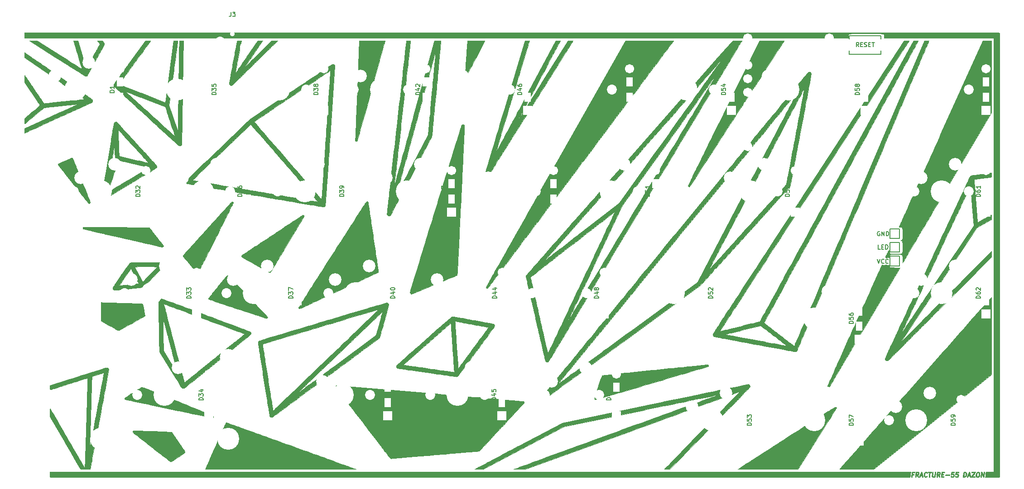
<source format=gbr>
G04 #@! TF.GenerationSoftware,KiCad,Pcbnew,(5.1.4)-1*
G04 #@! TF.CreationDate,2020-12-24T16:57:23-08:00*
G04 #@! TF.ProjectId,fracture-pcb-final,66726163-7475-4726-952d-7063622d6669,rev?*
G04 #@! TF.SameCoordinates,Original*
G04 #@! TF.FileFunction,Legend,Top*
G04 #@! TF.FilePolarity,Positive*
%FSLAX46Y46*%
G04 Gerber Fmt 4.6, Leading zero omitted, Abs format (unit mm)*
G04 Created by KiCad (PCBNEW (5.1.4)-1) date 2020-12-24 16:57:23*
%MOMM*%
%LPD*%
G04 APERTURE LIST*
%ADD10C,0.150000*%
%ADD11C,0.010000*%
%ADD12C,1.702000*%
%ADD13R,1.702000X1.702000*%
%ADD14R,1.302000X1.702000*%
%ADD15C,2.352000*%
%ADD16C,4.089800*%
%ADD17C,1.852000*%
%ADD18R,1.626000X1.626000*%
%ADD19C,2.102000*%
%ADD20C,3.150000*%
%ADD21O,1.702000X2.102000*%
%ADD22C,0.902000*%
G04 APERTURE END LIST*
D10*
X284056250Y-97862500D02*
X284056250Y-99662500D01*
X285856250Y-99662500D02*
X284056250Y-99662500D01*
X285856250Y-97862500D02*
X285856250Y-99662500D01*
X284056250Y-95262500D02*
X284056250Y-97062500D01*
X285856250Y-95262500D02*
X285856250Y-97062500D01*
X285856250Y-97062500D02*
X284056250Y-97062500D01*
X284056250Y-95262500D02*
X285856250Y-95262500D01*
X284056250Y-94562500D02*
X284056250Y-92762500D01*
X285856250Y-94562500D02*
X284056250Y-94562500D01*
X285856250Y-92762500D02*
X285856250Y-94562500D01*
X284056250Y-92762500D02*
X285856250Y-92762500D01*
X284056250Y-97862500D02*
X285856250Y-97862500D01*
X282400000Y-60093000D02*
X282400000Y-59393000D01*
X282400000Y-56593000D02*
X282400000Y-57193000D01*
X276400000Y-56593000D02*
X276400000Y-57193000D01*
X276400000Y-60093000D02*
X276400000Y-59393000D01*
X282400000Y-56593000D02*
X276400000Y-56593000D01*
X276400000Y-60093000D02*
X282400000Y-60093000D01*
D11*
G36*
X198042473Y-123511638D02*
G01*
X199238107Y-123614561D01*
X200383879Y-123713240D01*
X201480596Y-123807744D01*
X202529065Y-123898146D01*
X203530091Y-123984516D01*
X204484481Y-124066924D01*
X205393042Y-124145443D01*
X206256578Y-124220142D01*
X207075897Y-124291092D01*
X207851806Y-124358364D01*
X208585109Y-124422030D01*
X209276613Y-124482160D01*
X209927126Y-124538824D01*
X210537452Y-124592094D01*
X211108398Y-124642041D01*
X211640771Y-124688735D01*
X212135376Y-124732247D01*
X212593021Y-124772648D01*
X213014510Y-124810010D01*
X213400651Y-124844402D01*
X213752249Y-124875896D01*
X214070112Y-124904562D01*
X214355045Y-124930472D01*
X214607854Y-124953696D01*
X214829345Y-124974305D01*
X215020326Y-124992370D01*
X215181602Y-125007961D01*
X215313979Y-125021151D01*
X215418264Y-125032008D01*
X215495264Y-125040606D01*
X215545783Y-125047013D01*
X215570628Y-125051302D01*
X215573364Y-125052285D01*
X215629890Y-125116904D01*
X215649745Y-125202783D01*
X215630215Y-125293330D01*
X215616834Y-125318034D01*
X215595522Y-125343212D01*
X215541167Y-125404041D01*
X215455289Y-125498872D01*
X215339407Y-125626055D01*
X215195040Y-125783939D01*
X215023707Y-125970875D01*
X214826925Y-126185213D01*
X214606215Y-126425304D01*
X214363095Y-126689497D01*
X214099084Y-126976143D01*
X213815701Y-127283592D01*
X213514464Y-127610195D01*
X213196893Y-127954300D01*
X212864507Y-128314259D01*
X212518823Y-128688422D01*
X212161362Y-129075139D01*
X211793642Y-129472760D01*
X211439022Y-129856035D01*
X210982312Y-130349456D01*
X210558865Y-130806759D01*
X210167481Y-131229221D01*
X209806960Y-131618115D01*
X209476104Y-131974719D01*
X209173715Y-132300307D01*
X208898592Y-132596155D01*
X208649537Y-132863539D01*
X208425351Y-133103734D01*
X208224835Y-133318015D01*
X208046789Y-133507659D01*
X207890016Y-133673940D01*
X207753316Y-133818135D01*
X207635489Y-133941518D01*
X207535337Y-134045366D01*
X207451662Y-134130954D01*
X207383263Y-134199558D01*
X207328942Y-134252452D01*
X207287500Y-134290913D01*
X207257738Y-134316216D01*
X207238456Y-134329637D01*
X207231114Y-134332571D01*
X207200005Y-134335676D01*
X207120145Y-134342895D01*
X206993453Y-134354064D01*
X206821851Y-134369019D01*
X206607256Y-134387596D01*
X206351589Y-134409632D01*
X206056770Y-134434963D01*
X205724719Y-134463424D01*
X205357354Y-134494852D01*
X204956597Y-134529084D01*
X204524366Y-134565956D01*
X204062581Y-134605303D01*
X203573162Y-134646962D01*
X203058028Y-134690770D01*
X202519100Y-134736562D01*
X201958297Y-134784174D01*
X201377539Y-134833444D01*
X200778746Y-134884206D01*
X200163836Y-134936298D01*
X199534731Y-134989556D01*
X199043706Y-135031098D01*
X198404569Y-135085166D01*
X197777942Y-135138194D01*
X197165757Y-135190016D01*
X196569945Y-135240469D01*
X195992438Y-135289389D01*
X195435166Y-135336613D01*
X194900062Y-135381975D01*
X194389058Y-135425311D01*
X193904084Y-135466459D01*
X193447072Y-135505254D01*
X193019954Y-135541531D01*
X192624662Y-135575127D01*
X192263126Y-135605877D01*
X191937279Y-135633618D01*
X191649052Y-135658186D01*
X191400376Y-135679416D01*
X191193183Y-135697145D01*
X191029405Y-135711208D01*
X190910973Y-135721441D01*
X190839818Y-135727681D01*
X190818581Y-135729648D01*
X190728849Y-135730680D01*
X190658120Y-135715724D01*
X190648903Y-135711289D01*
X190625956Y-135687020D01*
X190574520Y-135625002D01*
X190496777Y-135528048D01*
X190394908Y-135398971D01*
X190271095Y-135240583D01*
X190127519Y-135055696D01*
X189966360Y-134847123D01*
X189789802Y-134617676D01*
X189600025Y-134370168D01*
X189399210Y-134107410D01*
X189189538Y-133832216D01*
X189096569Y-133709929D01*
X188935487Y-133497911D01*
X188745849Y-133248313D01*
X188529865Y-132964042D01*
X188289745Y-132648006D01*
X188027698Y-132303113D01*
X187745934Y-131932270D01*
X187446661Y-131538387D01*
X187132090Y-131124370D01*
X186804430Y-130693128D01*
X186465890Y-130247569D01*
X186118679Y-129790600D01*
X185765008Y-129325130D01*
X185407086Y-128854066D01*
X185047122Y-128380316D01*
X184687326Y-127906789D01*
X184329907Y-127436391D01*
X184008224Y-127013028D01*
X183615139Y-126495657D01*
X183251699Y-126017204D01*
X182916751Y-125576120D01*
X182609143Y-125170858D01*
X182327723Y-124799869D01*
X182071340Y-124461607D01*
X181838842Y-124154523D01*
X181629076Y-123877069D01*
X181440892Y-123627698D01*
X181273137Y-123404862D01*
X181124660Y-123207012D01*
X180994308Y-123032602D01*
X180880929Y-122880083D01*
X180783373Y-122747907D01*
X180700487Y-122634528D01*
X180631119Y-122538396D01*
X180574117Y-122457964D01*
X180528330Y-122391684D01*
X180492606Y-122338008D01*
X180465793Y-122295390D01*
X180446738Y-122262279D01*
X180434291Y-122237130D01*
X180427299Y-122218394D01*
X180424611Y-122204523D01*
X180424621Y-122197436D01*
X180452781Y-122107486D01*
X180499945Y-122057983D01*
X180567596Y-122007692D01*
X198042473Y-123511638D01*
X198042473Y-123511638D01*
G37*
X198042473Y-123511638D02*
X199238107Y-123614561D01*
X200383879Y-123713240D01*
X201480596Y-123807744D01*
X202529065Y-123898146D01*
X203530091Y-123984516D01*
X204484481Y-124066924D01*
X205393042Y-124145443D01*
X206256578Y-124220142D01*
X207075897Y-124291092D01*
X207851806Y-124358364D01*
X208585109Y-124422030D01*
X209276613Y-124482160D01*
X209927126Y-124538824D01*
X210537452Y-124592094D01*
X211108398Y-124642041D01*
X211640771Y-124688735D01*
X212135376Y-124732247D01*
X212593021Y-124772648D01*
X213014510Y-124810010D01*
X213400651Y-124844402D01*
X213752249Y-124875896D01*
X214070112Y-124904562D01*
X214355045Y-124930472D01*
X214607854Y-124953696D01*
X214829345Y-124974305D01*
X215020326Y-124992370D01*
X215181602Y-125007961D01*
X215313979Y-125021151D01*
X215418264Y-125032008D01*
X215495264Y-125040606D01*
X215545783Y-125047013D01*
X215570628Y-125051302D01*
X215573364Y-125052285D01*
X215629890Y-125116904D01*
X215649745Y-125202783D01*
X215630215Y-125293330D01*
X215616834Y-125318034D01*
X215595522Y-125343212D01*
X215541167Y-125404041D01*
X215455289Y-125498872D01*
X215339407Y-125626055D01*
X215195040Y-125783939D01*
X215023707Y-125970875D01*
X214826925Y-126185213D01*
X214606215Y-126425304D01*
X214363095Y-126689497D01*
X214099084Y-126976143D01*
X213815701Y-127283592D01*
X213514464Y-127610195D01*
X213196893Y-127954300D01*
X212864507Y-128314259D01*
X212518823Y-128688422D01*
X212161362Y-129075139D01*
X211793642Y-129472760D01*
X211439022Y-129856035D01*
X210982312Y-130349456D01*
X210558865Y-130806759D01*
X210167481Y-131229221D01*
X209806960Y-131618115D01*
X209476104Y-131974719D01*
X209173715Y-132300307D01*
X208898592Y-132596155D01*
X208649537Y-132863539D01*
X208425351Y-133103734D01*
X208224835Y-133318015D01*
X208046789Y-133507659D01*
X207890016Y-133673940D01*
X207753316Y-133818135D01*
X207635489Y-133941518D01*
X207535337Y-134045366D01*
X207451662Y-134130954D01*
X207383263Y-134199558D01*
X207328942Y-134252452D01*
X207287500Y-134290913D01*
X207257738Y-134316216D01*
X207238456Y-134329637D01*
X207231114Y-134332571D01*
X207200005Y-134335676D01*
X207120145Y-134342895D01*
X206993453Y-134354064D01*
X206821851Y-134369019D01*
X206607256Y-134387596D01*
X206351589Y-134409632D01*
X206056770Y-134434963D01*
X205724719Y-134463424D01*
X205357354Y-134494852D01*
X204956597Y-134529084D01*
X204524366Y-134565956D01*
X204062581Y-134605303D01*
X203573162Y-134646962D01*
X203058028Y-134690770D01*
X202519100Y-134736562D01*
X201958297Y-134784174D01*
X201377539Y-134833444D01*
X200778746Y-134884206D01*
X200163836Y-134936298D01*
X199534731Y-134989556D01*
X199043706Y-135031098D01*
X198404569Y-135085166D01*
X197777942Y-135138194D01*
X197165757Y-135190016D01*
X196569945Y-135240469D01*
X195992438Y-135289389D01*
X195435166Y-135336613D01*
X194900062Y-135381975D01*
X194389058Y-135425311D01*
X193904084Y-135466459D01*
X193447072Y-135505254D01*
X193019954Y-135541531D01*
X192624662Y-135575127D01*
X192263126Y-135605877D01*
X191937279Y-135633618D01*
X191649052Y-135658186D01*
X191400376Y-135679416D01*
X191193183Y-135697145D01*
X191029405Y-135711208D01*
X190910973Y-135721441D01*
X190839818Y-135727681D01*
X190818581Y-135729648D01*
X190728849Y-135730680D01*
X190658120Y-135715724D01*
X190648903Y-135711289D01*
X190625956Y-135687020D01*
X190574520Y-135625002D01*
X190496777Y-135528048D01*
X190394908Y-135398971D01*
X190271095Y-135240583D01*
X190127519Y-135055696D01*
X189966360Y-134847123D01*
X189789802Y-134617676D01*
X189600025Y-134370168D01*
X189399210Y-134107410D01*
X189189538Y-133832216D01*
X189096569Y-133709929D01*
X188935487Y-133497911D01*
X188745849Y-133248313D01*
X188529865Y-132964042D01*
X188289745Y-132648006D01*
X188027698Y-132303113D01*
X187745934Y-131932270D01*
X187446661Y-131538387D01*
X187132090Y-131124370D01*
X186804430Y-130693128D01*
X186465890Y-130247569D01*
X186118679Y-129790600D01*
X185765008Y-129325130D01*
X185407086Y-128854066D01*
X185047122Y-128380316D01*
X184687326Y-127906789D01*
X184329907Y-127436391D01*
X184008224Y-127013028D01*
X183615139Y-126495657D01*
X183251699Y-126017204D01*
X182916751Y-125576120D01*
X182609143Y-125170858D01*
X182327723Y-124799869D01*
X182071340Y-124461607D01*
X181838842Y-124154523D01*
X181629076Y-123877069D01*
X181440892Y-123627698D01*
X181273137Y-123404862D01*
X181124660Y-123207012D01*
X180994308Y-123032602D01*
X180880929Y-122880083D01*
X180783373Y-122747907D01*
X180700487Y-122634528D01*
X180631119Y-122538396D01*
X180574117Y-122457964D01*
X180528330Y-122391684D01*
X180492606Y-122338008D01*
X180465793Y-122295390D01*
X180446738Y-122262279D01*
X180434291Y-122237130D01*
X180427299Y-122218394D01*
X180424611Y-122204523D01*
X180424621Y-122197436D01*
X180452781Y-122107486D01*
X180499945Y-122057983D01*
X180567596Y-122007692D01*
X198042473Y-123511638D01*
G36*
X209992956Y-138210232D02*
G01*
X212475989Y-138210243D01*
X214909069Y-138210260D01*
X217292645Y-138210284D01*
X219627166Y-138210316D01*
X221913081Y-138210356D01*
X224150838Y-138210403D01*
X226340887Y-138210459D01*
X228483677Y-138210522D01*
X230579657Y-138210594D01*
X232629275Y-138210674D01*
X234632980Y-138210763D01*
X236591222Y-138210861D01*
X238504450Y-138210967D01*
X240373111Y-138211083D01*
X242197656Y-138211208D01*
X243978533Y-138211343D01*
X245716192Y-138211488D01*
X247411080Y-138211642D01*
X249063647Y-138211807D01*
X250674343Y-138211982D01*
X252243615Y-138212167D01*
X253771913Y-138212363D01*
X255259686Y-138212569D01*
X256707383Y-138212787D01*
X258115452Y-138213015D01*
X259484343Y-138213255D01*
X260814504Y-138213507D01*
X262106385Y-138213770D01*
X263360435Y-138214045D01*
X264577101Y-138214332D01*
X265756834Y-138214631D01*
X266900083Y-138214943D01*
X268007295Y-138215267D01*
X269078921Y-138215604D01*
X270115408Y-138215954D01*
X271117207Y-138216317D01*
X272084766Y-138216693D01*
X273018533Y-138217083D01*
X273918959Y-138217486D01*
X274786491Y-138217903D01*
X275621579Y-138218334D01*
X276424672Y-138218780D01*
X277196218Y-138219239D01*
X277936667Y-138219713D01*
X278646467Y-138220202D01*
X279326067Y-138220706D01*
X279975917Y-138221224D01*
X280596466Y-138221758D01*
X281188161Y-138222307D01*
X281751453Y-138222872D01*
X282286790Y-138223453D01*
X282794621Y-138224049D01*
X283275395Y-138224662D01*
X283729561Y-138225291D01*
X284157567Y-138225936D01*
X284559864Y-138226598D01*
X284936899Y-138227277D01*
X285289122Y-138227973D01*
X285616982Y-138228686D01*
X285920927Y-138229416D01*
X286201407Y-138230164D01*
X286458871Y-138230930D01*
X286693766Y-138231713D01*
X286906544Y-138232515D01*
X287097651Y-138233334D01*
X287267538Y-138234173D01*
X287416652Y-138235029D01*
X287545444Y-138235905D01*
X287654362Y-138236799D01*
X287743855Y-138237713D01*
X287814372Y-138238646D01*
X287866362Y-138239598D01*
X287900274Y-138240570D01*
X287916556Y-138241562D01*
X287918252Y-138242011D01*
X287915122Y-138277159D01*
X287906507Y-138353248D01*
X287893538Y-138460799D01*
X287877347Y-138590334D01*
X287867429Y-138667887D01*
X287849641Y-138811958D01*
X287834568Y-138945572D01*
X287823406Y-139057224D01*
X287817350Y-139135407D01*
X287816607Y-139157326D01*
X287816579Y-139252671D01*
X127057650Y-139252671D01*
X127029207Y-139139711D01*
X127019330Y-139074956D01*
X127010943Y-138971284D01*
X127004696Y-138840619D01*
X127001241Y-138694888D01*
X127000763Y-138618490D01*
X127000763Y-138210229D01*
X207459522Y-138210229D01*
X209992956Y-138210232D01*
X209992956Y-138210232D01*
G37*
X209992956Y-138210232D02*
X212475989Y-138210243D01*
X214909069Y-138210260D01*
X217292645Y-138210284D01*
X219627166Y-138210316D01*
X221913081Y-138210356D01*
X224150838Y-138210403D01*
X226340887Y-138210459D01*
X228483677Y-138210522D01*
X230579657Y-138210594D01*
X232629275Y-138210674D01*
X234632980Y-138210763D01*
X236591222Y-138210861D01*
X238504450Y-138210967D01*
X240373111Y-138211083D01*
X242197656Y-138211208D01*
X243978533Y-138211343D01*
X245716192Y-138211488D01*
X247411080Y-138211642D01*
X249063647Y-138211807D01*
X250674343Y-138211982D01*
X252243615Y-138212167D01*
X253771913Y-138212363D01*
X255259686Y-138212569D01*
X256707383Y-138212787D01*
X258115452Y-138213015D01*
X259484343Y-138213255D01*
X260814504Y-138213507D01*
X262106385Y-138213770D01*
X263360435Y-138214045D01*
X264577101Y-138214332D01*
X265756834Y-138214631D01*
X266900083Y-138214943D01*
X268007295Y-138215267D01*
X269078921Y-138215604D01*
X270115408Y-138215954D01*
X271117207Y-138216317D01*
X272084766Y-138216693D01*
X273018533Y-138217083D01*
X273918959Y-138217486D01*
X274786491Y-138217903D01*
X275621579Y-138218334D01*
X276424672Y-138218780D01*
X277196218Y-138219239D01*
X277936667Y-138219713D01*
X278646467Y-138220202D01*
X279326067Y-138220706D01*
X279975917Y-138221224D01*
X280596466Y-138221758D01*
X281188161Y-138222307D01*
X281751453Y-138222872D01*
X282286790Y-138223453D01*
X282794621Y-138224049D01*
X283275395Y-138224662D01*
X283729561Y-138225291D01*
X284157567Y-138225936D01*
X284559864Y-138226598D01*
X284936899Y-138227277D01*
X285289122Y-138227973D01*
X285616982Y-138228686D01*
X285920927Y-138229416D01*
X286201407Y-138230164D01*
X286458871Y-138230930D01*
X286693766Y-138231713D01*
X286906544Y-138232515D01*
X287097651Y-138233334D01*
X287267538Y-138234173D01*
X287416652Y-138235029D01*
X287545444Y-138235905D01*
X287654362Y-138236799D01*
X287743855Y-138237713D01*
X287814372Y-138238646D01*
X287866362Y-138239598D01*
X287900274Y-138240570D01*
X287916556Y-138241562D01*
X287918252Y-138242011D01*
X287915122Y-138277159D01*
X287906507Y-138353248D01*
X287893538Y-138460799D01*
X287877347Y-138590334D01*
X287867429Y-138667887D01*
X287849641Y-138811958D01*
X287834568Y-138945572D01*
X287823406Y-139057224D01*
X287817350Y-139135407D01*
X287816607Y-139157326D01*
X287816579Y-139252671D01*
X127057650Y-139252671D01*
X127029207Y-139139711D01*
X127019330Y-139074956D01*
X127010943Y-138971284D01*
X127004696Y-138840619D01*
X127001241Y-138694888D01*
X127000763Y-138618490D01*
X127000763Y-138210229D01*
X207459522Y-138210229D01*
X209992956Y-138210232D01*
G36*
X295202665Y-138909428D02*
G01*
X294814384Y-138916450D01*
X294662028Y-138918456D01*
X294553260Y-138917726D01*
X294480864Y-138913718D01*
X294437624Y-138905889D01*
X294416325Y-138893695D01*
X294411783Y-138886153D01*
X294403845Y-138829025D01*
X294406318Y-138802855D01*
X294413592Y-138785335D01*
X294432597Y-138772907D01*
X294470872Y-138764708D01*
X294535951Y-138759879D01*
X294635370Y-138757559D01*
X294776667Y-138756888D01*
X294808919Y-138756876D01*
X295202665Y-138756876D01*
X295202665Y-138909428D01*
X295202665Y-138909428D01*
G37*
X295202665Y-138909428D02*
X294814384Y-138916450D01*
X294662028Y-138918456D01*
X294553260Y-138917726D01*
X294480864Y-138913718D01*
X294437624Y-138905889D01*
X294416325Y-138893695D01*
X294411783Y-138886153D01*
X294403845Y-138829025D01*
X294406318Y-138802855D01*
X294413592Y-138785335D01*
X294432597Y-138772907D01*
X294470872Y-138764708D01*
X294535951Y-138759879D01*
X294635370Y-138757559D01*
X294776667Y-138756888D01*
X294808919Y-138756876D01*
X295202665Y-138756876D01*
X295202665Y-138909428D01*
G36*
X137664057Y-118715683D02*
G01*
X137754124Y-118724952D01*
X137814028Y-118744172D01*
X137864448Y-118782294D01*
X137897706Y-118816824D01*
X137952591Y-118891762D01*
X137991092Y-118971581D01*
X137998280Y-118997820D01*
X137997078Y-119021173D01*
X137990096Y-119074457D01*
X137977162Y-119158601D01*
X137958106Y-119274533D01*
X137932758Y-119423184D01*
X137900947Y-119605482D01*
X137862502Y-119822356D01*
X137817252Y-120074737D01*
X137765028Y-120363554D01*
X137705658Y-120689735D01*
X137638972Y-121054210D01*
X137564800Y-121457908D01*
X137482970Y-121901759D01*
X137393312Y-122386692D01*
X137295655Y-122913636D01*
X137189830Y-123483520D01*
X137075665Y-124097274D01*
X136952989Y-124755828D01*
X136821633Y-125460110D01*
X136681425Y-126211049D01*
X136532195Y-127009575D01*
X136373773Y-127856618D01*
X136281432Y-128350070D01*
X136154502Y-129028230D01*
X136029909Y-129693886D01*
X135907981Y-130345283D01*
X135789048Y-130980666D01*
X135673437Y-131598278D01*
X135561479Y-132196365D01*
X135453501Y-132773171D01*
X135349831Y-133326941D01*
X135250800Y-133855918D01*
X135156735Y-134358348D01*
X135067965Y-134832475D01*
X134984819Y-135276543D01*
X134907625Y-135688798D01*
X134836713Y-136067483D01*
X134772410Y-136410843D01*
X134715046Y-136717122D01*
X134664950Y-136984565D01*
X134622449Y-137211417D01*
X134587873Y-137395922D01*
X134561550Y-137536325D01*
X134543809Y-137630869D01*
X134534979Y-137677800D01*
X134534055Y-137682651D01*
X134520332Y-137752571D01*
X132723727Y-137752571D01*
X132622702Y-137579594D01*
X132600406Y-137541149D01*
X132553917Y-137460759D01*
X132484448Y-137340526D01*
X132393213Y-137182555D01*
X132281426Y-136988947D01*
X132150301Y-136761807D01*
X132001052Y-136503238D01*
X131834892Y-136215343D01*
X131653035Y-135900225D01*
X131456695Y-135559988D01*
X131247086Y-135196734D01*
X131025422Y-134812567D01*
X130792916Y-134409591D01*
X130550782Y-133989908D01*
X130300234Y-133555621D01*
X130042486Y-133108834D01*
X129778751Y-132651650D01*
X129773933Y-132643298D01*
X127026188Y-127879979D01*
X127026997Y-127114623D01*
X127027461Y-126896547D01*
X127028506Y-126724555D01*
X127030383Y-126593883D01*
X127033340Y-126499763D01*
X127037628Y-126437433D01*
X127043495Y-126402125D01*
X127051191Y-126389074D01*
X127060966Y-126393516D01*
X127064536Y-126397803D01*
X127080337Y-126423859D01*
X127120446Y-126492095D01*
X127183778Y-126600632D01*
X127269246Y-126747594D01*
X127375765Y-126931103D01*
X127502250Y-127149282D01*
X127647614Y-127400253D01*
X127810773Y-127682140D01*
X127990640Y-127993064D01*
X128186129Y-128331149D01*
X128396156Y-128694517D01*
X128619634Y-129081290D01*
X128855479Y-129489593D01*
X129102603Y-129917546D01*
X129359922Y-130363273D01*
X129626349Y-130824897D01*
X129900800Y-131300540D01*
X130182189Y-131788324D01*
X130310091Y-132010081D01*
X130593826Y-132501893D01*
X130870955Y-132981955D01*
X131140404Y-133448416D01*
X131401099Y-133899428D01*
X131651964Y-134333138D01*
X131891925Y-134747699D01*
X132119908Y-135141259D01*
X132334839Y-135511969D01*
X132535642Y-135857979D01*
X132721244Y-136177438D01*
X132890570Y-136468497D01*
X133042545Y-136729306D01*
X133176095Y-136958015D01*
X133290145Y-137152773D01*
X133383621Y-137311732D01*
X133455449Y-137433040D01*
X133504554Y-137514848D01*
X133529862Y-137555306D01*
X133533228Y-137559512D01*
X133535037Y-137533415D01*
X133538290Y-137458767D01*
X133542919Y-137337848D01*
X133548852Y-137172934D01*
X133556021Y-136966304D01*
X133564354Y-136720237D01*
X133573783Y-136437010D01*
X133584237Y-136118901D01*
X133595646Y-135768189D01*
X133607940Y-135387151D01*
X133621050Y-134978066D01*
X133634904Y-134543212D01*
X133649434Y-134084866D01*
X133656117Y-133873107D01*
X134436319Y-133873107D01*
X134437043Y-133927423D01*
X134439990Y-133939857D01*
X134440333Y-133938757D01*
X134445832Y-133910887D01*
X134460306Y-133835030D01*
X134483381Y-133713182D01*
X134514682Y-133547340D01*
X134553834Y-133339501D01*
X134600462Y-133091662D01*
X134654193Y-132805818D01*
X134714651Y-132483967D01*
X134781462Y-132128105D01*
X134854251Y-131740229D01*
X134932643Y-131322336D01*
X135016264Y-130876422D01*
X135104739Y-130404484D01*
X135197693Y-129908519D01*
X135294753Y-129390523D01*
X135395542Y-128852492D01*
X135499687Y-128296425D01*
X135606813Y-127724316D01*
X135716545Y-127138163D01*
X135783304Y-126781500D01*
X135894304Y-126188338D01*
X136002825Y-125608236D01*
X136108495Y-125043180D01*
X136210946Y-124495153D01*
X136309807Y-123966138D01*
X136404708Y-123458121D01*
X136495281Y-122973085D01*
X136581154Y-122513014D01*
X136661958Y-122079892D01*
X136737323Y-121675703D01*
X136806879Y-121302431D01*
X136870256Y-120962059D01*
X136927085Y-120656573D01*
X136976996Y-120387955D01*
X137019618Y-120158191D01*
X137054583Y-119969263D01*
X137081519Y-119823156D01*
X137100057Y-119721854D01*
X137109828Y-119667341D01*
X137111325Y-119657911D01*
X137086988Y-119664491D01*
X137018993Y-119685092D01*
X136912108Y-119718216D01*
X136771099Y-119762366D01*
X136600734Y-119816044D01*
X136405781Y-119877752D01*
X136191006Y-119945994D01*
X135975705Y-120014632D01*
X134844507Y-120375823D01*
X134837682Y-120565749D01*
X134836316Y-120607969D01*
X134833496Y-120698769D01*
X134829291Y-120835902D01*
X134823769Y-121017120D01*
X134816997Y-121240176D01*
X134809042Y-121502821D01*
X134799973Y-121802809D01*
X134789857Y-122137891D01*
X134778763Y-122505819D01*
X134766757Y-122904347D01*
X134753908Y-123331226D01*
X134740283Y-123784209D01*
X134725950Y-124261048D01*
X134710976Y-124759495D01*
X134695430Y-125277303D01*
X134679380Y-125812224D01*
X134662892Y-126362011D01*
X134646035Y-126924415D01*
X134641937Y-127061180D01*
X134624948Y-127627890D01*
X134608276Y-128183368D01*
X134591991Y-128725310D01*
X134576163Y-129251415D01*
X134560862Y-129759382D01*
X134546158Y-130246910D01*
X134532120Y-130711695D01*
X134518818Y-131151438D01*
X134506322Y-131563836D01*
X134494703Y-131946587D01*
X134484029Y-132297391D01*
X134474370Y-132613945D01*
X134465797Y-132893947D01*
X134458379Y-133135097D01*
X134452186Y-133335092D01*
X134447287Y-133491631D01*
X134443753Y-133602412D01*
X134441654Y-133665134D01*
X134441409Y-133671790D01*
X134437786Y-133785150D01*
X134436319Y-133873107D01*
X133656117Y-133873107D01*
X133664570Y-133605307D01*
X133680240Y-133106814D01*
X133696376Y-132591663D01*
X133712908Y-132062134D01*
X133729765Y-131520504D01*
X133746877Y-130969051D01*
X133764175Y-130410054D01*
X133781589Y-129845790D01*
X133799048Y-129278538D01*
X133816483Y-128710575D01*
X133833824Y-128144181D01*
X133851000Y-127581632D01*
X133867942Y-127025207D01*
X133884579Y-126477185D01*
X133900843Y-125939842D01*
X133916662Y-125415458D01*
X133931968Y-124906310D01*
X133946689Y-124414677D01*
X133960756Y-123942836D01*
X133974099Y-123493066D01*
X133986648Y-123067645D01*
X133998333Y-122668850D01*
X134009085Y-122298961D01*
X134018832Y-121960254D01*
X134027505Y-121655008D01*
X134035035Y-121385502D01*
X134041351Y-121154013D01*
X134046383Y-120962819D01*
X134050062Y-120814199D01*
X134052316Y-120710430D01*
X134053077Y-120653791D01*
X134052767Y-120643340D01*
X134027903Y-120649671D01*
X133957308Y-120670610D01*
X133843692Y-120705305D01*
X133689766Y-120752904D01*
X133498242Y-120812554D01*
X133271831Y-120883403D01*
X133013244Y-120964599D01*
X132725192Y-121055288D01*
X132410387Y-121154620D01*
X132071539Y-121261740D01*
X131711361Y-121375796D01*
X131332563Y-121495937D01*
X130937856Y-121621310D01*
X130553928Y-121743430D01*
X130146497Y-121873069D01*
X129752302Y-121998409D01*
X129374066Y-122118590D01*
X129014511Y-122232749D01*
X128676358Y-122340025D01*
X128362329Y-122439558D01*
X128075147Y-122530485D01*
X127817533Y-122611946D01*
X127592209Y-122683079D01*
X127401897Y-122743022D01*
X127249320Y-122790915D01*
X127137198Y-122825897D01*
X127068255Y-122847105D01*
X127045257Y-122853712D01*
X127038780Y-122829560D01*
X127033246Y-122763135D01*
X127029062Y-122663012D01*
X127026634Y-122537765D01*
X127026188Y-122451506D01*
X127026188Y-122049740D01*
X130236148Y-121027560D01*
X130674036Y-120888102D01*
X131129347Y-120743063D01*
X131596301Y-120594286D01*
X132069117Y-120443613D01*
X132542015Y-120292887D01*
X133009214Y-120143953D01*
X133464934Y-119998652D01*
X133903393Y-119858828D01*
X134318812Y-119726323D01*
X134705409Y-119602981D01*
X135057405Y-119490644D01*
X135369018Y-119391156D01*
X135480142Y-119355665D01*
X135843318Y-119239733D01*
X136161359Y-119138427D01*
X136437532Y-119050790D01*
X136675107Y-118975862D01*
X136877352Y-118912686D01*
X137047536Y-118860304D01*
X137188927Y-118817759D01*
X137304794Y-118784092D01*
X137398405Y-118758346D01*
X137473029Y-118739563D01*
X137531935Y-118726785D01*
X137578391Y-118719055D01*
X137615665Y-118715414D01*
X137647027Y-118714904D01*
X137664057Y-118715683D01*
X137664057Y-118715683D01*
G37*
X137664057Y-118715683D02*
X137754124Y-118724952D01*
X137814028Y-118744172D01*
X137864448Y-118782294D01*
X137897706Y-118816824D01*
X137952591Y-118891762D01*
X137991092Y-118971581D01*
X137998280Y-118997820D01*
X137997078Y-119021173D01*
X137990096Y-119074457D01*
X137977162Y-119158601D01*
X137958106Y-119274533D01*
X137932758Y-119423184D01*
X137900947Y-119605482D01*
X137862502Y-119822356D01*
X137817252Y-120074737D01*
X137765028Y-120363554D01*
X137705658Y-120689735D01*
X137638972Y-121054210D01*
X137564800Y-121457908D01*
X137482970Y-121901759D01*
X137393312Y-122386692D01*
X137295655Y-122913636D01*
X137189830Y-123483520D01*
X137075665Y-124097274D01*
X136952989Y-124755828D01*
X136821633Y-125460110D01*
X136681425Y-126211049D01*
X136532195Y-127009575D01*
X136373773Y-127856618D01*
X136281432Y-128350070D01*
X136154502Y-129028230D01*
X136029909Y-129693886D01*
X135907981Y-130345283D01*
X135789048Y-130980666D01*
X135673437Y-131598278D01*
X135561479Y-132196365D01*
X135453501Y-132773171D01*
X135349831Y-133326941D01*
X135250800Y-133855918D01*
X135156735Y-134358348D01*
X135067965Y-134832475D01*
X134984819Y-135276543D01*
X134907625Y-135688798D01*
X134836713Y-136067483D01*
X134772410Y-136410843D01*
X134715046Y-136717122D01*
X134664950Y-136984565D01*
X134622449Y-137211417D01*
X134587873Y-137395922D01*
X134561550Y-137536325D01*
X134543809Y-137630869D01*
X134534979Y-137677800D01*
X134534055Y-137682651D01*
X134520332Y-137752571D01*
X132723727Y-137752571D01*
X132622702Y-137579594D01*
X132600406Y-137541149D01*
X132553917Y-137460759D01*
X132484448Y-137340526D01*
X132393213Y-137182555D01*
X132281426Y-136988947D01*
X132150301Y-136761807D01*
X132001052Y-136503238D01*
X131834892Y-136215343D01*
X131653035Y-135900225D01*
X131456695Y-135559988D01*
X131247086Y-135196734D01*
X131025422Y-134812567D01*
X130792916Y-134409591D01*
X130550782Y-133989908D01*
X130300234Y-133555621D01*
X130042486Y-133108834D01*
X129778751Y-132651650D01*
X129773933Y-132643298D01*
X127026188Y-127879979D01*
X127026997Y-127114623D01*
X127027461Y-126896547D01*
X127028506Y-126724555D01*
X127030383Y-126593883D01*
X127033340Y-126499763D01*
X127037628Y-126437433D01*
X127043495Y-126402125D01*
X127051191Y-126389074D01*
X127060966Y-126393516D01*
X127064536Y-126397803D01*
X127080337Y-126423859D01*
X127120446Y-126492095D01*
X127183778Y-126600632D01*
X127269246Y-126747594D01*
X127375765Y-126931103D01*
X127502250Y-127149282D01*
X127647614Y-127400253D01*
X127810773Y-127682140D01*
X127990640Y-127993064D01*
X128186129Y-128331149D01*
X128396156Y-128694517D01*
X128619634Y-129081290D01*
X128855479Y-129489593D01*
X129102603Y-129917546D01*
X129359922Y-130363273D01*
X129626349Y-130824897D01*
X129900800Y-131300540D01*
X130182189Y-131788324D01*
X130310091Y-132010081D01*
X130593826Y-132501893D01*
X130870955Y-132981955D01*
X131140404Y-133448416D01*
X131401099Y-133899428D01*
X131651964Y-134333138D01*
X131891925Y-134747699D01*
X132119908Y-135141259D01*
X132334839Y-135511969D01*
X132535642Y-135857979D01*
X132721244Y-136177438D01*
X132890570Y-136468497D01*
X133042545Y-136729306D01*
X133176095Y-136958015D01*
X133290145Y-137152773D01*
X133383621Y-137311732D01*
X133455449Y-137433040D01*
X133504554Y-137514848D01*
X133529862Y-137555306D01*
X133533228Y-137559512D01*
X133535037Y-137533415D01*
X133538290Y-137458767D01*
X133542919Y-137337848D01*
X133548852Y-137172934D01*
X133556021Y-136966304D01*
X133564354Y-136720237D01*
X133573783Y-136437010D01*
X133584237Y-136118901D01*
X133595646Y-135768189D01*
X133607940Y-135387151D01*
X133621050Y-134978066D01*
X133634904Y-134543212D01*
X133649434Y-134084866D01*
X133656117Y-133873107D01*
X134436319Y-133873107D01*
X134437043Y-133927423D01*
X134439990Y-133939857D01*
X134440333Y-133938757D01*
X134445832Y-133910887D01*
X134460306Y-133835030D01*
X134483381Y-133713182D01*
X134514682Y-133547340D01*
X134553834Y-133339501D01*
X134600462Y-133091662D01*
X134654193Y-132805818D01*
X134714651Y-132483967D01*
X134781462Y-132128105D01*
X134854251Y-131740229D01*
X134932643Y-131322336D01*
X135016264Y-130876422D01*
X135104739Y-130404484D01*
X135197693Y-129908519D01*
X135294753Y-129390523D01*
X135395542Y-128852492D01*
X135499687Y-128296425D01*
X135606813Y-127724316D01*
X135716545Y-127138163D01*
X135783304Y-126781500D01*
X135894304Y-126188338D01*
X136002825Y-125608236D01*
X136108495Y-125043180D01*
X136210946Y-124495153D01*
X136309807Y-123966138D01*
X136404708Y-123458121D01*
X136495281Y-122973085D01*
X136581154Y-122513014D01*
X136661958Y-122079892D01*
X136737323Y-121675703D01*
X136806879Y-121302431D01*
X136870256Y-120962059D01*
X136927085Y-120656573D01*
X136976996Y-120387955D01*
X137019618Y-120158191D01*
X137054583Y-119969263D01*
X137081519Y-119823156D01*
X137100057Y-119721854D01*
X137109828Y-119667341D01*
X137111325Y-119657911D01*
X137086988Y-119664491D01*
X137018993Y-119685092D01*
X136912108Y-119718216D01*
X136771099Y-119762366D01*
X136600734Y-119816044D01*
X136405781Y-119877752D01*
X136191006Y-119945994D01*
X135975705Y-120014632D01*
X134844507Y-120375823D01*
X134837682Y-120565749D01*
X134836316Y-120607969D01*
X134833496Y-120698769D01*
X134829291Y-120835902D01*
X134823769Y-121017120D01*
X134816997Y-121240176D01*
X134809042Y-121502821D01*
X134799973Y-121802809D01*
X134789857Y-122137891D01*
X134778763Y-122505819D01*
X134766757Y-122904347D01*
X134753908Y-123331226D01*
X134740283Y-123784209D01*
X134725950Y-124261048D01*
X134710976Y-124759495D01*
X134695430Y-125277303D01*
X134679380Y-125812224D01*
X134662892Y-126362011D01*
X134646035Y-126924415D01*
X134641937Y-127061180D01*
X134624948Y-127627890D01*
X134608276Y-128183368D01*
X134591991Y-128725310D01*
X134576163Y-129251415D01*
X134560862Y-129759382D01*
X134546158Y-130246910D01*
X134532120Y-130711695D01*
X134518818Y-131151438D01*
X134506322Y-131563836D01*
X134494703Y-131946587D01*
X134484029Y-132297391D01*
X134474370Y-132613945D01*
X134465797Y-132893947D01*
X134458379Y-133135097D01*
X134452186Y-133335092D01*
X134447287Y-133491631D01*
X134443753Y-133602412D01*
X134441654Y-133665134D01*
X134441409Y-133671790D01*
X134437786Y-133785150D01*
X134436319Y-133873107D01*
X133656117Y-133873107D01*
X133664570Y-133605307D01*
X133680240Y-133106814D01*
X133696376Y-132591663D01*
X133712908Y-132062134D01*
X133729765Y-131520504D01*
X133746877Y-130969051D01*
X133764175Y-130410054D01*
X133781589Y-129845790D01*
X133799048Y-129278538D01*
X133816483Y-128710575D01*
X133833824Y-128144181D01*
X133851000Y-127581632D01*
X133867942Y-127025207D01*
X133884579Y-126477185D01*
X133900843Y-125939842D01*
X133916662Y-125415458D01*
X133931968Y-124906310D01*
X133946689Y-124414677D01*
X133960756Y-123942836D01*
X133974099Y-123493066D01*
X133986648Y-123067645D01*
X133998333Y-122668850D01*
X134009085Y-122298961D01*
X134018832Y-121960254D01*
X134027505Y-121655008D01*
X134035035Y-121385502D01*
X134041351Y-121154013D01*
X134046383Y-120962819D01*
X134050062Y-120814199D01*
X134052316Y-120710430D01*
X134053077Y-120653791D01*
X134052767Y-120643340D01*
X134027903Y-120649671D01*
X133957308Y-120670610D01*
X133843692Y-120705305D01*
X133689766Y-120752904D01*
X133498242Y-120812554D01*
X133271831Y-120883403D01*
X133013244Y-120964599D01*
X132725192Y-121055288D01*
X132410387Y-121154620D01*
X132071539Y-121261740D01*
X131711361Y-121375796D01*
X131332563Y-121495937D01*
X130937856Y-121621310D01*
X130553928Y-121743430D01*
X130146497Y-121873069D01*
X129752302Y-121998409D01*
X129374066Y-122118590D01*
X129014511Y-122232749D01*
X128676358Y-122340025D01*
X128362329Y-122439558D01*
X128075147Y-122530485D01*
X127817533Y-122611946D01*
X127592209Y-122683079D01*
X127401897Y-122743022D01*
X127249320Y-122790915D01*
X127137198Y-122825897D01*
X127068255Y-122847105D01*
X127045257Y-122853712D01*
X127038780Y-122829560D01*
X127033246Y-122763135D01*
X127029062Y-122663012D01*
X127026634Y-122537765D01*
X127026188Y-122451506D01*
X127026188Y-122049740D01*
X130236148Y-121027560D01*
X130674036Y-120888102D01*
X131129347Y-120743063D01*
X131596301Y-120594286D01*
X132069117Y-120443613D01*
X132542015Y-120292887D01*
X133009214Y-120143953D01*
X133464934Y-119998652D01*
X133903393Y-119858828D01*
X134318812Y-119726323D01*
X134705409Y-119602981D01*
X135057405Y-119490644D01*
X135369018Y-119391156D01*
X135480142Y-119355665D01*
X135843318Y-119239733D01*
X136161359Y-119138427D01*
X136437532Y-119050790D01*
X136675107Y-118975862D01*
X136877352Y-118912686D01*
X137047536Y-118860304D01*
X137188927Y-118817759D01*
X137304794Y-118784092D01*
X137398405Y-118758346D01*
X137473029Y-118739563D01*
X137531935Y-118726785D01*
X137578391Y-118719055D01*
X137615665Y-118715414D01*
X137647027Y-118714904D01*
X137664057Y-118715683D01*
G36*
X298095580Y-138223078D02*
G01*
X298171005Y-138240539D01*
X298276090Y-138294038D01*
X298349041Y-138383199D01*
X298391156Y-138510303D01*
X298403673Y-138649395D01*
X298401534Y-138760022D01*
X298387780Y-138844880D01*
X298356984Y-138928671D01*
X298329992Y-138984896D01*
X298275748Y-139080197D01*
X298220759Y-139143118D01*
X298150218Y-139190150D01*
X298141659Y-139194655D01*
X298053538Y-139227835D01*
X297951478Y-139248010D01*
X297850656Y-139254320D01*
X297766247Y-139245907D01*
X297713428Y-139221912D01*
X297710811Y-139219042D01*
X297703276Y-139181552D01*
X297703503Y-139104193D01*
X297706409Y-139057834D01*
X297885047Y-139057834D01*
X297885047Y-139057836D01*
X297904842Y-139072256D01*
X297953759Y-139067186D01*
X298016092Y-139047148D01*
X298076139Y-139016664D01*
X298105467Y-138994374D01*
X298165403Y-138912844D01*
X298206114Y-138807548D01*
X298225972Y-138692940D01*
X298223352Y-138583471D01*
X298196627Y-138493596D01*
X298166352Y-138453241D01*
X298120157Y-138424950D01*
X298059818Y-138403176D01*
X298002711Y-138392081D01*
X297966215Y-138395826D01*
X297961120Y-138404098D01*
X297958050Y-138436712D01*
X297949842Y-138509078D01*
X297937744Y-138610499D01*
X297923008Y-138730279D01*
X297922982Y-138730484D01*
X297908253Y-138850400D01*
X297896192Y-138952089D01*
X297888041Y-139024814D01*
X297885047Y-139057834D01*
X297706409Y-139057834D01*
X297710232Y-138996848D01*
X297722207Y-138869401D01*
X297738167Y-138731736D01*
X297756856Y-138593737D01*
X297777015Y-138465289D01*
X297797386Y-138356275D01*
X297816711Y-138276580D01*
X297833731Y-138236087D01*
X297836221Y-138233865D01*
X297898326Y-138215543D01*
X297990823Y-138212068D01*
X298095580Y-138223078D01*
X298095580Y-138223078D01*
G37*
X298095580Y-138223078D02*
X298171005Y-138240539D01*
X298276090Y-138294038D01*
X298349041Y-138383199D01*
X298391156Y-138510303D01*
X298403673Y-138649395D01*
X298401534Y-138760022D01*
X298387780Y-138844880D01*
X298356984Y-138928671D01*
X298329992Y-138984896D01*
X298275748Y-139080197D01*
X298220759Y-139143118D01*
X298150218Y-139190150D01*
X298141659Y-139194655D01*
X298053538Y-139227835D01*
X297951478Y-139248010D01*
X297850656Y-139254320D01*
X297766247Y-139245907D01*
X297713428Y-139221912D01*
X297710811Y-139219042D01*
X297703276Y-139181552D01*
X297703503Y-139104193D01*
X297706409Y-139057834D01*
X297885047Y-139057834D01*
X297885047Y-139057836D01*
X297904842Y-139072256D01*
X297953759Y-139067186D01*
X298016092Y-139047148D01*
X298076139Y-139016664D01*
X298105467Y-138994374D01*
X298165403Y-138912844D01*
X298206114Y-138807548D01*
X298225972Y-138692940D01*
X298223352Y-138583471D01*
X298196627Y-138493596D01*
X298166352Y-138453241D01*
X298120157Y-138424950D01*
X298059818Y-138403176D01*
X298002711Y-138392081D01*
X297966215Y-138395826D01*
X297961120Y-138404098D01*
X297958050Y-138436712D01*
X297949842Y-138509078D01*
X297937744Y-138610499D01*
X297923008Y-138730279D01*
X297922982Y-138730484D01*
X297908253Y-138850400D01*
X297896192Y-138952089D01*
X297888041Y-139024814D01*
X297885047Y-139057834D01*
X297706409Y-139057834D01*
X297710232Y-138996848D01*
X297722207Y-138869401D01*
X297738167Y-138731736D01*
X297756856Y-138593737D01*
X297777015Y-138465289D01*
X297797386Y-138356275D01*
X297816711Y-138276580D01*
X297833731Y-138236087D01*
X297836221Y-138233865D01*
X297898326Y-138215543D01*
X297990823Y-138212068D01*
X298095580Y-138223078D01*
G36*
X289988655Y-138217355D02*
G01*
X290014744Y-138236337D01*
X290031946Y-138272690D01*
X290056013Y-138349008D01*
X290084689Y-138455227D01*
X290115718Y-138581285D01*
X290146845Y-138717120D01*
X290175814Y-138852670D01*
X290200369Y-138977872D01*
X290218254Y-139082665D01*
X290227213Y-139156985D01*
X290227203Y-139184041D01*
X290199643Y-139233258D01*
X290148059Y-139249684D01*
X290092920Y-139227882D01*
X290066303Y-139185235D01*
X290044467Y-139116223D01*
X290041056Y-139098655D01*
X290024121Y-138998417D01*
X289892872Y-138998491D01*
X289816062Y-139000509D01*
X289770014Y-139013957D01*
X289736574Y-139050089D01*
X289698060Y-139119261D01*
X289642712Y-139200969D01*
X289585238Y-139246256D01*
X289533127Y-139250371D01*
X289512679Y-139236794D01*
X289499422Y-139212116D01*
X289499013Y-139172425D01*
X289513306Y-139112041D01*
X289544154Y-139025285D01*
X289593410Y-138906478D01*
X289636933Y-138808471D01*
X289855400Y-138808471D01*
X289872453Y-138819504D01*
X289915328Y-138820439D01*
X289956679Y-138816362D01*
X289970990Y-138794456D01*
X289965488Y-138740212D01*
X289962806Y-138725094D01*
X289947818Y-138651518D01*
X289934250Y-138626580D01*
X289915803Y-138648655D01*
X289890240Y-138706382D01*
X289862240Y-138774908D01*
X289855400Y-138808471D01*
X289636933Y-138808471D01*
X289662927Y-138749940D01*
X289693372Y-138683032D01*
X289772528Y-138512804D01*
X289835580Y-138385358D01*
X289885623Y-138296394D01*
X289925752Y-138241607D01*
X289959064Y-138216695D01*
X289988655Y-138217355D01*
X289988655Y-138217355D01*
G37*
X289988655Y-138217355D02*
X290014744Y-138236337D01*
X290031946Y-138272690D01*
X290056013Y-138349008D01*
X290084689Y-138455227D01*
X290115718Y-138581285D01*
X290146845Y-138717120D01*
X290175814Y-138852670D01*
X290200369Y-138977872D01*
X290218254Y-139082665D01*
X290227213Y-139156985D01*
X290227203Y-139184041D01*
X290199643Y-139233258D01*
X290148059Y-139249684D01*
X290092920Y-139227882D01*
X290066303Y-139185235D01*
X290044467Y-139116223D01*
X290041056Y-139098655D01*
X290024121Y-138998417D01*
X289892872Y-138998491D01*
X289816062Y-139000509D01*
X289770014Y-139013957D01*
X289736574Y-139050089D01*
X289698060Y-139119261D01*
X289642712Y-139200969D01*
X289585238Y-139246256D01*
X289533127Y-139250371D01*
X289512679Y-139236794D01*
X289499422Y-139212116D01*
X289499013Y-139172425D01*
X289513306Y-139112041D01*
X289544154Y-139025285D01*
X289593410Y-138906478D01*
X289636933Y-138808471D01*
X289855400Y-138808471D01*
X289872453Y-138819504D01*
X289915328Y-138820439D01*
X289956679Y-138816362D01*
X289970990Y-138794456D01*
X289965488Y-138740212D01*
X289962806Y-138725094D01*
X289947818Y-138651518D01*
X289934250Y-138626580D01*
X289915803Y-138648655D01*
X289890240Y-138706382D01*
X289862240Y-138774908D01*
X289855400Y-138808471D01*
X289636933Y-138808471D01*
X289662927Y-138749940D01*
X289693372Y-138683032D01*
X289772528Y-138512804D01*
X289835580Y-138385358D01*
X289885623Y-138296394D01*
X289925752Y-138241607D01*
X289959064Y-138216695D01*
X289988655Y-138217355D01*
G36*
X298944749Y-138230057D02*
G01*
X298945708Y-138230662D01*
X298961742Y-138261649D01*
X298984506Y-138332875D01*
X299011837Y-138434512D01*
X299041572Y-138556730D01*
X299071549Y-138689703D01*
X299099603Y-138823601D01*
X299123572Y-138948597D01*
X299141292Y-139054861D01*
X299150601Y-139132567D01*
X299151062Y-139163682D01*
X299137606Y-139218845D01*
X299103170Y-139238611D01*
X299080042Y-139239959D01*
X299038897Y-139232358D01*
X299010588Y-139201368D01*
X298984960Y-139134702D01*
X298980214Y-139119188D01*
X298943950Y-138998417D01*
X298811353Y-138998417D01*
X298733322Y-139000219D01*
X298689076Y-139012613D01*
X298661546Y-139046082D01*
X298635550Y-139106401D01*
X298585526Y-139203223D01*
X298533253Y-139249377D01*
X298478822Y-139244807D01*
X298449492Y-139222161D01*
X298422433Y-139178442D01*
X298418981Y-139160764D01*
X298429132Y-139129175D01*
X298456902Y-139060491D01*
X298498268Y-138963635D01*
X298549206Y-138847526D01*
X298568697Y-138803896D01*
X298780513Y-138803896D01*
X298801759Y-138818336D01*
X298838501Y-138820439D01*
X298886299Y-138812817D01*
X298902064Y-138798192D01*
X298897441Y-138759711D01*
X298886238Y-138696839D01*
X298885469Y-138692969D01*
X298868874Y-138609993D01*
X298822971Y-138696147D01*
X298788016Y-138766630D01*
X298780513Y-138803896D01*
X298568697Y-138803896D01*
X298605693Y-138721087D01*
X298663705Y-138593237D01*
X298719220Y-138472898D01*
X298768212Y-138368990D01*
X298806659Y-138290436D01*
X298830538Y-138246155D01*
X298833352Y-138242011D01*
X298882416Y-138212070D01*
X298944749Y-138230057D01*
X298944749Y-138230057D01*
G37*
X298944749Y-138230057D02*
X298945708Y-138230662D01*
X298961742Y-138261649D01*
X298984506Y-138332875D01*
X299011837Y-138434512D01*
X299041572Y-138556730D01*
X299071549Y-138689703D01*
X299099603Y-138823601D01*
X299123572Y-138948597D01*
X299141292Y-139054861D01*
X299150601Y-139132567D01*
X299151062Y-139163682D01*
X299137606Y-139218845D01*
X299103170Y-139238611D01*
X299080042Y-139239959D01*
X299038897Y-139232358D01*
X299010588Y-139201368D01*
X298984960Y-139134702D01*
X298980214Y-139119188D01*
X298943950Y-138998417D01*
X298811353Y-138998417D01*
X298733322Y-139000219D01*
X298689076Y-139012613D01*
X298661546Y-139046082D01*
X298635550Y-139106401D01*
X298585526Y-139203223D01*
X298533253Y-139249377D01*
X298478822Y-139244807D01*
X298449492Y-139222161D01*
X298422433Y-139178442D01*
X298418981Y-139160764D01*
X298429132Y-139129175D01*
X298456902Y-139060491D01*
X298498268Y-138963635D01*
X298549206Y-138847526D01*
X298568697Y-138803896D01*
X298780513Y-138803896D01*
X298801759Y-138818336D01*
X298838501Y-138820439D01*
X298886299Y-138812817D01*
X298902064Y-138798192D01*
X298897441Y-138759711D01*
X298886238Y-138696839D01*
X298885469Y-138692969D01*
X298868874Y-138609993D01*
X298822971Y-138696147D01*
X298788016Y-138766630D01*
X298780513Y-138803896D01*
X298568697Y-138803896D01*
X298605693Y-138721087D01*
X298663705Y-138593237D01*
X298719220Y-138472898D01*
X298768212Y-138368990D01*
X298806659Y-138290436D01*
X298830538Y-138246155D01*
X298833352Y-138242011D01*
X298882416Y-138212070D01*
X298944749Y-138230057D01*
G36*
X250014482Y-118168021D02*
G01*
X250083150Y-118221582D01*
X250114175Y-118308295D01*
X250115758Y-118338032D01*
X250100298Y-118430398D01*
X250068721Y-118480626D01*
X250041762Y-118490437D01*
X249967924Y-118513965D01*
X249849132Y-118550643D01*
X249687311Y-118599906D01*
X249484386Y-118661187D01*
X249242281Y-118733919D01*
X248962922Y-118817537D01*
X248648232Y-118911474D01*
X248300138Y-119015164D01*
X247920563Y-119128040D01*
X247511433Y-119249536D01*
X247074673Y-119379086D01*
X246612207Y-119516124D01*
X246125960Y-119660082D01*
X245617856Y-119810395D01*
X245089822Y-119966497D01*
X244543781Y-120127821D01*
X243981659Y-120293800D01*
X243405379Y-120463869D01*
X242816868Y-120637461D01*
X242218050Y-120814010D01*
X241610849Y-120992949D01*
X240997191Y-121173713D01*
X240379000Y-121355734D01*
X239758201Y-121538447D01*
X239136720Y-121721285D01*
X238516480Y-121903681D01*
X237899407Y-122085071D01*
X237287425Y-122264886D01*
X236682460Y-122442561D01*
X236086435Y-122617530D01*
X235501277Y-122789226D01*
X234928910Y-122957082D01*
X234371258Y-123120533D01*
X233830246Y-123279013D01*
X233307800Y-123431954D01*
X232805844Y-123578791D01*
X232326302Y-123718956D01*
X231871101Y-123851885D01*
X231442164Y-123977011D01*
X231041416Y-124093766D01*
X230670782Y-124201585D01*
X230332188Y-124299902D01*
X230027557Y-124388150D01*
X229758815Y-124465764D01*
X229527887Y-124532175D01*
X229336697Y-124586819D01*
X229187170Y-124629129D01*
X229081231Y-124658538D01*
X229020805Y-124674481D01*
X229007570Y-124677314D01*
X228920207Y-124671621D01*
X228864279Y-124647786D01*
X228815897Y-124592707D01*
X228793197Y-124541956D01*
X228797862Y-124505043D01*
X228817790Y-124424547D01*
X228851563Y-124304716D01*
X228897761Y-124149800D01*
X228954965Y-123964046D01*
X229021756Y-123751704D01*
X229096716Y-123517024D01*
X229178424Y-123264253D01*
X229265463Y-122997641D01*
X229356413Y-122721437D01*
X229449855Y-122439890D01*
X229544369Y-122157249D01*
X229638538Y-121877762D01*
X229730942Y-121605679D01*
X229820162Y-121345248D01*
X229904779Y-121100719D01*
X229983374Y-120876341D01*
X230054527Y-120676362D01*
X230116821Y-120505031D01*
X230168835Y-120366598D01*
X230209151Y-120265311D01*
X230236350Y-120205419D01*
X230246407Y-120190644D01*
X230265759Y-120185748D01*
X230313777Y-120178072D01*
X230391439Y-120167512D01*
X230499724Y-120153965D01*
X230639608Y-120137327D01*
X230812071Y-120117495D01*
X231018089Y-120094365D01*
X231258642Y-120067834D01*
X231534707Y-120037798D01*
X231847262Y-120004153D01*
X232197285Y-119966797D01*
X232585754Y-119925625D01*
X233013647Y-119880535D01*
X233481942Y-119831422D01*
X233991616Y-119778182D01*
X234543649Y-119720714D01*
X235139017Y-119658912D01*
X235778700Y-119592674D01*
X236463674Y-119521897D01*
X237194918Y-119446475D01*
X237973410Y-119366306D01*
X238800127Y-119281287D01*
X239676048Y-119191314D01*
X240060622Y-119151841D01*
X240761159Y-119079974D01*
X241449166Y-119009438D01*
X242122898Y-118940412D01*
X242780608Y-118873071D01*
X243420552Y-118807594D01*
X244040982Y-118744159D01*
X244640153Y-118682942D01*
X245216320Y-118624122D01*
X245767737Y-118567876D01*
X246292657Y-118514381D01*
X246789335Y-118463816D01*
X247256026Y-118416357D01*
X247690983Y-118372183D01*
X248092460Y-118331470D01*
X248458712Y-118294397D01*
X248787994Y-118261140D01*
X249078558Y-118231878D01*
X249328660Y-118206788D01*
X249536553Y-118186048D01*
X249700492Y-118169835D01*
X249818731Y-118158326D01*
X249889524Y-118151700D01*
X249910809Y-118150034D01*
X250014482Y-118168021D01*
X250014482Y-118168021D01*
G37*
X250014482Y-118168021D02*
X250083150Y-118221582D01*
X250114175Y-118308295D01*
X250115758Y-118338032D01*
X250100298Y-118430398D01*
X250068721Y-118480626D01*
X250041762Y-118490437D01*
X249967924Y-118513965D01*
X249849132Y-118550643D01*
X249687311Y-118599906D01*
X249484386Y-118661187D01*
X249242281Y-118733919D01*
X248962922Y-118817537D01*
X248648232Y-118911474D01*
X248300138Y-119015164D01*
X247920563Y-119128040D01*
X247511433Y-119249536D01*
X247074673Y-119379086D01*
X246612207Y-119516124D01*
X246125960Y-119660082D01*
X245617856Y-119810395D01*
X245089822Y-119966497D01*
X244543781Y-120127821D01*
X243981659Y-120293800D01*
X243405379Y-120463869D01*
X242816868Y-120637461D01*
X242218050Y-120814010D01*
X241610849Y-120992949D01*
X240997191Y-121173713D01*
X240379000Y-121355734D01*
X239758201Y-121538447D01*
X239136720Y-121721285D01*
X238516480Y-121903681D01*
X237899407Y-122085071D01*
X237287425Y-122264886D01*
X236682460Y-122442561D01*
X236086435Y-122617530D01*
X235501277Y-122789226D01*
X234928910Y-122957082D01*
X234371258Y-123120533D01*
X233830246Y-123279013D01*
X233307800Y-123431954D01*
X232805844Y-123578791D01*
X232326302Y-123718956D01*
X231871101Y-123851885D01*
X231442164Y-123977011D01*
X231041416Y-124093766D01*
X230670782Y-124201585D01*
X230332188Y-124299902D01*
X230027557Y-124388150D01*
X229758815Y-124465764D01*
X229527887Y-124532175D01*
X229336697Y-124586819D01*
X229187170Y-124629129D01*
X229081231Y-124658538D01*
X229020805Y-124674481D01*
X229007570Y-124677314D01*
X228920207Y-124671621D01*
X228864279Y-124647786D01*
X228815897Y-124592707D01*
X228793197Y-124541956D01*
X228797862Y-124505043D01*
X228817790Y-124424547D01*
X228851563Y-124304716D01*
X228897761Y-124149800D01*
X228954965Y-123964046D01*
X229021756Y-123751704D01*
X229096716Y-123517024D01*
X229178424Y-123264253D01*
X229265463Y-122997641D01*
X229356413Y-122721437D01*
X229449855Y-122439890D01*
X229544369Y-122157249D01*
X229638538Y-121877762D01*
X229730942Y-121605679D01*
X229820162Y-121345248D01*
X229904779Y-121100719D01*
X229983374Y-120876341D01*
X230054527Y-120676362D01*
X230116821Y-120505031D01*
X230168835Y-120366598D01*
X230209151Y-120265311D01*
X230236350Y-120205419D01*
X230246407Y-120190644D01*
X230265759Y-120185748D01*
X230313777Y-120178072D01*
X230391439Y-120167512D01*
X230499724Y-120153965D01*
X230639608Y-120137327D01*
X230812071Y-120117495D01*
X231018089Y-120094365D01*
X231258642Y-120067834D01*
X231534707Y-120037798D01*
X231847262Y-120004153D01*
X232197285Y-119966797D01*
X232585754Y-119925625D01*
X233013647Y-119880535D01*
X233481942Y-119831422D01*
X233991616Y-119778182D01*
X234543649Y-119720714D01*
X235139017Y-119658912D01*
X235778700Y-119592674D01*
X236463674Y-119521897D01*
X237194918Y-119446475D01*
X237973410Y-119366306D01*
X238800127Y-119281287D01*
X239676048Y-119191314D01*
X240060622Y-119151841D01*
X240761159Y-119079974D01*
X241449166Y-119009438D01*
X242122898Y-118940412D01*
X242780608Y-118873071D01*
X243420552Y-118807594D01*
X244040982Y-118744159D01*
X244640153Y-118682942D01*
X245216320Y-118624122D01*
X245767737Y-118567876D01*
X246292657Y-118514381D01*
X246789335Y-118463816D01*
X247256026Y-118416357D01*
X247690983Y-118372183D01*
X248092460Y-118331470D01*
X248458712Y-118294397D01*
X248787994Y-118261140D01*
X249078558Y-118231878D01*
X249328660Y-118206788D01*
X249536553Y-118186048D01*
X249700492Y-118169835D01*
X249818731Y-118158326D01*
X249889524Y-118151700D01*
X249910809Y-118150034D01*
X250014482Y-118168021D01*
G36*
X289202339Y-138214144D02*
G01*
X289292920Y-138225468D01*
X289358470Y-138243841D01*
X289363335Y-138246198D01*
X289443460Y-138313700D01*
X289490112Y-138408245D01*
X289501950Y-138517465D01*
X289477638Y-138628993D01*
X289415836Y-138730463D01*
X289415747Y-138730565D01*
X289361633Y-138784165D01*
X289315561Y-138816316D01*
X289301332Y-138820439D01*
X289276243Y-138824040D01*
X289269735Y-138840787D01*
X289284062Y-138879602D01*
X289321479Y-138949402D01*
X289343891Y-138988827D01*
X289396735Y-139098716D01*
X289412829Y-139178290D01*
X289392183Y-139225873D01*
X289342104Y-139239959D01*
X289306378Y-139232506D01*
X289270934Y-139204731D01*
X289228433Y-139148510D01*
X289171533Y-139055720D01*
X289164126Y-139043013D01*
X289097027Y-138934384D01*
X289046700Y-138872486D01*
X289009620Y-138857425D01*
X288982260Y-138889310D01*
X288961094Y-138968245D01*
X288948346Y-139049551D01*
X288933145Y-139148406D01*
X288917838Y-139207240D01*
X288898180Y-139236711D01*
X288869926Y-139247482D01*
X288869509Y-139247542D01*
X288811924Y-139237206D01*
X288784934Y-139217171D01*
X288774388Y-139193415D01*
X288769904Y-139150153D01*
X288771816Y-139080721D01*
X288780457Y-138978454D01*
X288796161Y-138836687D01*
X288809533Y-138726505D01*
X288828129Y-138585254D01*
X289011921Y-138585254D01*
X289015174Y-138638183D01*
X289035255Y-138661711D01*
X289086743Y-138667721D01*
X289113275Y-138667887D01*
X289216241Y-138649908D01*
X289265828Y-138617036D01*
X289306989Y-138549685D01*
X289313847Y-138476285D01*
X289286168Y-138418717D01*
X289242860Y-138399452D01*
X289172378Y-138388892D01*
X289149294Y-138388207D01*
X289079745Y-138395115D01*
X289038223Y-138422362D01*
X289017906Y-138479733D01*
X289011972Y-138577011D01*
X289011921Y-138585254D01*
X288828129Y-138585254D01*
X288828980Y-138578795D01*
X288848405Y-138447643D01*
X288866338Y-138341804D01*
X288881309Y-138270034D01*
X288890865Y-138242011D01*
X288930988Y-138223803D01*
X289006313Y-138213179D01*
X289101783Y-138210003D01*
X289202339Y-138214144D01*
X289202339Y-138214144D01*
G37*
X289202339Y-138214144D02*
X289292920Y-138225468D01*
X289358470Y-138243841D01*
X289363335Y-138246198D01*
X289443460Y-138313700D01*
X289490112Y-138408245D01*
X289501950Y-138517465D01*
X289477638Y-138628993D01*
X289415836Y-138730463D01*
X289415747Y-138730565D01*
X289361633Y-138784165D01*
X289315561Y-138816316D01*
X289301332Y-138820439D01*
X289276243Y-138824040D01*
X289269735Y-138840787D01*
X289284062Y-138879602D01*
X289321479Y-138949402D01*
X289343891Y-138988827D01*
X289396735Y-139098716D01*
X289412829Y-139178290D01*
X289392183Y-139225873D01*
X289342104Y-139239959D01*
X289306378Y-139232506D01*
X289270934Y-139204731D01*
X289228433Y-139148510D01*
X289171533Y-139055720D01*
X289164126Y-139043013D01*
X289097027Y-138934384D01*
X289046700Y-138872486D01*
X289009620Y-138857425D01*
X288982260Y-138889310D01*
X288961094Y-138968245D01*
X288948346Y-139049551D01*
X288933145Y-139148406D01*
X288917838Y-139207240D01*
X288898180Y-139236711D01*
X288869926Y-139247482D01*
X288869509Y-139247542D01*
X288811924Y-139237206D01*
X288784934Y-139217171D01*
X288774388Y-139193415D01*
X288769904Y-139150153D01*
X288771816Y-139080721D01*
X288780457Y-138978454D01*
X288796161Y-138836687D01*
X288809533Y-138726505D01*
X288828129Y-138585254D01*
X289011921Y-138585254D01*
X289015174Y-138638183D01*
X289035255Y-138661711D01*
X289086743Y-138667721D01*
X289113275Y-138667887D01*
X289216241Y-138649908D01*
X289265828Y-138617036D01*
X289306989Y-138549685D01*
X289313847Y-138476285D01*
X289286168Y-138418717D01*
X289242860Y-138399452D01*
X289172378Y-138388892D01*
X289149294Y-138388207D01*
X289079745Y-138395115D01*
X289038223Y-138422362D01*
X289017906Y-138479733D01*
X289011972Y-138577011D01*
X289011921Y-138585254D01*
X288828129Y-138585254D01*
X288828980Y-138578795D01*
X288848405Y-138447643D01*
X288866338Y-138341804D01*
X288881309Y-138270034D01*
X288890865Y-138242011D01*
X288930988Y-138223803D01*
X289006313Y-138213179D01*
X289101783Y-138210003D01*
X289202339Y-138214144D01*
G36*
X216070094Y-56009832D02*
G01*
X218780344Y-56009844D01*
X221440458Y-56009864D01*
X224050794Y-56009893D01*
X226611710Y-56009929D01*
X229123563Y-56009974D01*
X231586711Y-56010028D01*
X234001512Y-56010090D01*
X236368323Y-56010161D01*
X238687501Y-56010241D01*
X240959405Y-56010330D01*
X243184393Y-56010428D01*
X245362820Y-56010536D01*
X247495047Y-56010653D01*
X249581429Y-56010779D01*
X251622324Y-56010915D01*
X253618091Y-56011060D01*
X255569087Y-56011216D01*
X257475669Y-56011381D01*
X259338196Y-56011556D01*
X261157024Y-56011742D01*
X262932511Y-56011938D01*
X264665015Y-56012144D01*
X266354894Y-56012361D01*
X268002506Y-56012588D01*
X269608207Y-56012826D01*
X271172356Y-56013075D01*
X272695309Y-56013335D01*
X274177426Y-56013606D01*
X275619063Y-56013889D01*
X277020578Y-56014182D01*
X278382328Y-56014488D01*
X279704672Y-56014804D01*
X280987967Y-56015132D01*
X282232570Y-56015473D01*
X283438840Y-56015825D01*
X284607133Y-56016189D01*
X285737808Y-56016565D01*
X286831222Y-56016953D01*
X287887732Y-56017354D01*
X288907697Y-56017767D01*
X289891473Y-56018193D01*
X290839420Y-56018632D01*
X291751893Y-56019083D01*
X292629251Y-56019547D01*
X293471852Y-56020025D01*
X294280053Y-56020515D01*
X295054212Y-56021019D01*
X295794685Y-56021536D01*
X296501832Y-56022067D01*
X297176010Y-56022611D01*
X297817575Y-56023170D01*
X298426887Y-56023742D01*
X299004302Y-56024328D01*
X299550178Y-56024928D01*
X300064873Y-56025542D01*
X300548744Y-56026170D01*
X301002150Y-56026813D01*
X301425447Y-56027471D01*
X301818993Y-56028143D01*
X302183146Y-56028830D01*
X302518263Y-56029532D01*
X302824703Y-56030249D01*
X303102823Y-56030981D01*
X303352979Y-56031729D01*
X303575531Y-56032491D01*
X303770836Y-56033269D01*
X303939251Y-56034063D01*
X304081134Y-56034872D01*
X304196842Y-56035698D01*
X304286734Y-56036539D01*
X304351166Y-56037396D01*
X304390497Y-56038270D01*
X304405084Y-56039159D01*
X304405116Y-56039173D01*
X304467411Y-56082499D01*
X304514370Y-56134518D01*
X304516271Y-56138715D01*
X304518117Y-56146119D01*
X304519911Y-56157454D01*
X304521653Y-56173447D01*
X304523343Y-56194825D01*
X304524983Y-56222314D01*
X304526574Y-56256639D01*
X304528117Y-56298527D01*
X304529612Y-56348704D01*
X304531060Y-56407897D01*
X304532463Y-56476831D01*
X304533821Y-56556233D01*
X304535134Y-56646829D01*
X304536405Y-56749345D01*
X304537634Y-56864507D01*
X304538821Y-56993042D01*
X304539968Y-57135675D01*
X304541076Y-57293134D01*
X304542144Y-57466143D01*
X304543176Y-57655430D01*
X304544170Y-57861720D01*
X304545129Y-58085740D01*
X304546052Y-58328216D01*
X304546942Y-58589874D01*
X304547798Y-58871440D01*
X304548622Y-59173640D01*
X304549415Y-59497202D01*
X304550177Y-59842850D01*
X304550909Y-60211311D01*
X304551613Y-60603311D01*
X304552289Y-61019577D01*
X304552938Y-61460834D01*
X304553561Y-61927809D01*
X304554159Y-62421228D01*
X304554733Y-62941818D01*
X304555283Y-63490303D01*
X304555811Y-64067412D01*
X304556317Y-64673869D01*
X304556803Y-65310401D01*
X304557269Y-65977734D01*
X304557716Y-66676594D01*
X304558145Y-67407709D01*
X304558557Y-68171802D01*
X304558953Y-68969602D01*
X304559334Y-69801834D01*
X304559700Y-70669224D01*
X304560053Y-71572499D01*
X304560393Y-72512385D01*
X304560722Y-73489607D01*
X304561040Y-74504892D01*
X304561348Y-75558967D01*
X304561647Y-76652557D01*
X304561938Y-77786389D01*
X304562221Y-78961189D01*
X304562499Y-80177683D01*
X304562771Y-81436597D01*
X304563038Y-82738658D01*
X304563302Y-84084591D01*
X304563563Y-85475123D01*
X304563822Y-86910980D01*
X304564081Y-88392888D01*
X304564339Y-89921574D01*
X304564598Y-91497764D01*
X304564859Y-93122183D01*
X304565123Y-94795558D01*
X304565390Y-96518615D01*
X304565555Y-97593112D01*
X304565822Y-99347132D01*
X304566077Y-101051028D01*
X304566321Y-102705525D01*
X304566551Y-104311350D01*
X304566769Y-105869229D01*
X304566972Y-107379889D01*
X304567160Y-108844054D01*
X304567333Y-110262453D01*
X304567490Y-111635810D01*
X304567630Y-112964853D01*
X304567752Y-114250307D01*
X304567857Y-115492899D01*
X304567943Y-116693354D01*
X304568009Y-117852400D01*
X304568056Y-118970761D01*
X304568081Y-120049165D01*
X304568085Y-121088338D01*
X304568067Y-122089006D01*
X304568027Y-123051895D01*
X304567962Y-123977732D01*
X304567874Y-124867241D01*
X304567761Y-125721151D01*
X304567623Y-126540187D01*
X304567458Y-127325075D01*
X304567267Y-128076542D01*
X304567048Y-128795313D01*
X304566801Y-129482115D01*
X304566526Y-130137674D01*
X304566221Y-130762717D01*
X304565885Y-131357969D01*
X304565520Y-131924157D01*
X304565122Y-132462007D01*
X304564693Y-132972246D01*
X304564230Y-133455598D01*
X304563735Y-133912792D01*
X304563205Y-134344552D01*
X304562640Y-134751606D01*
X304562040Y-135134679D01*
X304561404Y-135494498D01*
X304560731Y-135831788D01*
X304560021Y-136147276D01*
X304559272Y-136441689D01*
X304558485Y-136715752D01*
X304557659Y-136970192D01*
X304556792Y-137205735D01*
X304555884Y-137423107D01*
X304554935Y-137623034D01*
X304553944Y-137806243D01*
X304552910Y-137973459D01*
X304551832Y-138125410D01*
X304550711Y-138262821D01*
X304549544Y-138386418D01*
X304548333Y-138496928D01*
X304547075Y-138595077D01*
X304545770Y-138681592D01*
X304544418Y-138757197D01*
X304543017Y-138822620D01*
X304541568Y-138878587D01*
X304540069Y-138925824D01*
X304538521Y-138965057D01*
X304536921Y-138997013D01*
X304535270Y-139022417D01*
X304533567Y-139041997D01*
X304531811Y-139056477D01*
X304530002Y-139066585D01*
X304528138Y-139073046D01*
X304527417Y-139074693D01*
X304507556Y-139113572D01*
X304487216Y-139146328D01*
X304462126Y-139173488D01*
X304428014Y-139195575D01*
X304380610Y-139213114D01*
X304315640Y-139226630D01*
X304228834Y-139236647D01*
X304115920Y-139243689D01*
X303972627Y-139248280D01*
X303794682Y-139250947D01*
X303577814Y-139252212D01*
X303317752Y-139252600D01*
X303078190Y-139252632D01*
X302833859Y-139252512D01*
X302605733Y-139252154D01*
X302398711Y-139251582D01*
X302217694Y-139250823D01*
X302067582Y-139249900D01*
X301953274Y-139248840D01*
X301879670Y-139247667D01*
X301851669Y-139246407D01*
X301851544Y-139246315D01*
X301854640Y-139220335D01*
X301863183Y-139151787D01*
X301876181Y-139048542D01*
X301892643Y-138918474D01*
X301911578Y-138769455D01*
X301912853Y-138759438D01*
X301931349Y-138607201D01*
X301946201Y-138471159D01*
X301956620Y-138359791D01*
X301961815Y-138281573D01*
X301960996Y-138244981D01*
X301960854Y-138244573D01*
X301964579Y-138234609D01*
X301987409Y-138226698D01*
X302034086Y-138220626D01*
X302109352Y-138216175D01*
X302217949Y-138213130D01*
X302364619Y-138211272D01*
X302554106Y-138210386D01*
X302713158Y-138210229D01*
X303478641Y-138210229D01*
X303478641Y-57026846D01*
X282934897Y-57026846D01*
X282934897Y-56745903D01*
X282931343Y-56588511D01*
X282918597Y-56472180D01*
X282893533Y-56387484D01*
X282853024Y-56324996D01*
X282793943Y-56275291D01*
X282774754Y-56263053D01*
X282761585Y-56255663D01*
X282745816Y-56249044D01*
X282724717Y-56243155D01*
X282695559Y-56237953D01*
X282655612Y-56233395D01*
X282602146Y-56229438D01*
X282532433Y-56226041D01*
X282443742Y-56223159D01*
X282333345Y-56220751D01*
X282198512Y-56218774D01*
X282036513Y-56217185D01*
X281844620Y-56215941D01*
X281620102Y-56215000D01*
X281360230Y-56214319D01*
X281062275Y-56213856D01*
X280723507Y-56213567D01*
X280341197Y-56213411D01*
X279912616Y-56213343D01*
X279594455Y-56213327D01*
X279133131Y-56213325D01*
X278719928Y-56213379D01*
X278352112Y-56213532D01*
X278026954Y-56213829D01*
X277741723Y-56214313D01*
X277493686Y-56215028D01*
X277280112Y-56216018D01*
X277098271Y-56217327D01*
X276945432Y-56218999D01*
X276818862Y-56221078D01*
X276715832Y-56223607D01*
X276633609Y-56226632D01*
X276569463Y-56230194D01*
X276520661Y-56234340D01*
X276484474Y-56239111D01*
X276458170Y-56244553D01*
X276439018Y-56250710D01*
X276424286Y-56257624D01*
X276412627Y-56264484D01*
X276345215Y-56317158D01*
X276298059Y-56384109D01*
X276268147Y-56474351D01*
X276252468Y-56596900D01*
X276248010Y-56757365D01*
X276248010Y-57026846D01*
X122246208Y-57026846D01*
X122246208Y-56597791D01*
X122247136Y-56449048D01*
X122249701Y-56312727D01*
X122253576Y-56199289D01*
X122258435Y-56119194D01*
X122262099Y-56089283D01*
X122277990Y-56009829D01*
X213309351Y-56009829D01*
X216070094Y-56009832D01*
X216070094Y-56009832D01*
G37*
X216070094Y-56009832D02*
X218780344Y-56009844D01*
X221440458Y-56009864D01*
X224050794Y-56009893D01*
X226611710Y-56009929D01*
X229123563Y-56009974D01*
X231586711Y-56010028D01*
X234001512Y-56010090D01*
X236368323Y-56010161D01*
X238687501Y-56010241D01*
X240959405Y-56010330D01*
X243184393Y-56010428D01*
X245362820Y-56010536D01*
X247495047Y-56010653D01*
X249581429Y-56010779D01*
X251622324Y-56010915D01*
X253618091Y-56011060D01*
X255569087Y-56011216D01*
X257475669Y-56011381D01*
X259338196Y-56011556D01*
X261157024Y-56011742D01*
X262932511Y-56011938D01*
X264665015Y-56012144D01*
X266354894Y-56012361D01*
X268002506Y-56012588D01*
X269608207Y-56012826D01*
X271172356Y-56013075D01*
X272695309Y-56013335D01*
X274177426Y-56013606D01*
X275619063Y-56013889D01*
X277020578Y-56014182D01*
X278382328Y-56014488D01*
X279704672Y-56014804D01*
X280987967Y-56015132D01*
X282232570Y-56015473D01*
X283438840Y-56015825D01*
X284607133Y-56016189D01*
X285737808Y-56016565D01*
X286831222Y-56016953D01*
X287887732Y-56017354D01*
X288907697Y-56017767D01*
X289891473Y-56018193D01*
X290839420Y-56018632D01*
X291751893Y-56019083D01*
X292629251Y-56019547D01*
X293471852Y-56020025D01*
X294280053Y-56020515D01*
X295054212Y-56021019D01*
X295794685Y-56021536D01*
X296501832Y-56022067D01*
X297176010Y-56022611D01*
X297817575Y-56023170D01*
X298426887Y-56023742D01*
X299004302Y-56024328D01*
X299550178Y-56024928D01*
X300064873Y-56025542D01*
X300548744Y-56026170D01*
X301002150Y-56026813D01*
X301425447Y-56027471D01*
X301818993Y-56028143D01*
X302183146Y-56028830D01*
X302518263Y-56029532D01*
X302824703Y-56030249D01*
X303102823Y-56030981D01*
X303352979Y-56031729D01*
X303575531Y-56032491D01*
X303770836Y-56033269D01*
X303939251Y-56034063D01*
X304081134Y-56034872D01*
X304196842Y-56035698D01*
X304286734Y-56036539D01*
X304351166Y-56037396D01*
X304390497Y-56038270D01*
X304405084Y-56039159D01*
X304405116Y-56039173D01*
X304467411Y-56082499D01*
X304514370Y-56134518D01*
X304516271Y-56138715D01*
X304518117Y-56146119D01*
X304519911Y-56157454D01*
X304521653Y-56173447D01*
X304523343Y-56194825D01*
X304524983Y-56222314D01*
X304526574Y-56256639D01*
X304528117Y-56298527D01*
X304529612Y-56348704D01*
X304531060Y-56407897D01*
X304532463Y-56476831D01*
X304533821Y-56556233D01*
X304535134Y-56646829D01*
X304536405Y-56749345D01*
X304537634Y-56864507D01*
X304538821Y-56993042D01*
X304539968Y-57135675D01*
X304541076Y-57293134D01*
X304542144Y-57466143D01*
X304543176Y-57655430D01*
X304544170Y-57861720D01*
X304545129Y-58085740D01*
X304546052Y-58328216D01*
X304546942Y-58589874D01*
X304547798Y-58871440D01*
X304548622Y-59173640D01*
X304549415Y-59497202D01*
X304550177Y-59842850D01*
X304550909Y-60211311D01*
X304551613Y-60603311D01*
X304552289Y-61019577D01*
X304552938Y-61460834D01*
X304553561Y-61927809D01*
X304554159Y-62421228D01*
X304554733Y-62941818D01*
X304555283Y-63490303D01*
X304555811Y-64067412D01*
X304556317Y-64673869D01*
X304556803Y-65310401D01*
X304557269Y-65977734D01*
X304557716Y-66676594D01*
X304558145Y-67407709D01*
X304558557Y-68171802D01*
X304558953Y-68969602D01*
X304559334Y-69801834D01*
X304559700Y-70669224D01*
X304560053Y-71572499D01*
X304560393Y-72512385D01*
X304560722Y-73489607D01*
X304561040Y-74504892D01*
X304561348Y-75558967D01*
X304561647Y-76652557D01*
X304561938Y-77786389D01*
X304562221Y-78961189D01*
X304562499Y-80177683D01*
X304562771Y-81436597D01*
X304563038Y-82738658D01*
X304563302Y-84084591D01*
X304563563Y-85475123D01*
X304563822Y-86910980D01*
X304564081Y-88392888D01*
X304564339Y-89921574D01*
X304564598Y-91497764D01*
X304564859Y-93122183D01*
X304565123Y-94795558D01*
X304565390Y-96518615D01*
X304565555Y-97593112D01*
X304565822Y-99347132D01*
X304566077Y-101051028D01*
X304566321Y-102705525D01*
X304566551Y-104311350D01*
X304566769Y-105869229D01*
X304566972Y-107379889D01*
X304567160Y-108844054D01*
X304567333Y-110262453D01*
X304567490Y-111635810D01*
X304567630Y-112964853D01*
X304567752Y-114250307D01*
X304567857Y-115492899D01*
X304567943Y-116693354D01*
X304568009Y-117852400D01*
X304568056Y-118970761D01*
X304568081Y-120049165D01*
X304568085Y-121088338D01*
X304568067Y-122089006D01*
X304568027Y-123051895D01*
X304567962Y-123977732D01*
X304567874Y-124867241D01*
X304567761Y-125721151D01*
X304567623Y-126540187D01*
X304567458Y-127325075D01*
X304567267Y-128076542D01*
X304567048Y-128795313D01*
X304566801Y-129482115D01*
X304566526Y-130137674D01*
X304566221Y-130762717D01*
X304565885Y-131357969D01*
X304565520Y-131924157D01*
X304565122Y-132462007D01*
X304564693Y-132972246D01*
X304564230Y-133455598D01*
X304563735Y-133912792D01*
X304563205Y-134344552D01*
X304562640Y-134751606D01*
X304562040Y-135134679D01*
X304561404Y-135494498D01*
X304560731Y-135831788D01*
X304560021Y-136147276D01*
X304559272Y-136441689D01*
X304558485Y-136715752D01*
X304557659Y-136970192D01*
X304556792Y-137205735D01*
X304555884Y-137423107D01*
X304554935Y-137623034D01*
X304553944Y-137806243D01*
X304552910Y-137973459D01*
X304551832Y-138125410D01*
X304550711Y-138262821D01*
X304549544Y-138386418D01*
X304548333Y-138496928D01*
X304547075Y-138595077D01*
X304545770Y-138681592D01*
X304544418Y-138757197D01*
X304543017Y-138822620D01*
X304541568Y-138878587D01*
X304540069Y-138925824D01*
X304538521Y-138965057D01*
X304536921Y-138997013D01*
X304535270Y-139022417D01*
X304533567Y-139041997D01*
X304531811Y-139056477D01*
X304530002Y-139066585D01*
X304528138Y-139073046D01*
X304527417Y-139074693D01*
X304507556Y-139113572D01*
X304487216Y-139146328D01*
X304462126Y-139173488D01*
X304428014Y-139195575D01*
X304380610Y-139213114D01*
X304315640Y-139226630D01*
X304228834Y-139236647D01*
X304115920Y-139243689D01*
X303972627Y-139248280D01*
X303794682Y-139250947D01*
X303577814Y-139252212D01*
X303317752Y-139252600D01*
X303078190Y-139252632D01*
X302833859Y-139252512D01*
X302605733Y-139252154D01*
X302398711Y-139251582D01*
X302217694Y-139250823D01*
X302067582Y-139249900D01*
X301953274Y-139248840D01*
X301879670Y-139247667D01*
X301851669Y-139246407D01*
X301851544Y-139246315D01*
X301854640Y-139220335D01*
X301863183Y-139151787D01*
X301876181Y-139048542D01*
X301892643Y-138918474D01*
X301911578Y-138769455D01*
X301912853Y-138759438D01*
X301931349Y-138607201D01*
X301946201Y-138471159D01*
X301956620Y-138359791D01*
X301961815Y-138281573D01*
X301960996Y-138244981D01*
X301960854Y-138244573D01*
X301964579Y-138234609D01*
X301987409Y-138226698D01*
X302034086Y-138220626D01*
X302109352Y-138216175D01*
X302217949Y-138213130D01*
X302364619Y-138211272D01*
X302554106Y-138210386D01*
X302713158Y-138210229D01*
X303478641Y-138210229D01*
X303478641Y-57026846D01*
X282934897Y-57026846D01*
X282934897Y-56745903D01*
X282931343Y-56588511D01*
X282918597Y-56472180D01*
X282893533Y-56387484D01*
X282853024Y-56324996D01*
X282793943Y-56275291D01*
X282774754Y-56263053D01*
X282761585Y-56255663D01*
X282745816Y-56249044D01*
X282724717Y-56243155D01*
X282695559Y-56237953D01*
X282655612Y-56233395D01*
X282602146Y-56229438D01*
X282532433Y-56226041D01*
X282443742Y-56223159D01*
X282333345Y-56220751D01*
X282198512Y-56218774D01*
X282036513Y-56217185D01*
X281844620Y-56215941D01*
X281620102Y-56215000D01*
X281360230Y-56214319D01*
X281062275Y-56213856D01*
X280723507Y-56213567D01*
X280341197Y-56213411D01*
X279912616Y-56213343D01*
X279594455Y-56213327D01*
X279133131Y-56213325D01*
X278719928Y-56213379D01*
X278352112Y-56213532D01*
X278026954Y-56213829D01*
X277741723Y-56214313D01*
X277493686Y-56215028D01*
X277280112Y-56216018D01*
X277098271Y-56217327D01*
X276945432Y-56218999D01*
X276818862Y-56221078D01*
X276715832Y-56223607D01*
X276633609Y-56226632D01*
X276569463Y-56230194D01*
X276520661Y-56234340D01*
X276484474Y-56239111D01*
X276458170Y-56244553D01*
X276439018Y-56250710D01*
X276424286Y-56257624D01*
X276412627Y-56264484D01*
X276345215Y-56317158D01*
X276298059Y-56384109D01*
X276268147Y-56474351D01*
X276252468Y-56596900D01*
X276248010Y-56757365D01*
X276248010Y-57026846D01*
X122246208Y-57026846D01*
X122246208Y-56597791D01*
X122247136Y-56449048D01*
X122249701Y-56312727D01*
X122253576Y-56199289D01*
X122258435Y-56119194D01*
X122262099Y-56089283D01*
X122277990Y-56009829D01*
X213309351Y-56009829D01*
X216070094Y-56009832D01*
G36*
X146173964Y-130640810D02*
G01*
X149742343Y-130760272D01*
X149797876Y-130817633D01*
X149822301Y-130849303D01*
X149872078Y-130919252D01*
X149944635Y-131023643D01*
X150037399Y-131158639D01*
X150147799Y-131320402D01*
X150273262Y-131505095D01*
X150411217Y-131708881D01*
X150559092Y-131927923D01*
X150714315Y-132158383D01*
X150874314Y-132396424D01*
X151036517Y-132638210D01*
X151198351Y-132879902D01*
X151357246Y-133117664D01*
X151510629Y-133347658D01*
X151655929Y-133566047D01*
X151790573Y-133768993D01*
X151911989Y-133952661D01*
X152017606Y-134113211D01*
X152104851Y-134246808D01*
X152171153Y-134349614D01*
X152213940Y-134417791D01*
X152230450Y-134446953D01*
X152240443Y-134479162D01*
X152243024Y-134510328D01*
X152235103Y-134542958D01*
X152213592Y-134579556D01*
X152175401Y-134622630D01*
X152117442Y-134674684D01*
X152036625Y-134738226D01*
X151929860Y-134815761D01*
X151794060Y-134909796D01*
X151626134Y-135022835D01*
X151422994Y-135157386D01*
X151181551Y-135315954D01*
X151065928Y-135391660D01*
X150782895Y-135576821D01*
X150539274Y-135736007D01*
X150331976Y-135871164D01*
X150157910Y-135984236D01*
X150013988Y-136077165D01*
X149897118Y-136151896D01*
X149804211Y-136210372D01*
X149732178Y-136254538D01*
X149677929Y-136286338D01*
X149638373Y-136307714D01*
X149610422Y-136320611D01*
X149590984Y-136326974D01*
X149576971Y-136328745D01*
X149576390Y-136328747D01*
X149529730Y-136315091D01*
X149465681Y-136281176D01*
X149448605Y-136270060D01*
X149413733Y-136244282D01*
X149341728Y-136189327D01*
X149235146Y-136107197D01*
X149096539Y-135999891D01*
X148928463Y-135869410D01*
X148733473Y-135717753D01*
X148514123Y-135546922D01*
X148272967Y-135358916D01*
X148012560Y-135155735D01*
X147735456Y-134939379D01*
X147444209Y-134711849D01*
X147141376Y-134475145D01*
X146829509Y-134231267D01*
X146511163Y-133982215D01*
X146188893Y-133729989D01*
X145865253Y-133476590D01*
X145542798Y-133224018D01*
X145224083Y-132974273D01*
X144911661Y-132729354D01*
X144608087Y-132491263D01*
X144315916Y-132261999D01*
X144037702Y-132043563D01*
X143776000Y-131837954D01*
X143533365Y-131647173D01*
X143312349Y-131473221D01*
X143115510Y-131318096D01*
X142945399Y-131183801D01*
X142804573Y-131072333D01*
X142695586Y-130985695D01*
X142620992Y-130925885D01*
X142583345Y-130894905D01*
X142580192Y-130892078D01*
X142508376Y-130803568D01*
X142486071Y-130719655D01*
X142512756Y-130635853D01*
X142545216Y-130591530D01*
X142605585Y-130521347D01*
X146173964Y-130640810D01*
X146173964Y-130640810D01*
G37*
X146173964Y-130640810D02*
X149742343Y-130760272D01*
X149797876Y-130817633D01*
X149822301Y-130849303D01*
X149872078Y-130919252D01*
X149944635Y-131023643D01*
X150037399Y-131158639D01*
X150147799Y-131320402D01*
X150273262Y-131505095D01*
X150411217Y-131708881D01*
X150559092Y-131927923D01*
X150714315Y-132158383D01*
X150874314Y-132396424D01*
X151036517Y-132638210D01*
X151198351Y-132879902D01*
X151357246Y-133117664D01*
X151510629Y-133347658D01*
X151655929Y-133566047D01*
X151790573Y-133768993D01*
X151911989Y-133952661D01*
X152017606Y-134113211D01*
X152104851Y-134246808D01*
X152171153Y-134349614D01*
X152213940Y-134417791D01*
X152230450Y-134446953D01*
X152240443Y-134479162D01*
X152243024Y-134510328D01*
X152235103Y-134542958D01*
X152213592Y-134579556D01*
X152175401Y-134622630D01*
X152117442Y-134674684D01*
X152036625Y-134738226D01*
X151929860Y-134815761D01*
X151794060Y-134909796D01*
X151626134Y-135022835D01*
X151422994Y-135157386D01*
X151181551Y-135315954D01*
X151065928Y-135391660D01*
X150782895Y-135576821D01*
X150539274Y-135736007D01*
X150331976Y-135871164D01*
X150157910Y-135984236D01*
X150013988Y-136077165D01*
X149897118Y-136151896D01*
X149804211Y-136210372D01*
X149732178Y-136254538D01*
X149677929Y-136286338D01*
X149638373Y-136307714D01*
X149610422Y-136320611D01*
X149590984Y-136326974D01*
X149576971Y-136328745D01*
X149576390Y-136328747D01*
X149529730Y-136315091D01*
X149465681Y-136281176D01*
X149448605Y-136270060D01*
X149413733Y-136244282D01*
X149341728Y-136189327D01*
X149235146Y-136107197D01*
X149096539Y-135999891D01*
X148928463Y-135869410D01*
X148733473Y-135717753D01*
X148514123Y-135546922D01*
X148272967Y-135358916D01*
X148012560Y-135155735D01*
X147735456Y-134939379D01*
X147444209Y-134711849D01*
X147141376Y-134475145D01*
X146829509Y-134231267D01*
X146511163Y-133982215D01*
X146188893Y-133729989D01*
X145865253Y-133476590D01*
X145542798Y-133224018D01*
X145224083Y-132974273D01*
X144911661Y-132729354D01*
X144608087Y-132491263D01*
X144315916Y-132261999D01*
X144037702Y-132043563D01*
X143776000Y-131837954D01*
X143533365Y-131647173D01*
X143312349Y-131473221D01*
X143115510Y-131318096D01*
X142945399Y-131183801D01*
X142804573Y-131072333D01*
X142695586Y-130985695D01*
X142620992Y-130925885D01*
X142583345Y-130894905D01*
X142580192Y-130892078D01*
X142508376Y-130803568D01*
X142486071Y-130719655D01*
X142512756Y-130635853D01*
X142545216Y-130591530D01*
X142605585Y-130521347D01*
X146173964Y-130640810D01*
G36*
X301694397Y-138215297D02*
G01*
X301717756Y-138234577D01*
X301731227Y-138274185D01*
X301735239Y-138340236D01*
X301730217Y-138438846D01*
X301716591Y-138576129D01*
X301697498Y-138736396D01*
X301677989Y-138884218D01*
X301658407Y-139015586D01*
X301640240Y-139121712D01*
X301624978Y-139193812D01*
X301615147Y-139222117D01*
X301570508Y-139246172D01*
X301537686Y-139247542D01*
X301508619Y-139230893D01*
X301473656Y-139185146D01*
X301429252Y-139104469D01*
X301371861Y-138983032D01*
X301357711Y-138951546D01*
X301302423Y-138828984D01*
X301262772Y-138750190D01*
X301235142Y-138716349D01*
X301215918Y-138728645D01*
X301201483Y-138788265D01*
X301188220Y-138896392D01*
X301176788Y-139010833D01*
X301164535Y-139104444D01*
X301149115Y-139179698D01*
X301133828Y-139220557D01*
X301133565Y-139220890D01*
X301085476Y-139249494D01*
X301031126Y-139245186D01*
X300994395Y-139209962D01*
X300994109Y-139209230D01*
X300991619Y-139170848D01*
X300994959Y-139091009D01*
X301003461Y-138978693D01*
X301016457Y-138842876D01*
X301031241Y-138709694D01*
X301052607Y-138536145D01*
X301071330Y-138407153D01*
X301089363Y-138316634D01*
X301108660Y-138258501D01*
X301131175Y-138226670D01*
X301158860Y-138215054D01*
X301189478Y-138216797D01*
X301208632Y-138223378D01*
X301227990Y-138240623D01*
X301251553Y-138275461D01*
X301283323Y-138334819D01*
X301327301Y-138425626D01*
X301387489Y-138554809D01*
X301398611Y-138578898D01*
X301504198Y-138807726D01*
X301536866Y-138544690D01*
X301557482Y-138401895D01*
X301579384Y-138303564D01*
X301604934Y-138243321D01*
X301636493Y-138214791D01*
X301660723Y-138210229D01*
X301694397Y-138215297D01*
X301694397Y-138215297D01*
G37*
X301694397Y-138215297D02*
X301717756Y-138234577D01*
X301731227Y-138274185D01*
X301735239Y-138340236D01*
X301730217Y-138438846D01*
X301716591Y-138576129D01*
X301697498Y-138736396D01*
X301677989Y-138884218D01*
X301658407Y-139015586D01*
X301640240Y-139121712D01*
X301624978Y-139193812D01*
X301615147Y-139222117D01*
X301570508Y-139246172D01*
X301537686Y-139247542D01*
X301508619Y-139230893D01*
X301473656Y-139185146D01*
X301429252Y-139104469D01*
X301371861Y-138983032D01*
X301357711Y-138951546D01*
X301302423Y-138828984D01*
X301262772Y-138750190D01*
X301235142Y-138716349D01*
X301215918Y-138728645D01*
X301201483Y-138788265D01*
X301188220Y-138896392D01*
X301176788Y-139010833D01*
X301164535Y-139104444D01*
X301149115Y-139179698D01*
X301133828Y-139220557D01*
X301133565Y-139220890D01*
X301085476Y-139249494D01*
X301031126Y-139245186D01*
X300994395Y-139209962D01*
X300994109Y-139209230D01*
X300991619Y-139170848D01*
X300994959Y-139091009D01*
X301003461Y-138978693D01*
X301016457Y-138842876D01*
X301031241Y-138709694D01*
X301052607Y-138536145D01*
X301071330Y-138407153D01*
X301089363Y-138316634D01*
X301108660Y-138258501D01*
X301131175Y-138226670D01*
X301158860Y-138215054D01*
X301189478Y-138216797D01*
X301208632Y-138223378D01*
X301227990Y-138240623D01*
X301251553Y-138275461D01*
X301283323Y-138334819D01*
X301327301Y-138425626D01*
X301387489Y-138554809D01*
X301398611Y-138578898D01*
X301504198Y-138807726D01*
X301536866Y-138544690D01*
X301557482Y-138401895D01*
X301579384Y-138303564D01*
X301604934Y-138243321D01*
X301636493Y-138214791D01*
X301660723Y-138210229D01*
X301694397Y-138215297D01*
G36*
X292082269Y-138231237D02*
G01*
X292115831Y-138280166D01*
X292128459Y-138335346D01*
X292127168Y-138345551D01*
X292119207Y-138394515D01*
X292107712Y-138479479D01*
X292094599Y-138585889D01*
X292088050Y-138642461D01*
X292074848Y-138754127D01*
X292062306Y-138851610D01*
X292052342Y-138920354D01*
X292048932Y-138939371D01*
X292054975Y-139005466D01*
X292096495Y-139050777D01*
X292160754Y-139070672D01*
X292235012Y-139060521D01*
X292292668Y-139027972D01*
X292316431Y-139003532D01*
X292335332Y-138968073D01*
X292351545Y-138912986D01*
X292367248Y-138829665D01*
X292384616Y-138709501D01*
X292396681Y-138616621D01*
X292417780Y-138466642D01*
X292438623Y-138348430D01*
X292457947Y-138268177D01*
X292474486Y-138232077D01*
X292475283Y-138231500D01*
X292538998Y-138212070D01*
X292591369Y-138242136D01*
X292592609Y-138243608D01*
X292601513Y-138283179D01*
X292601893Y-138361916D01*
X292595129Y-138469107D01*
X292582597Y-138594042D01*
X292565676Y-138726008D01*
X292545745Y-138854294D01*
X292524182Y-138968188D01*
X292502365Y-139056980D01*
X292481673Y-139109957D01*
X292480996Y-139111016D01*
X292396770Y-139195454D01*
X292279104Y-139242176D01*
X292168278Y-139252671D01*
X292079251Y-139246190D01*
X292015642Y-139221044D01*
X291967180Y-139182240D01*
X291914300Y-139124220D01*
X291879273Y-139070186D01*
X291875669Y-139061037D01*
X291873120Y-139018697D01*
X291876942Y-138936334D01*
X291886354Y-138824268D01*
X291900577Y-138692823D01*
X291908076Y-138632154D01*
X291929766Y-138474032D01*
X291949443Y-138359940D01*
X291969216Y-138283221D01*
X291991197Y-138237223D01*
X292017493Y-138215289D01*
X292041739Y-138210618D01*
X292082269Y-138231237D01*
X292082269Y-138231237D01*
G37*
X292082269Y-138231237D02*
X292115831Y-138280166D01*
X292128459Y-138335346D01*
X292127168Y-138345551D01*
X292119207Y-138394515D01*
X292107712Y-138479479D01*
X292094599Y-138585889D01*
X292088050Y-138642461D01*
X292074848Y-138754127D01*
X292062306Y-138851610D01*
X292052342Y-138920354D01*
X292048932Y-138939371D01*
X292054975Y-139005466D01*
X292096495Y-139050777D01*
X292160754Y-139070672D01*
X292235012Y-139060521D01*
X292292668Y-139027972D01*
X292316431Y-139003532D01*
X292335332Y-138968073D01*
X292351545Y-138912986D01*
X292367248Y-138829665D01*
X292384616Y-138709501D01*
X292396681Y-138616621D01*
X292417780Y-138466642D01*
X292438623Y-138348430D01*
X292457947Y-138268177D01*
X292474486Y-138232077D01*
X292475283Y-138231500D01*
X292538998Y-138212070D01*
X292591369Y-138242136D01*
X292592609Y-138243608D01*
X292601513Y-138283179D01*
X292601893Y-138361916D01*
X292595129Y-138469107D01*
X292582597Y-138594042D01*
X292565676Y-138726008D01*
X292545745Y-138854294D01*
X292524182Y-138968188D01*
X292502365Y-139056980D01*
X292481673Y-139109957D01*
X292480996Y-139111016D01*
X292396770Y-139195454D01*
X292279104Y-139242176D01*
X292168278Y-139252671D01*
X292079251Y-139246190D01*
X292015642Y-139221044D01*
X291967180Y-139182240D01*
X291914300Y-139124220D01*
X291879273Y-139070186D01*
X291875669Y-139061037D01*
X291873120Y-139018697D01*
X291876942Y-138936334D01*
X291886354Y-138824268D01*
X291900577Y-138692823D01*
X291908076Y-138632154D01*
X291929766Y-138474032D01*
X291949443Y-138359940D01*
X291969216Y-138283221D01*
X291991197Y-138237223D01*
X292017493Y-138215289D01*
X292041739Y-138210618D01*
X292082269Y-138231237D01*
G36*
X296758909Y-138213897D02*
G01*
X296847218Y-138226654D01*
X296897746Y-138251127D01*
X296916819Y-138289946D01*
X296914343Y-138329778D01*
X296902838Y-138352937D01*
X296872323Y-138367755D01*
X296812660Y-138376698D01*
X296713710Y-138382235D01*
X296696127Y-138382879D01*
X296586444Y-138389047D01*
X296520271Y-138399096D01*
X296490324Y-138414501D01*
X296486649Y-138425294D01*
X296477775Y-138480107D01*
X296471216Y-138500542D01*
X296470347Y-138525493D01*
X296499613Y-138537550D01*
X296569122Y-138540758D01*
X296571721Y-138540759D01*
X296708066Y-138557865D01*
X296806658Y-138608977D01*
X296867215Y-138693790D01*
X296889453Y-138811997D01*
X296886413Y-138880701D01*
X296861857Y-139017978D01*
X296817959Y-139116769D01*
X296749604Y-139187406D01*
X296727180Y-139202445D01*
X296622979Y-139241930D01*
X296498226Y-139253304D01*
X296374697Y-139236635D01*
X296287972Y-139201108D01*
X296230775Y-139157510D01*
X296210859Y-139111990D01*
X296211696Y-139080433D01*
X296230680Y-139025685D01*
X296279683Y-139004230D01*
X296285422Y-139003488D01*
X296348244Y-139011918D01*
X296383880Y-139035270D01*
X296438281Y-139066058D01*
X296516167Y-139072690D01*
X296596251Y-139055120D01*
X296632529Y-139035824D01*
X296680733Y-138975390D01*
X296706230Y-138890788D01*
X296703741Y-138805621D01*
X296691485Y-138772265D01*
X296645469Y-138734290D01*
X296572500Y-138718792D01*
X296491737Y-138726818D01*
X296424582Y-138757684D01*
X296361520Y-138787940D01*
X296298940Y-138792305D01*
X296255752Y-138770517D01*
X296249867Y-138760112D01*
X296249010Y-138718730D01*
X296259186Y-138642730D01*
X296277260Y-138546329D01*
X296300097Y-138443747D01*
X296324561Y-138349202D01*
X296347516Y-138276911D01*
X296363867Y-138243131D01*
X296402997Y-138224893D01*
X296485891Y-138214066D01*
X296615767Y-138210244D01*
X296626488Y-138210229D01*
X296758909Y-138213897D01*
X296758909Y-138213897D01*
G37*
X296758909Y-138213897D02*
X296847218Y-138226654D01*
X296897746Y-138251127D01*
X296916819Y-138289946D01*
X296914343Y-138329778D01*
X296902838Y-138352937D01*
X296872323Y-138367755D01*
X296812660Y-138376698D01*
X296713710Y-138382235D01*
X296696127Y-138382879D01*
X296586444Y-138389047D01*
X296520271Y-138399096D01*
X296490324Y-138414501D01*
X296486649Y-138425294D01*
X296477775Y-138480107D01*
X296471216Y-138500542D01*
X296470347Y-138525493D01*
X296499613Y-138537550D01*
X296569122Y-138540758D01*
X296571721Y-138540759D01*
X296708066Y-138557865D01*
X296806658Y-138608977D01*
X296867215Y-138693790D01*
X296889453Y-138811997D01*
X296886413Y-138880701D01*
X296861857Y-139017978D01*
X296817959Y-139116769D01*
X296749604Y-139187406D01*
X296727180Y-139202445D01*
X296622979Y-139241930D01*
X296498226Y-139253304D01*
X296374697Y-139236635D01*
X296287972Y-139201108D01*
X296230775Y-139157510D01*
X296210859Y-139111990D01*
X296211696Y-139080433D01*
X296230680Y-139025685D01*
X296279683Y-139004230D01*
X296285422Y-139003488D01*
X296348244Y-139011918D01*
X296383880Y-139035270D01*
X296438281Y-139066058D01*
X296516167Y-139072690D01*
X296596251Y-139055120D01*
X296632529Y-139035824D01*
X296680733Y-138975390D01*
X296706230Y-138890788D01*
X296703741Y-138805621D01*
X296691485Y-138772265D01*
X296645469Y-138734290D01*
X296572500Y-138718792D01*
X296491737Y-138726818D01*
X296424582Y-138757684D01*
X296361520Y-138787940D01*
X296298940Y-138792305D01*
X296255752Y-138770517D01*
X296249867Y-138760112D01*
X296249010Y-138718730D01*
X296259186Y-138642730D01*
X296277260Y-138546329D01*
X296300097Y-138443747D01*
X296324561Y-138349202D01*
X296347516Y-138276911D01*
X296363867Y-138243131D01*
X296402997Y-138224893D01*
X296485891Y-138214066D01*
X296615767Y-138210244D01*
X296626488Y-138210229D01*
X296758909Y-138213897D01*
G36*
X160067493Y-129021058D02*
G01*
X160142138Y-129046865D01*
X160261035Y-129088669D01*
X160422443Y-129145842D01*
X160624619Y-129217754D01*
X160865823Y-129303779D01*
X161144312Y-129403288D01*
X161458345Y-129515653D01*
X161806179Y-129640247D01*
X162186073Y-129776441D01*
X162596284Y-129923608D01*
X163035072Y-130081119D01*
X163500694Y-130248347D01*
X163991408Y-130424664D01*
X164505473Y-130609441D01*
X165041147Y-130802051D01*
X165596687Y-131001865D01*
X166170353Y-131208257D01*
X166760402Y-131420598D01*
X167365092Y-131638259D01*
X167982682Y-131860613D01*
X168611429Y-132087033D01*
X169249592Y-132316889D01*
X169895430Y-132549555D01*
X170547200Y-132784401D01*
X171203160Y-133020801D01*
X171861568Y-133258126D01*
X172520684Y-133495749D01*
X173178764Y-133733040D01*
X173834067Y-133969373D01*
X174484852Y-134204120D01*
X175129376Y-134436652D01*
X175765897Y-134666342D01*
X176392675Y-134892561D01*
X177007966Y-135114682D01*
X177610029Y-135332076D01*
X178197123Y-135544116D01*
X178767505Y-135750174D01*
X179319433Y-135949622D01*
X179851166Y-136141831D01*
X180360962Y-136326175D01*
X180847080Y-136502024D01*
X181307776Y-136668751D01*
X181741310Y-136825729D01*
X182145939Y-136972328D01*
X182519923Y-137107922D01*
X182861518Y-137231881D01*
X183168983Y-137343579D01*
X183440576Y-137442388D01*
X183674556Y-137527678D01*
X183869181Y-137598823D01*
X184022708Y-137655194D01*
X184133396Y-137696164D01*
X184199503Y-137721104D01*
X184219411Y-137729288D01*
X184195851Y-137730916D01*
X184122363Y-137732497D01*
X183999868Y-137734030D01*
X183829290Y-137735513D01*
X183611550Y-137736946D01*
X183347570Y-137738327D01*
X183038274Y-137739653D01*
X182684583Y-137740924D01*
X182287419Y-137742137D01*
X181847706Y-137743293D01*
X181366364Y-137744388D01*
X180844318Y-137745421D01*
X180282488Y-137746392D01*
X179681798Y-137747297D01*
X179043169Y-137748137D01*
X178367523Y-137748908D01*
X177655784Y-137749611D01*
X176908874Y-137750243D01*
X176127714Y-137750802D01*
X175313227Y-137751288D01*
X174466336Y-137751698D01*
X173587962Y-137752031D01*
X172679028Y-137752286D01*
X171740457Y-137752461D01*
X170773170Y-137752555D01*
X170152795Y-137752571D01*
X169308687Y-137752545D01*
X168477325Y-137752469D01*
X167660155Y-137752343D01*
X166858623Y-137752169D01*
X166074175Y-137751948D01*
X165308257Y-137751683D01*
X164562315Y-137751375D01*
X163837795Y-137751025D01*
X163136142Y-137750634D01*
X162458804Y-137750204D01*
X161807225Y-137749737D01*
X161182851Y-137749234D01*
X160587130Y-137748697D01*
X160021505Y-137748126D01*
X159487425Y-137747524D01*
X158986334Y-137746892D01*
X158519678Y-137746232D01*
X158088903Y-137745544D01*
X157695456Y-137744831D01*
X157340782Y-137744094D01*
X157026328Y-137743335D01*
X156753538Y-137742554D01*
X156523860Y-137741754D01*
X156338738Y-137740936D01*
X156199620Y-137740101D01*
X156107951Y-137739251D01*
X156065176Y-137738387D01*
X156062024Y-137738079D01*
X156072063Y-137713662D01*
X156101508Y-137644974D01*
X156149354Y-137534321D01*
X156214595Y-137384006D01*
X156296226Y-137196335D01*
X156393240Y-136973611D01*
X156504632Y-136718138D01*
X156629397Y-136432221D01*
X156766527Y-136118164D01*
X156915018Y-135778271D01*
X157073864Y-135414846D01*
X157242059Y-135030194D01*
X157418598Y-134626619D01*
X157602474Y-134206426D01*
X157792681Y-133771917D01*
X157945857Y-133422113D01*
X158203394Y-132834437D01*
X158441162Y-132292654D01*
X158659520Y-131795961D01*
X158858829Y-131343555D01*
X159039447Y-130934632D01*
X159201734Y-130568387D01*
X159346048Y-130244018D01*
X159472750Y-129960720D01*
X159582197Y-129717689D01*
X159674751Y-129514122D01*
X159750769Y-129349215D01*
X159810611Y-129222164D01*
X159854636Y-129132166D01*
X159883204Y-129078416D01*
X159894998Y-129061129D01*
X159967766Y-129016211D01*
X160038843Y-129011874D01*
X160067493Y-129021058D01*
X160067493Y-129021058D01*
G37*
X160067493Y-129021058D02*
X160142138Y-129046865D01*
X160261035Y-129088669D01*
X160422443Y-129145842D01*
X160624619Y-129217754D01*
X160865823Y-129303779D01*
X161144312Y-129403288D01*
X161458345Y-129515653D01*
X161806179Y-129640247D01*
X162186073Y-129776441D01*
X162596284Y-129923608D01*
X163035072Y-130081119D01*
X163500694Y-130248347D01*
X163991408Y-130424664D01*
X164505473Y-130609441D01*
X165041147Y-130802051D01*
X165596687Y-131001865D01*
X166170353Y-131208257D01*
X166760402Y-131420598D01*
X167365092Y-131638259D01*
X167982682Y-131860613D01*
X168611429Y-132087033D01*
X169249592Y-132316889D01*
X169895430Y-132549555D01*
X170547200Y-132784401D01*
X171203160Y-133020801D01*
X171861568Y-133258126D01*
X172520684Y-133495749D01*
X173178764Y-133733040D01*
X173834067Y-133969373D01*
X174484852Y-134204120D01*
X175129376Y-134436652D01*
X175765897Y-134666342D01*
X176392675Y-134892561D01*
X177007966Y-135114682D01*
X177610029Y-135332076D01*
X178197123Y-135544116D01*
X178767505Y-135750174D01*
X179319433Y-135949622D01*
X179851166Y-136141831D01*
X180360962Y-136326175D01*
X180847080Y-136502024D01*
X181307776Y-136668751D01*
X181741310Y-136825729D01*
X182145939Y-136972328D01*
X182519923Y-137107922D01*
X182861518Y-137231881D01*
X183168983Y-137343579D01*
X183440576Y-137442388D01*
X183674556Y-137527678D01*
X183869181Y-137598823D01*
X184022708Y-137655194D01*
X184133396Y-137696164D01*
X184199503Y-137721104D01*
X184219411Y-137729288D01*
X184195851Y-137730916D01*
X184122363Y-137732497D01*
X183999868Y-137734030D01*
X183829290Y-137735513D01*
X183611550Y-137736946D01*
X183347570Y-137738327D01*
X183038274Y-137739653D01*
X182684583Y-137740924D01*
X182287419Y-137742137D01*
X181847706Y-137743293D01*
X181366364Y-137744388D01*
X180844318Y-137745421D01*
X180282488Y-137746392D01*
X179681798Y-137747297D01*
X179043169Y-137748137D01*
X178367523Y-137748908D01*
X177655784Y-137749611D01*
X176908874Y-137750243D01*
X176127714Y-137750802D01*
X175313227Y-137751288D01*
X174466336Y-137751698D01*
X173587962Y-137752031D01*
X172679028Y-137752286D01*
X171740457Y-137752461D01*
X170773170Y-137752555D01*
X170152795Y-137752571D01*
X169308687Y-137752545D01*
X168477325Y-137752469D01*
X167660155Y-137752343D01*
X166858623Y-137752169D01*
X166074175Y-137751948D01*
X165308257Y-137751683D01*
X164562315Y-137751375D01*
X163837795Y-137751025D01*
X163136142Y-137750634D01*
X162458804Y-137750204D01*
X161807225Y-137749737D01*
X161182851Y-137749234D01*
X160587130Y-137748697D01*
X160021505Y-137748126D01*
X159487425Y-137747524D01*
X158986334Y-137746892D01*
X158519678Y-137746232D01*
X158088903Y-137745544D01*
X157695456Y-137744831D01*
X157340782Y-137744094D01*
X157026328Y-137743335D01*
X156753538Y-137742554D01*
X156523860Y-137741754D01*
X156338738Y-137740936D01*
X156199620Y-137740101D01*
X156107951Y-137739251D01*
X156065176Y-137738387D01*
X156062024Y-137738079D01*
X156072063Y-137713662D01*
X156101508Y-137644974D01*
X156149354Y-137534321D01*
X156214595Y-137384006D01*
X156296226Y-137196335D01*
X156393240Y-136973611D01*
X156504632Y-136718138D01*
X156629397Y-136432221D01*
X156766527Y-136118164D01*
X156915018Y-135778271D01*
X157073864Y-135414846D01*
X157242059Y-135030194D01*
X157418598Y-134626619D01*
X157602474Y-134206426D01*
X157792681Y-133771917D01*
X157945857Y-133422113D01*
X158203394Y-132834437D01*
X158441162Y-132292654D01*
X158659520Y-131795961D01*
X158858829Y-131343555D01*
X159039447Y-130934632D01*
X159201734Y-130568387D01*
X159346048Y-130244018D01*
X159472750Y-129960720D01*
X159582197Y-129717689D01*
X159674751Y-129514122D01*
X159750769Y-129349215D01*
X159810611Y-129222164D01*
X159854636Y-129132166D01*
X159883204Y-129078416D01*
X159894998Y-129061129D01*
X159967766Y-129016211D01*
X160038843Y-129011874D01*
X160067493Y-129021058D01*
G36*
X300596167Y-138220582D02*
G01*
X300710706Y-138267783D01*
X300796318Y-138337569D01*
X300820320Y-138370717D01*
X300835097Y-138413248D01*
X300842500Y-138476946D01*
X300844382Y-138573593D01*
X300843807Y-138639781D01*
X300839683Y-138768572D01*
X300829542Y-138862765D01*
X300810623Y-138938509D01*
X300780243Y-139011793D01*
X300701009Y-139135191D01*
X300600831Y-139213424D01*
X300475258Y-139249432D01*
X300415353Y-139252671D01*
X300326298Y-139247185D01*
X300260850Y-139224180D01*
X300192355Y-139173836D01*
X300185591Y-139168028D01*
X300087673Y-139083384D01*
X300088974Y-138881207D01*
X300268594Y-138881207D01*
X300288227Y-138985846D01*
X300332791Y-139051143D01*
X300400191Y-139074654D01*
X300488336Y-139053938D01*
X300527750Y-139033421D01*
X300585304Y-138982188D01*
X300627083Y-138901703D01*
X300656484Y-138783815D01*
X300669412Y-138693312D01*
X300673143Y-138557681D01*
X300647511Y-138462913D01*
X300592203Y-138408134D01*
X300563734Y-138397720D01*
X300470196Y-138396613D01*
X300392012Y-138442502D01*
X300330846Y-138533408D01*
X300288363Y-138667353D01*
X300275985Y-138739667D01*
X300268594Y-138881207D01*
X300088974Y-138881207D01*
X300088975Y-138881092D01*
X300103817Y-138669381D01*
X300146096Y-138498584D01*
X300216949Y-138366094D01*
X300317509Y-138269307D01*
X300368711Y-138238761D01*
X300477007Y-138209715D01*
X300596167Y-138220582D01*
X300596167Y-138220582D01*
G37*
X300596167Y-138220582D02*
X300710706Y-138267783D01*
X300796318Y-138337569D01*
X300820320Y-138370717D01*
X300835097Y-138413248D01*
X300842500Y-138476946D01*
X300844382Y-138573593D01*
X300843807Y-138639781D01*
X300839683Y-138768572D01*
X300829542Y-138862765D01*
X300810623Y-138938509D01*
X300780243Y-139011793D01*
X300701009Y-139135191D01*
X300600831Y-139213424D01*
X300475258Y-139249432D01*
X300415353Y-139252671D01*
X300326298Y-139247185D01*
X300260850Y-139224180D01*
X300192355Y-139173836D01*
X300185591Y-139168028D01*
X300087673Y-139083384D01*
X300088974Y-138881207D01*
X300268594Y-138881207D01*
X300288227Y-138985846D01*
X300332791Y-139051143D01*
X300400191Y-139074654D01*
X300488336Y-139053938D01*
X300527750Y-139033421D01*
X300585304Y-138982188D01*
X300627083Y-138901703D01*
X300656484Y-138783815D01*
X300669412Y-138693312D01*
X300673143Y-138557681D01*
X300647511Y-138462913D01*
X300592203Y-138408134D01*
X300563734Y-138397720D01*
X300470196Y-138396613D01*
X300392012Y-138442502D01*
X300330846Y-138533408D01*
X300288363Y-138667353D01*
X300275985Y-138739667D01*
X300268594Y-138881207D01*
X300088974Y-138881207D01*
X300088975Y-138881092D01*
X300103817Y-138669381D01*
X300146096Y-138498584D01*
X300216949Y-138366094D01*
X300317509Y-138269307D01*
X300368711Y-138238761D01*
X300477007Y-138209715D01*
X300596167Y-138220582D01*
G36*
X288498893Y-138212342D02*
G01*
X288591126Y-138216929D01*
X288656961Y-138225643D01*
X288676911Y-138232563D01*
X288700144Y-138271924D01*
X288702337Y-138314806D01*
X288694629Y-138345499D01*
X288674893Y-138364251D01*
X288632146Y-138374700D01*
X288555405Y-138380484D01*
X288496709Y-138382920D01*
X288389034Y-138389755D01*
X288325803Y-138401191D01*
X288300714Y-138418551D01*
X288299662Y-138424236D01*
X288294896Y-138472210D01*
X288283771Y-138537581D01*
X288267880Y-138617036D01*
X288382359Y-138617036D01*
X288479825Y-138629462D01*
X288535074Y-138665720D01*
X288546169Y-138724279D01*
X288541590Y-138742943D01*
X288523800Y-138773907D01*
X288486748Y-138789634D01*
X288416687Y-138794815D01*
X288388961Y-138795014D01*
X288252858Y-138795014D01*
X288234759Y-138966635D01*
X288222282Y-139063742D01*
X288207622Y-139147425D01*
X288195227Y-139195464D01*
X288156175Y-139241374D01*
X288100464Y-139250525D01*
X288050794Y-139220890D01*
X288043466Y-139183698D01*
X288043726Y-139106603D01*
X288050341Y-138999468D01*
X288062081Y-138872155D01*
X288077714Y-138734527D01*
X288096010Y-138596445D01*
X288115737Y-138467772D01*
X288135663Y-138358371D01*
X288154558Y-138278104D01*
X288171191Y-138236833D01*
X288173967Y-138234231D01*
X288217799Y-138222825D01*
X288296831Y-138215341D01*
X288395662Y-138211829D01*
X288498893Y-138212342D01*
X288498893Y-138212342D01*
G37*
X288498893Y-138212342D02*
X288591126Y-138216929D01*
X288656961Y-138225643D01*
X288676911Y-138232563D01*
X288700144Y-138271924D01*
X288702337Y-138314806D01*
X288694629Y-138345499D01*
X288674893Y-138364251D01*
X288632146Y-138374700D01*
X288555405Y-138380484D01*
X288496709Y-138382920D01*
X288389034Y-138389755D01*
X288325803Y-138401191D01*
X288300714Y-138418551D01*
X288299662Y-138424236D01*
X288294896Y-138472210D01*
X288283771Y-138537581D01*
X288267880Y-138617036D01*
X288382359Y-138617036D01*
X288479825Y-138629462D01*
X288535074Y-138665720D01*
X288546169Y-138724279D01*
X288541590Y-138742943D01*
X288523800Y-138773907D01*
X288486748Y-138789634D01*
X288416687Y-138794815D01*
X288388961Y-138795014D01*
X288252858Y-138795014D01*
X288234759Y-138966635D01*
X288222282Y-139063742D01*
X288207622Y-139147425D01*
X288195227Y-139195464D01*
X288156175Y-139241374D01*
X288100464Y-139250525D01*
X288050794Y-139220890D01*
X288043466Y-139183698D01*
X288043726Y-139106603D01*
X288050341Y-138999468D01*
X288062081Y-138872155D01*
X288077714Y-138734527D01*
X288096010Y-138596445D01*
X288115737Y-138467772D01*
X288135663Y-138358371D01*
X288154558Y-138278104D01*
X288171191Y-138236833D01*
X288173967Y-138234231D01*
X288217799Y-138222825D01*
X288296831Y-138215341D01*
X288395662Y-138211829D01*
X288498893Y-138212342D01*
G36*
X290945012Y-138240219D02*
G01*
X291031305Y-138283681D01*
X291083074Y-138340342D01*
X291095268Y-138401374D01*
X291067219Y-138453769D01*
X291038164Y-138475519D01*
X291004120Y-138475330D01*
X290948347Y-138451457D01*
X290923710Y-138438808D01*
X290856984Y-138406726D01*
X290811354Y-138398146D01*
X290763603Y-138411634D01*
X290730294Y-138426861D01*
X290649244Y-138489575D01*
X290587430Y-138583661D01*
X290547854Y-138695677D01*
X290533517Y-138812187D01*
X290547422Y-138919750D01*
X290592572Y-139004928D01*
X290599507Y-139012286D01*
X290659690Y-139059617D01*
X290720155Y-139071356D01*
X290797773Y-139049117D01*
X290830457Y-139034393D01*
X290919475Y-139004355D01*
X290979071Y-139011258D01*
X291006141Y-139054437D01*
X291007469Y-139072298D01*
X290984314Y-139135787D01*
X290923046Y-139188574D01*
X290835969Y-139226623D01*
X290735381Y-139245899D01*
X290633583Y-139242365D01*
X290558086Y-139219733D01*
X290466503Y-139158365D01*
X290405796Y-139069976D01*
X290371982Y-138947075D01*
X290362898Y-138852739D01*
X290371429Y-138674503D01*
X290413023Y-138518915D01*
X290483205Y-138390686D01*
X290577497Y-138294527D01*
X290691422Y-138235148D01*
X290820504Y-138217260D01*
X290945012Y-138240219D01*
X290945012Y-138240219D01*
G37*
X290945012Y-138240219D02*
X291031305Y-138283681D01*
X291083074Y-138340342D01*
X291095268Y-138401374D01*
X291067219Y-138453769D01*
X291038164Y-138475519D01*
X291004120Y-138475330D01*
X290948347Y-138451457D01*
X290923710Y-138438808D01*
X290856984Y-138406726D01*
X290811354Y-138398146D01*
X290763603Y-138411634D01*
X290730294Y-138426861D01*
X290649244Y-138489575D01*
X290587430Y-138583661D01*
X290547854Y-138695677D01*
X290533517Y-138812187D01*
X290547422Y-138919750D01*
X290592572Y-139004928D01*
X290599507Y-139012286D01*
X290659690Y-139059617D01*
X290720155Y-139071356D01*
X290797773Y-139049117D01*
X290830457Y-139034393D01*
X290919475Y-139004355D01*
X290979071Y-139011258D01*
X291006141Y-139054437D01*
X291007469Y-139072298D01*
X290984314Y-139135787D01*
X290923046Y-139188574D01*
X290835969Y-139226623D01*
X290735381Y-139245899D01*
X290633583Y-139242365D01*
X290558086Y-139219733D01*
X290466503Y-139158365D01*
X290405796Y-139069976D01*
X290371982Y-138947075D01*
X290362898Y-138852739D01*
X290371429Y-138674503D01*
X290413023Y-138518915D01*
X290483205Y-138390686D01*
X290577497Y-138294527D01*
X290691422Y-138235148D01*
X290820504Y-138217260D01*
X290945012Y-138240219D01*
G36*
X257618379Y-121859110D02*
G01*
X257724017Y-121921527D01*
X257802855Y-122013723D01*
X257849168Y-122126348D01*
X257857232Y-122250051D01*
X257821654Y-122374796D01*
X257800431Y-122400315D01*
X257744521Y-122461375D01*
X257654751Y-122557121D01*
X257531949Y-122686698D01*
X257376941Y-122849252D01*
X257190553Y-123043928D01*
X256973611Y-123269870D01*
X256726944Y-123526224D01*
X256451376Y-123812136D01*
X256147735Y-124126749D01*
X255816847Y-124469210D01*
X255459538Y-124838663D01*
X255076636Y-125234253D01*
X254668967Y-125655126D01*
X254237358Y-126100427D01*
X253782634Y-126569301D01*
X253305623Y-127060893D01*
X252807151Y-127574348D01*
X252288045Y-128108812D01*
X251749131Y-128663429D01*
X251191236Y-129237344D01*
X250615187Y-129829703D01*
X250342063Y-130110482D01*
X242907687Y-137752571D01*
X242375429Y-137752571D01*
X242203569Y-137751504D01*
X242059685Y-137748466D01*
X241949351Y-137743708D01*
X241878137Y-137737477D01*
X241851616Y-137730023D01*
X241851647Y-137729189D01*
X241869598Y-137709930D01*
X241921540Y-137655731D01*
X242006007Y-137568100D01*
X242121534Y-137448545D01*
X242266654Y-137298576D01*
X242439901Y-137119701D01*
X242639809Y-136913429D01*
X242864911Y-136681268D01*
X243113741Y-136424727D01*
X243384833Y-136145315D01*
X243676721Y-135844541D01*
X243987939Y-135523912D01*
X244317020Y-135184939D01*
X244662499Y-134829129D01*
X245022908Y-134457991D01*
X245396782Y-134073034D01*
X245782655Y-133675766D01*
X246179061Y-133267697D01*
X246584532Y-132850334D01*
X246997604Y-132425187D01*
X247416810Y-131993764D01*
X247840683Y-131557574D01*
X248267757Y-131118126D01*
X248696567Y-130676928D01*
X249125646Y-130235488D01*
X249553528Y-129795316D01*
X249978746Y-129357921D01*
X250399834Y-128924810D01*
X250815327Y-128497493D01*
X251223758Y-128077478D01*
X251623661Y-127666274D01*
X252013569Y-127265389D01*
X252392017Y-126876333D01*
X252757538Y-126500614D01*
X253108666Y-126139740D01*
X253443935Y-125795221D01*
X253761878Y-125468565D01*
X254061030Y-125161280D01*
X254339924Y-124874875D01*
X254597094Y-124610860D01*
X254831074Y-124370742D01*
X255040397Y-124156030D01*
X255223598Y-123968234D01*
X255379210Y-123808861D01*
X255505767Y-123679420D01*
X255524147Y-123660643D01*
X255681995Y-123498019D01*
X255803394Y-123369786D01*
X255888836Y-123275388D01*
X255938811Y-123214270D01*
X255953808Y-123185876D01*
X255943666Y-123185208D01*
X255916316Y-123195247D01*
X255842290Y-123222265D01*
X255722701Y-123265860D01*
X255558661Y-123325625D01*
X255351279Y-123401156D01*
X255101670Y-123492050D01*
X254810943Y-123597900D01*
X254480212Y-123718304D01*
X254110587Y-123852855D01*
X253703180Y-124001151D01*
X253259103Y-124162785D01*
X252779467Y-124337355D01*
X252265384Y-124524454D01*
X251717967Y-124723679D01*
X251138326Y-124934625D01*
X250527573Y-125156887D01*
X249886820Y-125390061D01*
X249217178Y-125633743D01*
X248519759Y-125887527D01*
X247795676Y-126151010D01*
X247046039Y-126423786D01*
X246271960Y-126705452D01*
X245474551Y-126995602D01*
X244654924Y-127293833D01*
X243814189Y-127599739D01*
X242953460Y-127912916D01*
X242073847Y-128232959D01*
X241176462Y-128559465D01*
X240262418Y-128892028D01*
X239332825Y-129230243D01*
X238388795Y-129573708D01*
X237431440Y-129922016D01*
X236461871Y-130274763D01*
X235888735Y-130483278D01*
X215907939Y-137752571D01*
X214799616Y-137752571D01*
X214564534Y-137752090D01*
X214348498Y-137750711D01*
X214156308Y-137748529D01*
X213992762Y-137745643D01*
X213862656Y-137742148D01*
X213770790Y-137738141D01*
X213721961Y-137733718D01*
X213715447Y-137730769D01*
X213740365Y-137721056D01*
X213811941Y-137694379D01*
X213929044Y-137651149D01*
X214090543Y-137591780D01*
X214295308Y-137516682D01*
X214542206Y-137426269D01*
X214830107Y-137320952D01*
X215157880Y-137201145D01*
X215524393Y-137067258D01*
X215928516Y-136919705D01*
X216369116Y-136758897D01*
X216845064Y-136585247D01*
X217355227Y-136399167D01*
X217898475Y-136201070D01*
X218473676Y-135991367D01*
X219079699Y-135770471D01*
X219715414Y-135538794D01*
X220379689Y-135296748D01*
X221071392Y-135044746D01*
X221789393Y-134783199D01*
X222532561Y-134512520D01*
X223299763Y-134233122D01*
X224089870Y-133945416D01*
X224901750Y-133649815D01*
X225734272Y-133346730D01*
X226586305Y-133036575D01*
X227456717Y-132719761D01*
X228344377Y-132396701D01*
X229248155Y-132067807D01*
X230166918Y-131733491D01*
X231099537Y-131394165D01*
X232044879Y-131050242D01*
X232915661Y-130733472D01*
X233871377Y-130385804D01*
X234815321Y-130042387D01*
X235746365Y-129703631D01*
X236663382Y-129369948D01*
X237565242Y-129041748D01*
X238450817Y-128719444D01*
X239318978Y-128403447D01*
X240168597Y-128094167D01*
X240998546Y-127792017D01*
X241807695Y-127497407D01*
X242594916Y-127210748D01*
X243359082Y-126932453D01*
X244099062Y-126662931D01*
X244813730Y-126402595D01*
X245501955Y-126151856D01*
X246162611Y-125911125D01*
X246794567Y-125680814D01*
X247396697Y-125461332D01*
X247967870Y-125253093D01*
X248506959Y-125056507D01*
X249012836Y-124871985D01*
X249484371Y-124699939D01*
X249920436Y-124540780D01*
X250319903Y-124394919D01*
X250681642Y-124262768D01*
X251004527Y-124144737D01*
X251287427Y-124041239D01*
X251529215Y-123952684D01*
X251728763Y-123879483D01*
X251884940Y-123822049D01*
X251996620Y-123780791D01*
X252062673Y-123756122D01*
X252082176Y-123748433D01*
X252056956Y-123753017D01*
X251983340Y-123767704D01*
X251862711Y-123792205D01*
X251696453Y-123826234D01*
X251485949Y-123869502D01*
X251232581Y-123921724D01*
X250937732Y-123982610D01*
X250602785Y-124051876D01*
X250229124Y-124129232D01*
X249818130Y-124214391D01*
X249371188Y-124307067D01*
X248889679Y-124406972D01*
X248374988Y-124513819D01*
X247828496Y-124627321D01*
X247251586Y-124747190D01*
X246645642Y-124873138D01*
X246012047Y-125004880D01*
X245352183Y-125142126D01*
X244667434Y-125284591D01*
X243959182Y-125431987D01*
X243228810Y-125584026D01*
X242477701Y-125740421D01*
X241707238Y-125900886D01*
X240918804Y-126065132D01*
X240113782Y-126232872D01*
X239293554Y-126403820D01*
X238459505Y-126577688D01*
X237613016Y-126754188D01*
X237597108Y-126757505D01*
X223121584Y-129776122D01*
X215570822Y-133764347D01*
X208020061Y-137752571D01*
X207207129Y-137752571D01*
X206959602Y-137751942D01*
X206761066Y-137750013D01*
X206609672Y-137746721D01*
X206503576Y-137742004D01*
X206440930Y-137735799D01*
X206419889Y-137728043D01*
X206420896Y-137725871D01*
X206445105Y-137712157D01*
X206512701Y-137675546D01*
X206622102Y-137616878D01*
X206771724Y-137536990D01*
X206959984Y-137436722D01*
X207185297Y-137316913D01*
X207446081Y-137178401D01*
X207740751Y-137022025D01*
X208067725Y-136848624D01*
X208425418Y-136659036D01*
X208812248Y-136454100D01*
X209226630Y-136234656D01*
X209666980Y-136001541D01*
X210131717Y-135755594D01*
X210619255Y-135497655D01*
X211128011Y-135228561D01*
X211656402Y-134949152D01*
X212202844Y-134660267D01*
X212765754Y-134362744D01*
X213343548Y-134057421D01*
X213934642Y-133745138D01*
X214537454Y-133426734D01*
X214644765Y-133370059D01*
X222841934Y-129040946D01*
X240118496Y-125438167D01*
X241044672Y-125245055D01*
X241958777Y-125054519D01*
X242859537Y-124866822D01*
X243745678Y-124682228D01*
X244615926Y-124501003D01*
X245469006Y-124323409D01*
X246303644Y-124149711D01*
X247118567Y-123980173D01*
X247912500Y-123815060D01*
X248339872Y-123726212D01*
X252127756Y-123726212D01*
X252131247Y-123741327D01*
X252144707Y-123743162D01*
X252165635Y-123733859D01*
X252161657Y-123726212D01*
X252131483Y-123723169D01*
X252127756Y-123726212D01*
X248339872Y-123726212D01*
X248684168Y-123654635D01*
X249432299Y-123499163D01*
X250155616Y-123348909D01*
X250852847Y-123204135D01*
X251522718Y-123065107D01*
X252163953Y-122932089D01*
X252775280Y-122805344D01*
X253355423Y-122685138D01*
X253903108Y-122571734D01*
X254417062Y-122465396D01*
X254896010Y-122366389D01*
X255338679Y-122274976D01*
X255743793Y-122191423D01*
X256110079Y-122115993D01*
X256436263Y-122048951D01*
X256721070Y-121990560D01*
X256963226Y-121941085D01*
X257161458Y-121900789D01*
X257314490Y-121869939D01*
X257421049Y-121848796D01*
X257479861Y-121837626D01*
X257491665Y-121835821D01*
X257618379Y-121859110D01*
X257618379Y-121859110D01*
G37*
X257618379Y-121859110D02*
X257724017Y-121921527D01*
X257802855Y-122013723D01*
X257849168Y-122126348D01*
X257857232Y-122250051D01*
X257821654Y-122374796D01*
X257800431Y-122400315D01*
X257744521Y-122461375D01*
X257654751Y-122557121D01*
X257531949Y-122686698D01*
X257376941Y-122849252D01*
X257190553Y-123043928D01*
X256973611Y-123269870D01*
X256726944Y-123526224D01*
X256451376Y-123812136D01*
X256147735Y-124126749D01*
X255816847Y-124469210D01*
X255459538Y-124838663D01*
X255076636Y-125234253D01*
X254668967Y-125655126D01*
X254237358Y-126100427D01*
X253782634Y-126569301D01*
X253305623Y-127060893D01*
X252807151Y-127574348D01*
X252288045Y-128108812D01*
X251749131Y-128663429D01*
X251191236Y-129237344D01*
X250615187Y-129829703D01*
X250342063Y-130110482D01*
X242907687Y-137752571D01*
X242375429Y-137752571D01*
X242203569Y-137751504D01*
X242059685Y-137748466D01*
X241949351Y-137743708D01*
X241878137Y-137737477D01*
X241851616Y-137730023D01*
X241851647Y-137729189D01*
X241869598Y-137709930D01*
X241921540Y-137655731D01*
X242006007Y-137568100D01*
X242121534Y-137448545D01*
X242266654Y-137298576D01*
X242439901Y-137119701D01*
X242639809Y-136913429D01*
X242864911Y-136681268D01*
X243113741Y-136424727D01*
X243384833Y-136145315D01*
X243676721Y-135844541D01*
X243987939Y-135523912D01*
X244317020Y-135184939D01*
X244662499Y-134829129D01*
X245022908Y-134457991D01*
X245396782Y-134073034D01*
X245782655Y-133675766D01*
X246179061Y-133267697D01*
X246584532Y-132850334D01*
X246997604Y-132425187D01*
X247416810Y-131993764D01*
X247840683Y-131557574D01*
X248267757Y-131118126D01*
X248696567Y-130676928D01*
X249125646Y-130235488D01*
X249553528Y-129795316D01*
X249978746Y-129357921D01*
X250399834Y-128924810D01*
X250815327Y-128497493D01*
X251223758Y-128077478D01*
X251623661Y-127666274D01*
X252013569Y-127265389D01*
X252392017Y-126876333D01*
X252757538Y-126500614D01*
X253108666Y-126139740D01*
X253443935Y-125795221D01*
X253761878Y-125468565D01*
X254061030Y-125161280D01*
X254339924Y-124874875D01*
X254597094Y-124610860D01*
X254831074Y-124370742D01*
X255040397Y-124156030D01*
X255223598Y-123968234D01*
X255379210Y-123808861D01*
X255505767Y-123679420D01*
X255524147Y-123660643D01*
X255681995Y-123498019D01*
X255803394Y-123369786D01*
X255888836Y-123275388D01*
X255938811Y-123214270D01*
X255953808Y-123185876D01*
X255943666Y-123185208D01*
X255916316Y-123195247D01*
X255842290Y-123222265D01*
X255722701Y-123265860D01*
X255558661Y-123325625D01*
X255351279Y-123401156D01*
X255101670Y-123492050D01*
X254810943Y-123597900D01*
X254480212Y-123718304D01*
X254110587Y-123852855D01*
X253703180Y-124001151D01*
X253259103Y-124162785D01*
X252779467Y-124337355D01*
X252265384Y-124524454D01*
X251717967Y-124723679D01*
X251138326Y-124934625D01*
X250527573Y-125156887D01*
X249886820Y-125390061D01*
X249217178Y-125633743D01*
X248519759Y-125887527D01*
X247795676Y-126151010D01*
X247046039Y-126423786D01*
X246271960Y-126705452D01*
X245474551Y-126995602D01*
X244654924Y-127293833D01*
X243814189Y-127599739D01*
X242953460Y-127912916D01*
X242073847Y-128232959D01*
X241176462Y-128559465D01*
X240262418Y-128892028D01*
X239332825Y-129230243D01*
X238388795Y-129573708D01*
X237431440Y-129922016D01*
X236461871Y-130274763D01*
X235888735Y-130483278D01*
X215907939Y-137752571D01*
X214799616Y-137752571D01*
X214564534Y-137752090D01*
X214348498Y-137750711D01*
X214156308Y-137748529D01*
X213992762Y-137745643D01*
X213862656Y-137742148D01*
X213770790Y-137738141D01*
X213721961Y-137733718D01*
X213715447Y-137730769D01*
X213740365Y-137721056D01*
X213811941Y-137694379D01*
X213929044Y-137651149D01*
X214090543Y-137591780D01*
X214295308Y-137516682D01*
X214542206Y-137426269D01*
X214830107Y-137320952D01*
X215157880Y-137201145D01*
X215524393Y-137067258D01*
X215928516Y-136919705D01*
X216369116Y-136758897D01*
X216845064Y-136585247D01*
X217355227Y-136399167D01*
X217898475Y-136201070D01*
X218473676Y-135991367D01*
X219079699Y-135770471D01*
X219715414Y-135538794D01*
X220379689Y-135296748D01*
X221071392Y-135044746D01*
X221789393Y-134783199D01*
X222532561Y-134512520D01*
X223299763Y-134233122D01*
X224089870Y-133945416D01*
X224901750Y-133649815D01*
X225734272Y-133346730D01*
X226586305Y-133036575D01*
X227456717Y-132719761D01*
X228344377Y-132396701D01*
X229248155Y-132067807D01*
X230166918Y-131733491D01*
X231099537Y-131394165D01*
X232044879Y-131050242D01*
X232915661Y-130733472D01*
X233871377Y-130385804D01*
X234815321Y-130042387D01*
X235746365Y-129703631D01*
X236663382Y-129369948D01*
X237565242Y-129041748D01*
X238450817Y-128719444D01*
X239318978Y-128403447D01*
X240168597Y-128094167D01*
X240998546Y-127792017D01*
X241807695Y-127497407D01*
X242594916Y-127210748D01*
X243359082Y-126932453D01*
X244099062Y-126662931D01*
X244813730Y-126402595D01*
X245501955Y-126151856D01*
X246162611Y-125911125D01*
X246794567Y-125680814D01*
X247396697Y-125461332D01*
X247967870Y-125253093D01*
X248506959Y-125056507D01*
X249012836Y-124871985D01*
X249484371Y-124699939D01*
X249920436Y-124540780D01*
X250319903Y-124394919D01*
X250681642Y-124262768D01*
X251004527Y-124144737D01*
X251287427Y-124041239D01*
X251529215Y-123952684D01*
X251728763Y-123879483D01*
X251884940Y-123822049D01*
X251996620Y-123780791D01*
X252062673Y-123756122D01*
X252082176Y-123748433D01*
X252056956Y-123753017D01*
X251983340Y-123767704D01*
X251862711Y-123792205D01*
X251696453Y-123826234D01*
X251485949Y-123869502D01*
X251232581Y-123921724D01*
X250937732Y-123982610D01*
X250602785Y-124051876D01*
X250229124Y-124129232D01*
X249818130Y-124214391D01*
X249371188Y-124307067D01*
X248889679Y-124406972D01*
X248374988Y-124513819D01*
X247828496Y-124627321D01*
X247251586Y-124747190D01*
X246645642Y-124873138D01*
X246012047Y-125004880D01*
X245352183Y-125142126D01*
X244667434Y-125284591D01*
X243959182Y-125431987D01*
X243228810Y-125584026D01*
X242477701Y-125740421D01*
X241707238Y-125900886D01*
X240918804Y-126065132D01*
X240113782Y-126232872D01*
X239293554Y-126403820D01*
X238459505Y-126577688D01*
X237613016Y-126754188D01*
X237597108Y-126757505D01*
X223121584Y-129776122D01*
X215570822Y-133764347D01*
X208020061Y-137752571D01*
X207207129Y-137752571D01*
X206959602Y-137751942D01*
X206761066Y-137750013D01*
X206609672Y-137746721D01*
X206503576Y-137742004D01*
X206440930Y-137735799D01*
X206419889Y-137728043D01*
X206420896Y-137725871D01*
X206445105Y-137712157D01*
X206512701Y-137675546D01*
X206622102Y-137616878D01*
X206771724Y-137536990D01*
X206959984Y-137436722D01*
X207185297Y-137316913D01*
X207446081Y-137178401D01*
X207740751Y-137022025D01*
X208067725Y-136848624D01*
X208425418Y-136659036D01*
X208812248Y-136454100D01*
X209226630Y-136234656D01*
X209666980Y-136001541D01*
X210131717Y-135755594D01*
X210619255Y-135497655D01*
X211128011Y-135228561D01*
X211656402Y-134949152D01*
X212202844Y-134660267D01*
X212765754Y-134362744D01*
X213343548Y-134057421D01*
X213934642Y-133745138D01*
X214537454Y-133426734D01*
X214644765Y-133370059D01*
X222841934Y-129040946D01*
X240118496Y-125438167D01*
X241044672Y-125245055D01*
X241958777Y-125054519D01*
X242859537Y-124866822D01*
X243745678Y-124682228D01*
X244615926Y-124501003D01*
X245469006Y-124323409D01*
X246303644Y-124149711D01*
X247118567Y-123980173D01*
X247912500Y-123815060D01*
X248339872Y-123726212D01*
X252127756Y-123726212D01*
X252131247Y-123741327D01*
X252144707Y-123743162D01*
X252165635Y-123733859D01*
X252161657Y-123726212D01*
X252131483Y-123723169D01*
X252127756Y-123726212D01*
X248339872Y-123726212D01*
X248684168Y-123654635D01*
X249432299Y-123499163D01*
X250155616Y-123348909D01*
X250852847Y-123204135D01*
X251522718Y-123065107D01*
X252163953Y-122932089D01*
X252775280Y-122805344D01*
X253355423Y-122685138D01*
X253903108Y-122571734D01*
X254417062Y-122465396D01*
X254896010Y-122366389D01*
X255338679Y-122274976D01*
X255743793Y-122191423D01*
X256110079Y-122115993D01*
X256436263Y-122048951D01*
X256721070Y-121990560D01*
X256963226Y-121941085D01*
X257161458Y-121900789D01*
X257314490Y-121869939D01*
X257421049Y-121848796D01*
X257479861Y-121837626D01*
X257491665Y-121835821D01*
X257618379Y-121859110D01*
G36*
X269039950Y-63395393D02*
G01*
X269087340Y-63407501D01*
X269193973Y-63468365D01*
X269271365Y-63570155D01*
X269307869Y-63666596D01*
X269309333Y-63678789D01*
X269309008Y-63699403D01*
X269306642Y-63729823D01*
X269301981Y-63771430D01*
X269294773Y-63825608D01*
X269284763Y-63893739D01*
X269271699Y-63977207D01*
X269255328Y-64077394D01*
X269235396Y-64195682D01*
X269211650Y-64333455D01*
X269183838Y-64492096D01*
X269151705Y-64672986D01*
X269114998Y-64877509D01*
X269073465Y-65107049D01*
X269026853Y-65362986D01*
X268974907Y-65646705D01*
X268917374Y-65959588D01*
X268854003Y-66303018D01*
X268784538Y-66678378D01*
X268708728Y-67087050D01*
X268626319Y-67530417D01*
X268537058Y-68009862D01*
X268440691Y-68526768D01*
X268336965Y-69082517D01*
X268225627Y-69678493D01*
X268106425Y-70316078D01*
X267979104Y-70996655D01*
X267843411Y-71721607D01*
X267699094Y-72492316D01*
X267545899Y-73310166D01*
X267383573Y-74176538D01*
X267375207Y-74221185D01*
X267230312Y-74994095D01*
X267088781Y-75748380D01*
X266950886Y-76482618D01*
X266816895Y-77195389D01*
X266687080Y-77885271D01*
X266561709Y-78550841D01*
X266441054Y-79190679D01*
X266325383Y-79803363D01*
X266214967Y-80387472D01*
X266110076Y-80941584D01*
X266010980Y-81464277D01*
X265917949Y-81954130D01*
X265831252Y-82409722D01*
X265751160Y-82829631D01*
X265677943Y-83212435D01*
X265611871Y-83556714D01*
X265553214Y-83861045D01*
X265502241Y-84124007D01*
X265459223Y-84344178D01*
X265424430Y-84520137D01*
X265398131Y-84650463D01*
X265380597Y-84733734D01*
X265372098Y-84768528D01*
X265371868Y-84769071D01*
X265352127Y-84793631D01*
X265299265Y-84854701D01*
X265214325Y-84951127D01*
X265098348Y-85081753D01*
X264952376Y-85245423D01*
X264777452Y-85440983D01*
X264574617Y-85667276D01*
X264344912Y-85923148D01*
X264089381Y-86207442D01*
X263809065Y-86519005D01*
X263505005Y-86856679D01*
X263178245Y-87219311D01*
X262829825Y-87605743D01*
X262460787Y-88014822D01*
X262072175Y-88445392D01*
X261665029Y-88896297D01*
X261240391Y-89366382D01*
X260799303Y-89854491D01*
X260342808Y-90359469D01*
X259871947Y-90880162D01*
X259387763Y-91415412D01*
X258891296Y-91964065D01*
X258383589Y-92524966D01*
X257865685Y-93096960D01*
X257338624Y-93678890D01*
X256982849Y-94071603D01*
X248637909Y-103282060D01*
X234239806Y-113808158D01*
X233472018Y-114369434D01*
X232714174Y-114923371D01*
X231967319Y-115469207D01*
X231232497Y-116006180D01*
X230510755Y-116533527D01*
X229803137Y-117050487D01*
X229110689Y-117556296D01*
X228434455Y-118050193D01*
X227775480Y-118531415D01*
X227134810Y-118999201D01*
X226513491Y-119452787D01*
X225912566Y-119891412D01*
X225333081Y-120314314D01*
X224776081Y-120720729D01*
X224242612Y-121109896D01*
X223733718Y-121481053D01*
X223250444Y-121833437D01*
X222793837Y-122166286D01*
X222364940Y-122478837D01*
X221964798Y-122770330D01*
X221594458Y-123040000D01*
X221254964Y-123287086D01*
X220947361Y-123510826D01*
X220672695Y-123710458D01*
X220432010Y-123885218D01*
X220226352Y-124034345D01*
X220056765Y-124157077D01*
X219924295Y-124252652D01*
X219829987Y-124320306D01*
X219774886Y-124359278D01*
X219759888Y-124369240D01*
X219664065Y-124398605D01*
X219573609Y-124395981D01*
X219468115Y-124360368D01*
X219454491Y-124354292D01*
X219343997Y-124280213D01*
X219274468Y-124176442D01*
X219245344Y-124042051D01*
X219244301Y-124007320D01*
X219256157Y-123893119D01*
X219296149Y-123801484D01*
X219302928Y-123791204D01*
X219322556Y-123766344D01*
X219373685Y-123703031D01*
X219455643Y-123602089D01*
X219567757Y-123464339D01*
X219709354Y-123290602D01*
X219879761Y-123081700D01*
X220078305Y-122838455D01*
X220304314Y-122561687D01*
X220557115Y-122252220D01*
X220836036Y-121910874D01*
X220858442Y-121883459D01*
X221866663Y-121883459D01*
X222586022Y-121357705D01*
X222648209Y-121312253D01*
X222750243Y-121237676D01*
X222890916Y-121134857D01*
X223069021Y-121004677D01*
X223283351Y-120848020D01*
X223532699Y-120665768D01*
X223815857Y-120458802D01*
X224131618Y-120228006D01*
X224478776Y-119974261D01*
X224856122Y-119698451D01*
X225262451Y-119401456D01*
X225696554Y-119084160D01*
X226157225Y-118747445D01*
X226643256Y-118392194D01*
X227153441Y-118019288D01*
X227686571Y-117629610D01*
X228241441Y-117224042D01*
X228816842Y-116803467D01*
X229411569Y-116368767D01*
X230024412Y-115920824D01*
X230654166Y-115460521D01*
X231299623Y-114988740D01*
X231959577Y-114506363D01*
X232632819Y-114014273D01*
X233318143Y-113513352D01*
X234014341Y-113004482D01*
X234720207Y-112488546D01*
X235434534Y-111966425D01*
X235688904Y-111780499D01*
X248072428Y-102729048D01*
X249248659Y-100485125D01*
X250142110Y-100485125D01*
X250144368Y-100482299D01*
X250148591Y-100475799D01*
X250154299Y-100466545D01*
X250161011Y-100455455D01*
X250168246Y-100443449D01*
X250175523Y-100431447D01*
X250182362Y-100420367D01*
X250188281Y-100411128D01*
X250192800Y-100404651D01*
X250194492Y-100402621D01*
X250214451Y-100380779D01*
X250267150Y-100322758D01*
X250351207Y-100230083D01*
X250465241Y-100104280D01*
X250607872Y-99946873D01*
X250777718Y-99759388D01*
X250973398Y-99543349D01*
X251193531Y-99300283D01*
X251436737Y-99031714D01*
X251701634Y-98739168D01*
X251986841Y-98424169D01*
X252290976Y-98088244D01*
X252612661Y-97732916D01*
X252950512Y-97359712D01*
X253303149Y-96970156D01*
X253669191Y-96565773D01*
X254047257Y-96148090D01*
X254435967Y-95718631D01*
X254833938Y-95278921D01*
X254994585Y-95101420D01*
X255429844Y-94620507D01*
X255873822Y-94129986D01*
X256324039Y-93632595D01*
X256778016Y-93131073D01*
X257233272Y-92628159D01*
X257687328Y-92126593D01*
X258137704Y-91629112D01*
X258581920Y-91138455D01*
X259017496Y-90657363D01*
X259441952Y-90188573D01*
X259852809Y-89734825D01*
X260247587Y-89298857D01*
X260623805Y-88883408D01*
X260978984Y-88491217D01*
X261310645Y-88125024D01*
X261616307Y-87787566D01*
X261893490Y-87481584D01*
X262139715Y-87209815D01*
X262201604Y-87141514D01*
X262487904Y-86825503D01*
X262764890Y-86519669D01*
X263030633Y-86226144D01*
X263283207Y-85947061D01*
X263520683Y-85684554D01*
X263741135Y-85440756D01*
X263942635Y-85217800D01*
X264123255Y-85017820D01*
X264281069Y-84842948D01*
X264414148Y-84695318D01*
X264520565Y-84577063D01*
X264598393Y-84490317D01*
X264645704Y-84437212D01*
X264660582Y-84419975D01*
X264666427Y-84393351D01*
X264681193Y-84318956D01*
X264704478Y-84198936D01*
X264735879Y-84035435D01*
X264774995Y-83830601D01*
X264821422Y-83586579D01*
X264874759Y-83305514D01*
X264934602Y-82989554D01*
X265000550Y-82640843D01*
X265072200Y-82261527D01*
X265149149Y-81853753D01*
X265230996Y-81419666D01*
X265317337Y-80961412D01*
X265407770Y-80481138D01*
X265501894Y-79980988D01*
X265599304Y-79463109D01*
X265699600Y-78929646D01*
X265802378Y-78382747D01*
X265907237Y-77824555D01*
X266013773Y-77257218D01*
X266121584Y-76682881D01*
X266230269Y-76103690D01*
X266339424Y-75521791D01*
X266448646Y-74939330D01*
X266557535Y-74358453D01*
X266665686Y-73781305D01*
X266772699Y-73210032D01*
X266878169Y-72646781D01*
X266981696Y-72093697D01*
X267082876Y-71552926D01*
X267181307Y-71026614D01*
X267276587Y-70516907D01*
X267368312Y-70025951D01*
X267456082Y-69555891D01*
X267539493Y-69108873D01*
X267618143Y-68687044D01*
X267691629Y-68292550D01*
X267759550Y-67927535D01*
X267821502Y-67594146D01*
X267877083Y-67294530D01*
X267925892Y-67030830D01*
X267967524Y-66805195D01*
X268001579Y-66619769D01*
X268027653Y-66476698D01*
X268045344Y-66378129D01*
X268054250Y-66326207D01*
X268055257Y-66318311D01*
X268043113Y-66340206D01*
X268007946Y-66406038D01*
X267950338Y-66514698D01*
X267870870Y-66665081D01*
X267770122Y-66856081D01*
X267648675Y-67086591D01*
X267507110Y-67355505D01*
X267346008Y-67661718D01*
X267165948Y-68004122D01*
X266967513Y-68381612D01*
X266751282Y-68793081D01*
X266517836Y-69237424D01*
X266267756Y-69713533D01*
X266001623Y-70220304D01*
X265720018Y-70756629D01*
X265423520Y-71321402D01*
X265112712Y-71913518D01*
X264788173Y-72531870D01*
X264450484Y-73175352D01*
X264100226Y-73842857D01*
X263737980Y-74533280D01*
X263364326Y-75245514D01*
X262979846Y-75978453D01*
X262585119Y-76730992D01*
X262180727Y-77502022D01*
X261767249Y-78290439D01*
X261345268Y-79095137D01*
X260915364Y-79915009D01*
X260478117Y-80748948D01*
X260034108Y-81595849D01*
X259583917Y-82454606D01*
X259288501Y-83018160D01*
X258728203Y-84087040D01*
X258191029Y-85111800D01*
X257676499Y-86093359D01*
X257184130Y-87032635D01*
X256713443Y-87930548D01*
X256263957Y-88788017D01*
X255835190Y-89605961D01*
X255426663Y-90385300D01*
X255037893Y-91126953D01*
X254668400Y-91831838D01*
X254317704Y-92500877D01*
X253985323Y-93134987D01*
X253670776Y-93735087D01*
X253373583Y-94302098D01*
X253093263Y-94836939D01*
X252829335Y-95340528D01*
X252581318Y-95813784D01*
X252348730Y-96257628D01*
X252131093Y-96672979D01*
X251927923Y-97060754D01*
X251738741Y-97421875D01*
X251563066Y-97757260D01*
X251400416Y-98067829D01*
X251250312Y-98354500D01*
X251112271Y-98618193D01*
X250985814Y-98859827D01*
X250870459Y-99080321D01*
X250765725Y-99280595D01*
X250671132Y-99461569D01*
X250586199Y-99624160D01*
X250510444Y-99769288D01*
X250443388Y-99897874D01*
X250384548Y-100010835D01*
X250333445Y-100109091D01*
X250289597Y-100193562D01*
X250252523Y-100265167D01*
X250221743Y-100324824D01*
X250196776Y-100373454D01*
X250177140Y-100411975D01*
X250162356Y-100441306D01*
X250151942Y-100462368D01*
X250145416Y-100476079D01*
X250142300Y-100483358D01*
X250142110Y-100485125D01*
X249248659Y-100485125D01*
X257321804Y-85083802D01*
X257789099Y-84192333D01*
X258250849Y-83311441D01*
X258706481Y-82442220D01*
X259155419Y-81585767D01*
X259597092Y-80743175D01*
X260030924Y-79915539D01*
X260456342Y-79103955D01*
X260872772Y-78309515D01*
X261279640Y-77533317D01*
X261676374Y-76776453D01*
X262062397Y-76040018D01*
X262437138Y-75325109D01*
X262800022Y-74632818D01*
X263150475Y-73964241D01*
X263487923Y-73320472D01*
X263811794Y-72702607D01*
X264121512Y-72111740D01*
X264416504Y-71548965D01*
X264696196Y-71015378D01*
X264960014Y-70512072D01*
X265207385Y-70040143D01*
X265437735Y-69600686D01*
X265650490Y-69194794D01*
X265845076Y-68823564D01*
X266020919Y-68488089D01*
X266177446Y-68189464D01*
X266314083Y-67928784D01*
X266430255Y-67707144D01*
X266525389Y-67525637D01*
X266598912Y-67385360D01*
X266650249Y-67287407D01*
X266678827Y-67232872D01*
X266684290Y-67222441D01*
X266729579Y-67133668D01*
X266760820Y-67067942D01*
X266774257Y-67033463D01*
X266771607Y-67031750D01*
X266754591Y-67052301D01*
X266705962Y-67111473D01*
X266626317Y-67208538D01*
X266516251Y-67342769D01*
X266376363Y-67513436D01*
X266207246Y-67719811D01*
X266009499Y-67961166D01*
X265783717Y-68236774D01*
X265530496Y-68545905D01*
X265250433Y-68887831D01*
X264944124Y-69261825D01*
X264612165Y-69667157D01*
X264255153Y-70103100D01*
X263873684Y-70568926D01*
X263468353Y-71063905D01*
X263039758Y-71587310D01*
X262588495Y-72138413D01*
X262115159Y-72716484D01*
X261620348Y-73320797D01*
X261104657Y-73950623D01*
X260568683Y-74605233D01*
X260013022Y-75283899D01*
X259438270Y-75985893D01*
X258845024Y-76710487D01*
X258233880Y-77456952D01*
X257605434Y-78224560D01*
X256960282Y-79012583D01*
X256299021Y-79820293D01*
X255622246Y-80646961D01*
X254930555Y-81491859D01*
X254224544Y-82354258D01*
X253504808Y-83233432D01*
X252771944Y-84128650D01*
X252026549Y-85039186D01*
X251269218Y-85964310D01*
X250500548Y-86903295D01*
X249721135Y-87855412D01*
X248931576Y-88819932D01*
X248132466Y-89796129D01*
X247324403Y-90783273D01*
X246507981Y-91780636D01*
X245683798Y-92787490D01*
X245621184Y-92863983D01*
X244789809Y-93879627D01*
X243964306Y-94888099D01*
X243145319Y-95888610D01*
X242333494Y-96880372D01*
X241529478Y-97862595D01*
X240733915Y-98834490D01*
X239947452Y-99795268D01*
X239170734Y-100744142D01*
X238404406Y-101680321D01*
X237649116Y-102603017D01*
X236905508Y-103511441D01*
X236174229Y-104404804D01*
X235455923Y-105282318D01*
X234751237Y-106143193D01*
X234060816Y-106986641D01*
X233385307Y-107811873D01*
X232725355Y-108618099D01*
X232081605Y-109404531D01*
X231454704Y-110170381D01*
X230845297Y-110914859D01*
X230254030Y-111637176D01*
X229681548Y-112336544D01*
X229128498Y-113012173D01*
X228595525Y-113663275D01*
X228083275Y-114289061D01*
X227592394Y-114888742D01*
X227123527Y-115461530D01*
X226677320Y-116006634D01*
X226254419Y-116523267D01*
X225855469Y-117010640D01*
X225481117Y-117467963D01*
X225132008Y-117894449D01*
X224808788Y-118289307D01*
X224512102Y-118651749D01*
X224242597Y-118980987D01*
X224000918Y-119276230D01*
X223787711Y-119536692D01*
X223603621Y-119761582D01*
X223449295Y-119950112D01*
X223325377Y-120101493D01*
X223232515Y-120214935D01*
X223181607Y-120277124D01*
X221866663Y-121883459D01*
X220858442Y-121883459D01*
X221140403Y-121538470D01*
X221469543Y-121135832D01*
X221822784Y-120703779D01*
X222199454Y-120243135D01*
X222598879Y-119754719D01*
X223020386Y-119239355D01*
X223463303Y-118697863D01*
X223926958Y-118131066D01*
X224410676Y-117539784D01*
X224913786Y-116924840D01*
X225435615Y-116287055D01*
X225975490Y-115627250D01*
X226532738Y-114946247D01*
X227106686Y-114244869D01*
X227696662Y-113523935D01*
X228301993Y-112784269D01*
X228922007Y-112026691D01*
X229556029Y-111252024D01*
X230203388Y-110461088D01*
X230863411Y-109654706D01*
X231535425Y-108833699D01*
X232218757Y-107998888D01*
X232912735Y-107151096D01*
X233616685Y-106291143D01*
X234329936Y-105419852D01*
X235051813Y-104538044D01*
X235781645Y-103646541D01*
X236518759Y-102746164D01*
X237262482Y-101837735D01*
X238012140Y-100922075D01*
X238767062Y-100000006D01*
X239526575Y-99072350D01*
X240290006Y-98139928D01*
X241056681Y-97203562D01*
X241825929Y-96264074D01*
X242597076Y-95322285D01*
X243369451Y-94379016D01*
X244142379Y-93435089D01*
X244915188Y-92491327D01*
X245687206Y-91548550D01*
X246457759Y-90607580D01*
X247226175Y-89669239D01*
X247991782Y-88734348D01*
X248753906Y-87803728D01*
X249511874Y-86878203D01*
X250265014Y-85958592D01*
X251012653Y-85045719D01*
X251754119Y-84140403D01*
X252488738Y-83243468D01*
X253215838Y-82355734D01*
X253934746Y-81478023D01*
X254644789Y-80611156D01*
X255345294Y-79755957D01*
X256035589Y-78913245D01*
X256715001Y-78083842D01*
X257382857Y-77268571D01*
X258038485Y-76468252D01*
X258681211Y-75683708D01*
X259310363Y-74915760D01*
X259925268Y-74165229D01*
X260525253Y-73432938D01*
X261109646Y-72719707D01*
X261677774Y-72026358D01*
X262228963Y-71353714D01*
X262762542Y-70702595D01*
X263277837Y-70073823D01*
X263774176Y-69468220D01*
X264250886Y-68886608D01*
X264707294Y-68329807D01*
X265142727Y-67798640D01*
X265556513Y-67293928D01*
X265947979Y-66816493D01*
X266316451Y-66367156D01*
X266396964Y-66268988D01*
X268061023Y-66268988D01*
X268073736Y-66281700D01*
X268086448Y-66268988D01*
X268073736Y-66256275D01*
X268061023Y-66268988D01*
X266396964Y-66268988D01*
X266661259Y-65946739D01*
X266981727Y-65556064D01*
X267277184Y-65195952D01*
X267546958Y-64867225D01*
X267790374Y-64570704D01*
X268006761Y-64307212D01*
X268195446Y-64077568D01*
X268355756Y-63882596D01*
X268487017Y-63723117D01*
X268588558Y-63599953D01*
X268659706Y-63513924D01*
X268699788Y-63465853D01*
X268708992Y-63455234D01*
X268801742Y-63409176D01*
X268919059Y-63388346D01*
X269039950Y-63395393D01*
X269039950Y-63395393D01*
G37*
X269039950Y-63395393D02*
X269087340Y-63407501D01*
X269193973Y-63468365D01*
X269271365Y-63570155D01*
X269307869Y-63666596D01*
X269309333Y-63678789D01*
X269309008Y-63699403D01*
X269306642Y-63729823D01*
X269301981Y-63771430D01*
X269294773Y-63825608D01*
X269284763Y-63893739D01*
X269271699Y-63977207D01*
X269255328Y-64077394D01*
X269235396Y-64195682D01*
X269211650Y-64333455D01*
X269183838Y-64492096D01*
X269151705Y-64672986D01*
X269114998Y-64877509D01*
X269073465Y-65107049D01*
X269026853Y-65362986D01*
X268974907Y-65646705D01*
X268917374Y-65959588D01*
X268854003Y-66303018D01*
X268784538Y-66678378D01*
X268708728Y-67087050D01*
X268626319Y-67530417D01*
X268537058Y-68009862D01*
X268440691Y-68526768D01*
X268336965Y-69082517D01*
X268225627Y-69678493D01*
X268106425Y-70316078D01*
X267979104Y-70996655D01*
X267843411Y-71721607D01*
X267699094Y-72492316D01*
X267545899Y-73310166D01*
X267383573Y-74176538D01*
X267375207Y-74221185D01*
X267230312Y-74994095D01*
X267088781Y-75748380D01*
X266950886Y-76482618D01*
X266816895Y-77195389D01*
X266687080Y-77885271D01*
X266561709Y-78550841D01*
X266441054Y-79190679D01*
X266325383Y-79803363D01*
X266214967Y-80387472D01*
X266110076Y-80941584D01*
X266010980Y-81464277D01*
X265917949Y-81954130D01*
X265831252Y-82409722D01*
X265751160Y-82829631D01*
X265677943Y-83212435D01*
X265611871Y-83556714D01*
X265553214Y-83861045D01*
X265502241Y-84124007D01*
X265459223Y-84344178D01*
X265424430Y-84520137D01*
X265398131Y-84650463D01*
X265380597Y-84733734D01*
X265372098Y-84768528D01*
X265371868Y-84769071D01*
X265352127Y-84793631D01*
X265299265Y-84854701D01*
X265214325Y-84951127D01*
X265098348Y-85081753D01*
X264952376Y-85245423D01*
X264777452Y-85440983D01*
X264574617Y-85667276D01*
X264344912Y-85923148D01*
X264089381Y-86207442D01*
X263809065Y-86519005D01*
X263505005Y-86856679D01*
X263178245Y-87219311D01*
X262829825Y-87605743D01*
X262460787Y-88014822D01*
X262072175Y-88445392D01*
X261665029Y-88896297D01*
X261240391Y-89366382D01*
X260799303Y-89854491D01*
X260342808Y-90359469D01*
X259871947Y-90880162D01*
X259387763Y-91415412D01*
X258891296Y-91964065D01*
X258383589Y-92524966D01*
X257865685Y-93096960D01*
X257338624Y-93678890D01*
X256982849Y-94071603D01*
X248637909Y-103282060D01*
X234239806Y-113808158D01*
X233472018Y-114369434D01*
X232714174Y-114923371D01*
X231967319Y-115469207D01*
X231232497Y-116006180D01*
X230510755Y-116533527D01*
X229803137Y-117050487D01*
X229110689Y-117556296D01*
X228434455Y-118050193D01*
X227775480Y-118531415D01*
X227134810Y-118999201D01*
X226513491Y-119452787D01*
X225912566Y-119891412D01*
X225333081Y-120314314D01*
X224776081Y-120720729D01*
X224242612Y-121109896D01*
X223733718Y-121481053D01*
X223250444Y-121833437D01*
X222793837Y-122166286D01*
X222364940Y-122478837D01*
X221964798Y-122770330D01*
X221594458Y-123040000D01*
X221254964Y-123287086D01*
X220947361Y-123510826D01*
X220672695Y-123710458D01*
X220432010Y-123885218D01*
X220226352Y-124034345D01*
X220056765Y-124157077D01*
X219924295Y-124252652D01*
X219829987Y-124320306D01*
X219774886Y-124359278D01*
X219759888Y-124369240D01*
X219664065Y-124398605D01*
X219573609Y-124395981D01*
X219468115Y-124360368D01*
X219454491Y-124354292D01*
X219343997Y-124280213D01*
X219274468Y-124176442D01*
X219245344Y-124042051D01*
X219244301Y-124007320D01*
X219256157Y-123893119D01*
X219296149Y-123801484D01*
X219302928Y-123791204D01*
X219322556Y-123766344D01*
X219373685Y-123703031D01*
X219455643Y-123602089D01*
X219567757Y-123464339D01*
X219709354Y-123290602D01*
X219879761Y-123081700D01*
X220078305Y-122838455D01*
X220304314Y-122561687D01*
X220557115Y-122252220D01*
X220836036Y-121910874D01*
X220858442Y-121883459D01*
X221866663Y-121883459D01*
X222586022Y-121357705D01*
X222648209Y-121312253D01*
X222750243Y-121237676D01*
X222890916Y-121134857D01*
X223069021Y-121004677D01*
X223283351Y-120848020D01*
X223532699Y-120665768D01*
X223815857Y-120458802D01*
X224131618Y-120228006D01*
X224478776Y-119974261D01*
X224856122Y-119698451D01*
X225262451Y-119401456D01*
X225696554Y-119084160D01*
X226157225Y-118747445D01*
X226643256Y-118392194D01*
X227153441Y-118019288D01*
X227686571Y-117629610D01*
X228241441Y-117224042D01*
X228816842Y-116803467D01*
X229411569Y-116368767D01*
X230024412Y-115920824D01*
X230654166Y-115460521D01*
X231299623Y-114988740D01*
X231959577Y-114506363D01*
X232632819Y-114014273D01*
X233318143Y-113513352D01*
X234014341Y-113004482D01*
X234720207Y-112488546D01*
X235434534Y-111966425D01*
X235688904Y-111780499D01*
X248072428Y-102729048D01*
X249248659Y-100485125D01*
X250142110Y-100485125D01*
X250144368Y-100482299D01*
X250148591Y-100475799D01*
X250154299Y-100466545D01*
X250161011Y-100455455D01*
X250168246Y-100443449D01*
X250175523Y-100431447D01*
X250182362Y-100420367D01*
X250188281Y-100411128D01*
X250192800Y-100404651D01*
X250194492Y-100402621D01*
X250214451Y-100380779D01*
X250267150Y-100322758D01*
X250351207Y-100230083D01*
X250465241Y-100104280D01*
X250607872Y-99946873D01*
X250777718Y-99759388D01*
X250973398Y-99543349D01*
X251193531Y-99300283D01*
X251436737Y-99031714D01*
X251701634Y-98739168D01*
X251986841Y-98424169D01*
X252290976Y-98088244D01*
X252612661Y-97732916D01*
X252950512Y-97359712D01*
X253303149Y-96970156D01*
X253669191Y-96565773D01*
X254047257Y-96148090D01*
X254435967Y-95718631D01*
X254833938Y-95278921D01*
X254994585Y-95101420D01*
X255429844Y-94620507D01*
X255873822Y-94129986D01*
X256324039Y-93632595D01*
X256778016Y-93131073D01*
X257233272Y-92628159D01*
X257687328Y-92126593D01*
X258137704Y-91629112D01*
X258581920Y-91138455D01*
X259017496Y-90657363D01*
X259441952Y-90188573D01*
X259852809Y-89734825D01*
X260247587Y-89298857D01*
X260623805Y-88883408D01*
X260978984Y-88491217D01*
X261310645Y-88125024D01*
X261616307Y-87787566D01*
X261893490Y-87481584D01*
X262139715Y-87209815D01*
X262201604Y-87141514D01*
X262487904Y-86825503D01*
X262764890Y-86519669D01*
X263030633Y-86226144D01*
X263283207Y-85947061D01*
X263520683Y-85684554D01*
X263741135Y-85440756D01*
X263942635Y-85217800D01*
X264123255Y-85017820D01*
X264281069Y-84842948D01*
X264414148Y-84695318D01*
X264520565Y-84577063D01*
X264598393Y-84490317D01*
X264645704Y-84437212D01*
X264660582Y-84419975D01*
X264666427Y-84393351D01*
X264681193Y-84318956D01*
X264704478Y-84198936D01*
X264735879Y-84035435D01*
X264774995Y-83830601D01*
X264821422Y-83586579D01*
X264874759Y-83305514D01*
X264934602Y-82989554D01*
X265000550Y-82640843D01*
X265072200Y-82261527D01*
X265149149Y-81853753D01*
X265230996Y-81419666D01*
X265317337Y-80961412D01*
X265407770Y-80481138D01*
X265501894Y-79980988D01*
X265599304Y-79463109D01*
X265699600Y-78929646D01*
X265802378Y-78382747D01*
X265907237Y-77824555D01*
X266013773Y-77257218D01*
X266121584Y-76682881D01*
X266230269Y-76103690D01*
X266339424Y-75521791D01*
X266448646Y-74939330D01*
X266557535Y-74358453D01*
X266665686Y-73781305D01*
X266772699Y-73210032D01*
X266878169Y-72646781D01*
X266981696Y-72093697D01*
X267082876Y-71552926D01*
X267181307Y-71026614D01*
X267276587Y-70516907D01*
X267368312Y-70025951D01*
X267456082Y-69555891D01*
X267539493Y-69108873D01*
X267618143Y-68687044D01*
X267691629Y-68292550D01*
X267759550Y-67927535D01*
X267821502Y-67594146D01*
X267877083Y-67294530D01*
X267925892Y-67030830D01*
X267967524Y-66805195D01*
X268001579Y-66619769D01*
X268027653Y-66476698D01*
X268045344Y-66378129D01*
X268054250Y-66326207D01*
X268055257Y-66318311D01*
X268043113Y-66340206D01*
X268007946Y-66406038D01*
X267950338Y-66514698D01*
X267870870Y-66665081D01*
X267770122Y-66856081D01*
X267648675Y-67086591D01*
X267507110Y-67355505D01*
X267346008Y-67661718D01*
X267165948Y-68004122D01*
X266967513Y-68381612D01*
X266751282Y-68793081D01*
X266517836Y-69237424D01*
X266267756Y-69713533D01*
X266001623Y-70220304D01*
X265720018Y-70756629D01*
X265423520Y-71321402D01*
X265112712Y-71913518D01*
X264788173Y-72531870D01*
X264450484Y-73175352D01*
X264100226Y-73842857D01*
X263737980Y-74533280D01*
X263364326Y-75245514D01*
X262979846Y-75978453D01*
X262585119Y-76730992D01*
X262180727Y-77502022D01*
X261767249Y-78290439D01*
X261345268Y-79095137D01*
X260915364Y-79915009D01*
X260478117Y-80748948D01*
X260034108Y-81595849D01*
X259583917Y-82454606D01*
X259288501Y-83018160D01*
X258728203Y-84087040D01*
X258191029Y-85111800D01*
X257676499Y-86093359D01*
X257184130Y-87032635D01*
X256713443Y-87930548D01*
X256263957Y-88788017D01*
X255835190Y-89605961D01*
X255426663Y-90385300D01*
X255037893Y-91126953D01*
X254668400Y-91831838D01*
X254317704Y-92500877D01*
X253985323Y-93134987D01*
X253670776Y-93735087D01*
X253373583Y-94302098D01*
X253093263Y-94836939D01*
X252829335Y-95340528D01*
X252581318Y-95813784D01*
X252348730Y-96257628D01*
X252131093Y-96672979D01*
X251927923Y-97060754D01*
X251738741Y-97421875D01*
X251563066Y-97757260D01*
X251400416Y-98067829D01*
X251250312Y-98354500D01*
X251112271Y-98618193D01*
X250985814Y-98859827D01*
X250870459Y-99080321D01*
X250765725Y-99280595D01*
X250671132Y-99461569D01*
X250586199Y-99624160D01*
X250510444Y-99769288D01*
X250443388Y-99897874D01*
X250384548Y-100010835D01*
X250333445Y-100109091D01*
X250289597Y-100193562D01*
X250252523Y-100265167D01*
X250221743Y-100324824D01*
X250196776Y-100373454D01*
X250177140Y-100411975D01*
X250162356Y-100441306D01*
X250151942Y-100462368D01*
X250145416Y-100476079D01*
X250142300Y-100483358D01*
X250142110Y-100485125D01*
X249248659Y-100485125D01*
X257321804Y-85083802D01*
X257789099Y-84192333D01*
X258250849Y-83311441D01*
X258706481Y-82442220D01*
X259155419Y-81585767D01*
X259597092Y-80743175D01*
X260030924Y-79915539D01*
X260456342Y-79103955D01*
X260872772Y-78309515D01*
X261279640Y-77533317D01*
X261676374Y-76776453D01*
X262062397Y-76040018D01*
X262437138Y-75325109D01*
X262800022Y-74632818D01*
X263150475Y-73964241D01*
X263487923Y-73320472D01*
X263811794Y-72702607D01*
X264121512Y-72111740D01*
X264416504Y-71548965D01*
X264696196Y-71015378D01*
X264960014Y-70512072D01*
X265207385Y-70040143D01*
X265437735Y-69600686D01*
X265650490Y-69194794D01*
X265845076Y-68823564D01*
X266020919Y-68488089D01*
X266177446Y-68189464D01*
X266314083Y-67928784D01*
X266430255Y-67707144D01*
X266525389Y-67525637D01*
X266598912Y-67385360D01*
X266650249Y-67287407D01*
X266678827Y-67232872D01*
X266684290Y-67222441D01*
X266729579Y-67133668D01*
X266760820Y-67067942D01*
X266774257Y-67033463D01*
X266771607Y-67031750D01*
X266754591Y-67052301D01*
X266705962Y-67111473D01*
X266626317Y-67208538D01*
X266516251Y-67342769D01*
X266376363Y-67513436D01*
X266207246Y-67719811D01*
X266009499Y-67961166D01*
X265783717Y-68236774D01*
X265530496Y-68545905D01*
X265250433Y-68887831D01*
X264944124Y-69261825D01*
X264612165Y-69667157D01*
X264255153Y-70103100D01*
X263873684Y-70568926D01*
X263468353Y-71063905D01*
X263039758Y-71587310D01*
X262588495Y-72138413D01*
X262115159Y-72716484D01*
X261620348Y-73320797D01*
X261104657Y-73950623D01*
X260568683Y-74605233D01*
X260013022Y-75283899D01*
X259438270Y-75985893D01*
X258845024Y-76710487D01*
X258233880Y-77456952D01*
X257605434Y-78224560D01*
X256960282Y-79012583D01*
X256299021Y-79820293D01*
X255622246Y-80646961D01*
X254930555Y-81491859D01*
X254224544Y-82354258D01*
X253504808Y-83233432D01*
X252771944Y-84128650D01*
X252026549Y-85039186D01*
X251269218Y-85964310D01*
X250500548Y-86903295D01*
X249721135Y-87855412D01*
X248931576Y-88819932D01*
X248132466Y-89796129D01*
X247324403Y-90783273D01*
X246507981Y-91780636D01*
X245683798Y-92787490D01*
X245621184Y-92863983D01*
X244789809Y-93879627D01*
X243964306Y-94888099D01*
X243145319Y-95888610D01*
X242333494Y-96880372D01*
X241529478Y-97862595D01*
X240733915Y-98834490D01*
X239947452Y-99795268D01*
X239170734Y-100744142D01*
X238404406Y-101680321D01*
X237649116Y-102603017D01*
X236905508Y-103511441D01*
X236174229Y-104404804D01*
X235455923Y-105282318D01*
X234751237Y-106143193D01*
X234060816Y-106986641D01*
X233385307Y-107811873D01*
X232725355Y-108618099D01*
X232081605Y-109404531D01*
X231454704Y-110170381D01*
X230845297Y-110914859D01*
X230254030Y-111637176D01*
X229681548Y-112336544D01*
X229128498Y-113012173D01*
X228595525Y-113663275D01*
X228083275Y-114289061D01*
X227592394Y-114888742D01*
X227123527Y-115461530D01*
X226677320Y-116006634D01*
X226254419Y-116523267D01*
X225855469Y-117010640D01*
X225481117Y-117467963D01*
X225132008Y-117894449D01*
X224808788Y-118289307D01*
X224512102Y-118651749D01*
X224242597Y-118980987D01*
X224000918Y-119276230D01*
X223787711Y-119536692D01*
X223603621Y-119761582D01*
X223449295Y-119950112D01*
X223325377Y-120101493D01*
X223232515Y-120214935D01*
X223181607Y-120277124D01*
X221866663Y-121883459D01*
X220858442Y-121883459D01*
X221140403Y-121538470D01*
X221469543Y-121135832D01*
X221822784Y-120703779D01*
X222199454Y-120243135D01*
X222598879Y-119754719D01*
X223020386Y-119239355D01*
X223463303Y-118697863D01*
X223926958Y-118131066D01*
X224410676Y-117539784D01*
X224913786Y-116924840D01*
X225435615Y-116287055D01*
X225975490Y-115627250D01*
X226532738Y-114946247D01*
X227106686Y-114244869D01*
X227696662Y-113523935D01*
X228301993Y-112784269D01*
X228922007Y-112026691D01*
X229556029Y-111252024D01*
X230203388Y-110461088D01*
X230863411Y-109654706D01*
X231535425Y-108833699D01*
X232218757Y-107998888D01*
X232912735Y-107151096D01*
X233616685Y-106291143D01*
X234329936Y-105419852D01*
X235051813Y-104538044D01*
X235781645Y-103646541D01*
X236518759Y-102746164D01*
X237262482Y-101837735D01*
X238012140Y-100922075D01*
X238767062Y-100000006D01*
X239526575Y-99072350D01*
X240290006Y-98139928D01*
X241056681Y-97203562D01*
X241825929Y-96264074D01*
X242597076Y-95322285D01*
X243369451Y-94379016D01*
X244142379Y-93435089D01*
X244915188Y-92491327D01*
X245687206Y-91548550D01*
X246457759Y-90607580D01*
X247226175Y-89669239D01*
X247991782Y-88734348D01*
X248753906Y-87803728D01*
X249511874Y-86878203D01*
X250265014Y-85958592D01*
X251012653Y-85045719D01*
X251754119Y-84140403D01*
X252488738Y-83243468D01*
X253215838Y-82355734D01*
X253934746Y-81478023D01*
X254644789Y-80611156D01*
X255345294Y-79755957D01*
X256035589Y-78913245D01*
X256715001Y-78083842D01*
X257382857Y-77268571D01*
X258038485Y-76468252D01*
X258681211Y-75683708D01*
X259310363Y-74915760D01*
X259925268Y-74165229D01*
X260525253Y-73432938D01*
X261109646Y-72719707D01*
X261677774Y-72026358D01*
X262228963Y-71353714D01*
X262762542Y-70702595D01*
X263277837Y-70073823D01*
X263774176Y-69468220D01*
X264250886Y-68886608D01*
X264707294Y-68329807D01*
X265142727Y-67798640D01*
X265556513Y-67293928D01*
X265947979Y-66816493D01*
X266316451Y-66367156D01*
X266396964Y-66268988D01*
X268061023Y-66268988D01*
X268073736Y-66281700D01*
X268086448Y-66268988D01*
X268073736Y-66256275D01*
X268061023Y-66268988D01*
X266396964Y-66268988D01*
X266661259Y-65946739D01*
X266981727Y-65556064D01*
X267277184Y-65195952D01*
X267546958Y-64867225D01*
X267790374Y-64570704D01*
X268006761Y-64307212D01*
X268195446Y-64077568D01*
X268355756Y-63882596D01*
X268487017Y-63723117D01*
X268588558Y-63599953D01*
X268659706Y-63513924D01*
X268699788Y-63465853D01*
X268708992Y-63455234D01*
X268801742Y-63409176D01*
X268919059Y-63388346D01*
X269039950Y-63395393D01*
G36*
X190080594Y-106579116D02*
G01*
X190193142Y-106645128D01*
X190277323Y-106746688D01*
X190324911Y-106876391D01*
X190323409Y-106903103D01*
X190313597Y-106957891D01*
X190295026Y-107042460D01*
X190267244Y-107158517D01*
X190229802Y-107307769D01*
X190182251Y-107491922D01*
X190124139Y-107712682D01*
X190055018Y-107971755D01*
X189974437Y-108270849D01*
X189881946Y-108611668D01*
X189777095Y-108995920D01*
X189659435Y-109425311D01*
X189528514Y-109901547D01*
X189496881Y-110016431D01*
X189390889Y-110400695D01*
X189288205Y-110771869D01*
X189189674Y-111126945D01*
X189096146Y-111462917D01*
X189008467Y-111776777D01*
X188927485Y-112065518D01*
X188854046Y-112326133D01*
X188788998Y-112555614D01*
X188733189Y-112750956D01*
X188687465Y-112909149D01*
X188652674Y-113027188D01*
X188629664Y-113102066D01*
X188619461Y-113130522D01*
X188597388Y-113148358D01*
X188535932Y-113195297D01*
X188436608Y-113270219D01*
X188300927Y-113372004D01*
X188130403Y-113499530D01*
X187926548Y-113651680D01*
X187690876Y-113827331D01*
X187424899Y-114025364D01*
X187130130Y-114244659D01*
X186808082Y-114484096D01*
X186460268Y-114742554D01*
X186088201Y-115018914D01*
X185693393Y-115312055D01*
X185277357Y-115620857D01*
X184841606Y-115944200D01*
X184387654Y-116280964D01*
X183917012Y-116630028D01*
X183431194Y-116990273D01*
X182931713Y-117360578D01*
X182420081Y-117739823D01*
X181897811Y-118126888D01*
X181366417Y-118520654D01*
X180827410Y-118919999D01*
X180282304Y-119323803D01*
X179732612Y-119730947D01*
X179179847Y-120140310D01*
X178625520Y-120550773D01*
X178071146Y-120961214D01*
X177518237Y-121370515D01*
X176968306Y-121777553D01*
X176422866Y-122181211D01*
X175883429Y-122580367D01*
X175351509Y-122973901D01*
X174828618Y-123360693D01*
X174316270Y-123739623D01*
X173815976Y-124109571D01*
X173329250Y-124469417D01*
X172857605Y-124818040D01*
X172402554Y-125154321D01*
X171965609Y-125477138D01*
X171548283Y-125785373D01*
X171152089Y-126077905D01*
X170778540Y-126353613D01*
X170429149Y-126611378D01*
X170105429Y-126850080D01*
X169808892Y-127068597D01*
X169541052Y-127265811D01*
X169303421Y-127440601D01*
X169097512Y-127591847D01*
X168924837Y-127718429D01*
X168786911Y-127819226D01*
X168685245Y-127893118D01*
X168621353Y-127938986D01*
X168597097Y-127955543D01*
X168499416Y-127983912D01*
X168383121Y-127985885D01*
X168272414Y-127962500D01*
X168223115Y-127939476D01*
X168155500Y-127887617D01*
X168102233Y-127829355D01*
X168100029Y-127826085D01*
X168092140Y-127795146D01*
X168076894Y-127716440D01*
X168054683Y-127592459D01*
X168025897Y-127425693D01*
X167990929Y-127218632D01*
X167950170Y-126973767D01*
X167904012Y-126693590D01*
X167852847Y-126380589D01*
X167797066Y-126037257D01*
X167737060Y-125666083D01*
X167673222Y-125269559D01*
X167605944Y-124850175D01*
X167535616Y-124410421D01*
X167462630Y-123952788D01*
X167387379Y-123479768D01*
X167310253Y-122993849D01*
X167231645Y-122497524D01*
X167151946Y-121993282D01*
X167071547Y-121483615D01*
X166990841Y-120971013D01*
X166910219Y-120457966D01*
X166830073Y-119946966D01*
X166750794Y-119440502D01*
X166672773Y-118941066D01*
X166596404Y-118451148D01*
X166522076Y-117973238D01*
X166450183Y-117509828D01*
X166381115Y-117063408D01*
X166315264Y-116636469D01*
X166253022Y-116231500D01*
X166194781Y-115850994D01*
X166140931Y-115497440D01*
X166091866Y-115173329D01*
X166047976Y-114881152D01*
X166009653Y-114623399D01*
X165977289Y-114402562D01*
X165962489Y-114299335D01*
X166743600Y-114299335D01*
X166746701Y-114324768D01*
X166757292Y-114397827D01*
X166774966Y-114515904D01*
X166799316Y-114676390D01*
X166829933Y-114876678D01*
X166866411Y-115114160D01*
X166908341Y-115386228D01*
X166955317Y-115690274D01*
X167006929Y-116023691D01*
X167062772Y-116383869D01*
X167122436Y-116768201D01*
X167185515Y-117174080D01*
X167251601Y-117598897D01*
X167320286Y-118040044D01*
X167391163Y-118494914D01*
X167463824Y-118960897D01*
X167537861Y-119435388D01*
X167612867Y-119915777D01*
X167688433Y-120399456D01*
X167764154Y-120883818D01*
X167839620Y-121366254D01*
X167914424Y-121844157D01*
X167988159Y-122314919D01*
X168060417Y-122775932D01*
X168130790Y-123224587D01*
X168198871Y-123658277D01*
X168264252Y-124074395D01*
X168326526Y-124470331D01*
X168385284Y-124843478D01*
X168440119Y-125191228D01*
X168490624Y-125510973D01*
X168536392Y-125800105D01*
X168577013Y-126056016D01*
X168612081Y-126276099D01*
X168641188Y-126457744D01*
X168663927Y-126598346D01*
X168679889Y-126695294D01*
X168688667Y-126745982D01*
X168690082Y-126752741D01*
X168701816Y-126770108D01*
X168725751Y-126764977D01*
X168768546Y-126733071D01*
X168836859Y-126670108D01*
X168872755Y-126635333D01*
X168901495Y-126607566D01*
X168965805Y-126545641D01*
X169064579Y-126450621D01*
X169196709Y-126323569D01*
X169361089Y-126165549D01*
X169556611Y-125977625D01*
X169782168Y-125760859D01*
X170036654Y-125516316D01*
X170318962Y-125245059D01*
X170627984Y-124948151D01*
X170962614Y-124626655D01*
X171321744Y-124281636D01*
X171704267Y-123914156D01*
X171963391Y-123665230D01*
X173103293Y-123665230D01*
X173106771Y-123666886D01*
X173129974Y-123648987D01*
X173135197Y-123641460D01*
X173141676Y-123617690D01*
X173138198Y-123616035D01*
X173114995Y-123633934D01*
X173109772Y-123641460D01*
X173103293Y-123665230D01*
X171963391Y-123665230D01*
X172048463Y-123583506D01*
X173198761Y-123583506D01*
X173210627Y-123587167D01*
X173211678Y-123586167D01*
X173232846Y-123570261D01*
X173293453Y-123525187D01*
X173392055Y-123452016D01*
X173527206Y-123351816D01*
X173697462Y-123225658D01*
X173901377Y-123074611D01*
X174137506Y-122899744D01*
X174404404Y-122702127D01*
X174700626Y-122482829D01*
X175024728Y-122242921D01*
X175375263Y-121983471D01*
X175750787Y-121705549D01*
X176149855Y-121410225D01*
X176571021Y-121098568D01*
X177012842Y-120771647D01*
X177473870Y-120430533D01*
X177952663Y-120076294D01*
X178447773Y-119710000D01*
X178957758Y-119332721D01*
X179481170Y-118945526D01*
X180016566Y-118549485D01*
X180562500Y-118145668D01*
X180591407Y-118124285D01*
X187958220Y-112675320D01*
X188525504Y-110613395D01*
X188613070Y-110295136D01*
X188697665Y-109987716D01*
X188778187Y-109695133D01*
X188853536Y-109421385D01*
X188922611Y-109170467D01*
X188984313Y-108946378D01*
X189037540Y-108753115D01*
X189081191Y-108594674D01*
X189114168Y-108475053D01*
X189135368Y-108398248D01*
X189141643Y-108375584D01*
X189190499Y-108199697D01*
X188955741Y-108427865D01*
X188921353Y-108461082D01*
X188851534Y-108528333D01*
X188747528Y-108628425D01*
X188610574Y-108760164D01*
X188441916Y-108922357D01*
X188242794Y-109113810D01*
X188014451Y-109333331D01*
X187758129Y-109579725D01*
X187475069Y-109851800D01*
X187166513Y-110148361D01*
X186833703Y-110468216D01*
X186477881Y-110810171D01*
X186100288Y-111173033D01*
X185702166Y-111555609D01*
X185284758Y-111956704D01*
X184849304Y-112375126D01*
X184397047Y-112809682D01*
X183929228Y-113259177D01*
X183447090Y-113722419D01*
X182951874Y-114198214D01*
X182444821Y-114685369D01*
X181927174Y-115182690D01*
X181400175Y-115688984D01*
X180959872Y-116111979D01*
X180428384Y-116622605D01*
X179906241Y-117124326D01*
X179394635Y-117615992D01*
X178894762Y-118096454D01*
X178407813Y-118564563D01*
X177934982Y-119019170D01*
X177477464Y-119459127D01*
X177036451Y-119883284D01*
X176613138Y-120290492D01*
X176208717Y-120679603D01*
X175824382Y-121049466D01*
X175461327Y-121398934D01*
X175120746Y-121726857D01*
X174803831Y-122032087D01*
X174511777Y-122313473D01*
X174245776Y-122569868D01*
X174007023Y-122800122D01*
X173796711Y-123003086D01*
X173616033Y-123177612D01*
X173466184Y-123322549D01*
X173348356Y-123436750D01*
X173263743Y-123519065D01*
X173213539Y-123568345D01*
X173198761Y-123583506D01*
X172048463Y-123583506D01*
X172109077Y-123525279D01*
X172535066Y-123116068D01*
X172981128Y-122687588D01*
X173446156Y-122240900D01*
X173929042Y-121777069D01*
X174428679Y-121297159D01*
X174943961Y-120802232D01*
X175473780Y-120293352D01*
X176017030Y-119771582D01*
X176572603Y-119237986D01*
X177139393Y-118693628D01*
X177716293Y-118139571D01*
X178302194Y-117576877D01*
X178499962Y-117386946D01*
X179089512Y-116820742D01*
X179670780Y-116262462D01*
X180242642Y-115713186D01*
X180803976Y-115173992D01*
X181353661Y-114645958D01*
X181890574Y-114130163D01*
X182413593Y-113627687D01*
X182921595Y-113139607D01*
X183413459Y-112667003D01*
X183888061Y-112210953D01*
X184344280Y-111772536D01*
X184780994Y-111352830D01*
X185197080Y-110952915D01*
X185591415Y-110573869D01*
X185962878Y-110216771D01*
X186310347Y-109882699D01*
X186632699Y-109572732D01*
X186928811Y-109287949D01*
X187197562Y-109029429D01*
X187437830Y-108798251D01*
X187648491Y-108595492D01*
X187828425Y-108422232D01*
X187976507Y-108279549D01*
X188091617Y-108168523D01*
X188172632Y-108090232D01*
X188218430Y-108045754D01*
X188225187Y-108039113D01*
X188327646Y-107936384D01*
X188395811Y-107864559D01*
X188432637Y-107819929D01*
X188441082Y-107798785D01*
X188424101Y-107797417D01*
X188415878Y-107799845D01*
X188386632Y-107808756D01*
X188310236Y-107831784D01*
X188188254Y-107868463D01*
X188022249Y-107918323D01*
X187813786Y-107980896D01*
X187564427Y-108055712D01*
X187275737Y-108142304D01*
X186949280Y-108240203D01*
X186586619Y-108348939D01*
X186189317Y-108468045D01*
X185758939Y-108597052D01*
X185297048Y-108735491D01*
X184805209Y-108882893D01*
X184284983Y-109038790D01*
X183737937Y-109202713D01*
X183165632Y-109374194D01*
X182569634Y-109552763D01*
X181951505Y-109737952D01*
X181312809Y-109929293D01*
X180655110Y-110126317D01*
X179979972Y-110328555D01*
X179288959Y-110535539D01*
X178583633Y-110746799D01*
X177865560Y-110961868D01*
X177546509Y-111057423D01*
X176823961Y-111273837D01*
X176113747Y-111486585D01*
X175417419Y-111695202D01*
X174736528Y-111899223D01*
X174072623Y-112098181D01*
X173427258Y-112291612D01*
X172801982Y-112479050D01*
X172198347Y-112660029D01*
X171617903Y-112834085D01*
X171062202Y-113000751D01*
X170532794Y-113159562D01*
X170031231Y-113310053D01*
X169559064Y-113451759D01*
X169117844Y-113584213D01*
X168709121Y-113706950D01*
X168334447Y-113819506D01*
X167995373Y-113921414D01*
X167693450Y-114012208D01*
X167430229Y-114091425D01*
X167207260Y-114158597D01*
X167026096Y-114213260D01*
X166888286Y-114254948D01*
X166795383Y-114283196D01*
X166748936Y-114297538D01*
X166743600Y-114299335D01*
X165962489Y-114299335D01*
X165951275Y-114221129D01*
X165932003Y-114081594D01*
X165919865Y-113986444D01*
X165915253Y-113938173D01*
X165915386Y-113933254D01*
X165942287Y-113861553D01*
X165991782Y-113784289D01*
X166011258Y-113761427D01*
X166018199Y-113754546D01*
X166027152Y-113747313D01*
X166039400Y-113739337D01*
X166056224Y-113730228D01*
X166078905Y-113719596D01*
X166108724Y-113707050D01*
X166146964Y-113692199D01*
X166194904Y-113674653D01*
X166253827Y-113654022D01*
X166325015Y-113629915D01*
X166409747Y-113601940D01*
X166509307Y-113569709D01*
X166624974Y-113532830D01*
X166758031Y-113490914D01*
X166909759Y-113443568D01*
X167081439Y-113390403D01*
X167274353Y-113331029D01*
X167489782Y-113265054D01*
X167729007Y-113192089D01*
X167993310Y-113111742D01*
X168283972Y-113023624D01*
X168602274Y-112927343D01*
X168949499Y-112822510D01*
X169326926Y-112708733D01*
X169735838Y-112585622D01*
X170177516Y-112452788D01*
X170653241Y-112309838D01*
X171164295Y-112156383D01*
X171711959Y-111992032D01*
X172297514Y-111816395D01*
X172922243Y-111629081D01*
X173587425Y-111429699D01*
X174294343Y-111217860D01*
X175044278Y-110993172D01*
X175838511Y-110755245D01*
X176678323Y-110503689D01*
X177564997Y-110238113D01*
X177976281Y-110114929D01*
X178735385Y-109887623D01*
X179482517Y-109664007D01*
X180216186Y-109444525D01*
X180934902Y-109229619D01*
X181637174Y-109019733D01*
X182321512Y-108815310D01*
X182986425Y-108616793D01*
X183630423Y-108424625D01*
X184252016Y-108239249D01*
X184849712Y-108061109D01*
X185422022Y-107890647D01*
X185967455Y-107728307D01*
X186484520Y-107574532D01*
X186971727Y-107429765D01*
X187427585Y-107294449D01*
X187850604Y-107169028D01*
X188239294Y-107053944D01*
X188592164Y-106949641D01*
X188907723Y-106856561D01*
X189184481Y-106775149D01*
X189420948Y-106705846D01*
X189615633Y-106649097D01*
X189767045Y-106605344D01*
X189873694Y-106575030D01*
X189934090Y-106558600D01*
X189947814Y-106555574D01*
X190080594Y-106579116D01*
X190080594Y-106579116D01*
G37*
X190080594Y-106579116D02*
X190193142Y-106645128D01*
X190277323Y-106746688D01*
X190324911Y-106876391D01*
X190323409Y-106903103D01*
X190313597Y-106957891D01*
X190295026Y-107042460D01*
X190267244Y-107158517D01*
X190229802Y-107307769D01*
X190182251Y-107491922D01*
X190124139Y-107712682D01*
X190055018Y-107971755D01*
X189974437Y-108270849D01*
X189881946Y-108611668D01*
X189777095Y-108995920D01*
X189659435Y-109425311D01*
X189528514Y-109901547D01*
X189496881Y-110016431D01*
X189390889Y-110400695D01*
X189288205Y-110771869D01*
X189189674Y-111126945D01*
X189096146Y-111462917D01*
X189008467Y-111776777D01*
X188927485Y-112065518D01*
X188854046Y-112326133D01*
X188788998Y-112555614D01*
X188733189Y-112750956D01*
X188687465Y-112909149D01*
X188652674Y-113027188D01*
X188629664Y-113102066D01*
X188619461Y-113130522D01*
X188597388Y-113148358D01*
X188535932Y-113195297D01*
X188436608Y-113270219D01*
X188300927Y-113372004D01*
X188130403Y-113499530D01*
X187926548Y-113651680D01*
X187690876Y-113827331D01*
X187424899Y-114025364D01*
X187130130Y-114244659D01*
X186808082Y-114484096D01*
X186460268Y-114742554D01*
X186088201Y-115018914D01*
X185693393Y-115312055D01*
X185277357Y-115620857D01*
X184841606Y-115944200D01*
X184387654Y-116280964D01*
X183917012Y-116630028D01*
X183431194Y-116990273D01*
X182931713Y-117360578D01*
X182420081Y-117739823D01*
X181897811Y-118126888D01*
X181366417Y-118520654D01*
X180827410Y-118919999D01*
X180282304Y-119323803D01*
X179732612Y-119730947D01*
X179179847Y-120140310D01*
X178625520Y-120550773D01*
X178071146Y-120961214D01*
X177518237Y-121370515D01*
X176968306Y-121777553D01*
X176422866Y-122181211D01*
X175883429Y-122580367D01*
X175351509Y-122973901D01*
X174828618Y-123360693D01*
X174316270Y-123739623D01*
X173815976Y-124109571D01*
X173329250Y-124469417D01*
X172857605Y-124818040D01*
X172402554Y-125154321D01*
X171965609Y-125477138D01*
X171548283Y-125785373D01*
X171152089Y-126077905D01*
X170778540Y-126353613D01*
X170429149Y-126611378D01*
X170105429Y-126850080D01*
X169808892Y-127068597D01*
X169541052Y-127265811D01*
X169303421Y-127440601D01*
X169097512Y-127591847D01*
X168924837Y-127718429D01*
X168786911Y-127819226D01*
X168685245Y-127893118D01*
X168621353Y-127938986D01*
X168597097Y-127955543D01*
X168499416Y-127983912D01*
X168383121Y-127985885D01*
X168272414Y-127962500D01*
X168223115Y-127939476D01*
X168155500Y-127887617D01*
X168102233Y-127829355D01*
X168100029Y-127826085D01*
X168092140Y-127795146D01*
X168076894Y-127716440D01*
X168054683Y-127592459D01*
X168025897Y-127425693D01*
X167990929Y-127218632D01*
X167950170Y-126973767D01*
X167904012Y-126693590D01*
X167852847Y-126380589D01*
X167797066Y-126037257D01*
X167737060Y-125666083D01*
X167673222Y-125269559D01*
X167605944Y-124850175D01*
X167535616Y-124410421D01*
X167462630Y-123952788D01*
X167387379Y-123479768D01*
X167310253Y-122993849D01*
X167231645Y-122497524D01*
X167151946Y-121993282D01*
X167071547Y-121483615D01*
X166990841Y-120971013D01*
X166910219Y-120457966D01*
X166830073Y-119946966D01*
X166750794Y-119440502D01*
X166672773Y-118941066D01*
X166596404Y-118451148D01*
X166522076Y-117973238D01*
X166450183Y-117509828D01*
X166381115Y-117063408D01*
X166315264Y-116636469D01*
X166253022Y-116231500D01*
X166194781Y-115850994D01*
X166140931Y-115497440D01*
X166091866Y-115173329D01*
X166047976Y-114881152D01*
X166009653Y-114623399D01*
X165977289Y-114402562D01*
X165962489Y-114299335D01*
X166743600Y-114299335D01*
X166746701Y-114324768D01*
X166757292Y-114397827D01*
X166774966Y-114515904D01*
X166799316Y-114676390D01*
X166829933Y-114876678D01*
X166866411Y-115114160D01*
X166908341Y-115386228D01*
X166955317Y-115690274D01*
X167006929Y-116023691D01*
X167062772Y-116383869D01*
X167122436Y-116768201D01*
X167185515Y-117174080D01*
X167251601Y-117598897D01*
X167320286Y-118040044D01*
X167391163Y-118494914D01*
X167463824Y-118960897D01*
X167537861Y-119435388D01*
X167612867Y-119915777D01*
X167688433Y-120399456D01*
X167764154Y-120883818D01*
X167839620Y-121366254D01*
X167914424Y-121844157D01*
X167988159Y-122314919D01*
X168060417Y-122775932D01*
X168130790Y-123224587D01*
X168198871Y-123658277D01*
X168264252Y-124074395D01*
X168326526Y-124470331D01*
X168385284Y-124843478D01*
X168440119Y-125191228D01*
X168490624Y-125510973D01*
X168536392Y-125800105D01*
X168577013Y-126056016D01*
X168612081Y-126276099D01*
X168641188Y-126457744D01*
X168663927Y-126598346D01*
X168679889Y-126695294D01*
X168688667Y-126745982D01*
X168690082Y-126752741D01*
X168701816Y-126770108D01*
X168725751Y-126764977D01*
X168768546Y-126733071D01*
X168836859Y-126670108D01*
X168872755Y-126635333D01*
X168901495Y-126607566D01*
X168965805Y-126545641D01*
X169064579Y-126450621D01*
X169196709Y-126323569D01*
X169361089Y-126165549D01*
X169556611Y-125977625D01*
X169782168Y-125760859D01*
X170036654Y-125516316D01*
X170318962Y-125245059D01*
X170627984Y-124948151D01*
X170962614Y-124626655D01*
X171321744Y-124281636D01*
X171704267Y-123914156D01*
X171963391Y-123665230D01*
X173103293Y-123665230D01*
X173106771Y-123666886D01*
X173129974Y-123648987D01*
X173135197Y-123641460D01*
X173141676Y-123617690D01*
X173138198Y-123616035D01*
X173114995Y-123633934D01*
X173109772Y-123641460D01*
X173103293Y-123665230D01*
X171963391Y-123665230D01*
X172048463Y-123583506D01*
X173198761Y-123583506D01*
X173210627Y-123587167D01*
X173211678Y-123586167D01*
X173232846Y-123570261D01*
X173293453Y-123525187D01*
X173392055Y-123452016D01*
X173527206Y-123351816D01*
X173697462Y-123225658D01*
X173901377Y-123074611D01*
X174137506Y-122899744D01*
X174404404Y-122702127D01*
X174700626Y-122482829D01*
X175024728Y-122242921D01*
X175375263Y-121983471D01*
X175750787Y-121705549D01*
X176149855Y-121410225D01*
X176571021Y-121098568D01*
X177012842Y-120771647D01*
X177473870Y-120430533D01*
X177952663Y-120076294D01*
X178447773Y-119710000D01*
X178957758Y-119332721D01*
X179481170Y-118945526D01*
X180016566Y-118549485D01*
X180562500Y-118145668D01*
X180591407Y-118124285D01*
X187958220Y-112675320D01*
X188525504Y-110613395D01*
X188613070Y-110295136D01*
X188697665Y-109987716D01*
X188778187Y-109695133D01*
X188853536Y-109421385D01*
X188922611Y-109170467D01*
X188984313Y-108946378D01*
X189037540Y-108753115D01*
X189081191Y-108594674D01*
X189114168Y-108475053D01*
X189135368Y-108398248D01*
X189141643Y-108375584D01*
X189190499Y-108199697D01*
X188955741Y-108427865D01*
X188921353Y-108461082D01*
X188851534Y-108528333D01*
X188747528Y-108628425D01*
X188610574Y-108760164D01*
X188441916Y-108922357D01*
X188242794Y-109113810D01*
X188014451Y-109333331D01*
X187758129Y-109579725D01*
X187475069Y-109851800D01*
X187166513Y-110148361D01*
X186833703Y-110468216D01*
X186477881Y-110810171D01*
X186100288Y-111173033D01*
X185702166Y-111555609D01*
X185284758Y-111956704D01*
X184849304Y-112375126D01*
X184397047Y-112809682D01*
X183929228Y-113259177D01*
X183447090Y-113722419D01*
X182951874Y-114198214D01*
X182444821Y-114685369D01*
X181927174Y-115182690D01*
X181400175Y-115688984D01*
X180959872Y-116111979D01*
X180428384Y-116622605D01*
X179906241Y-117124326D01*
X179394635Y-117615992D01*
X178894762Y-118096454D01*
X178407813Y-118564563D01*
X177934982Y-119019170D01*
X177477464Y-119459127D01*
X177036451Y-119883284D01*
X176613138Y-120290492D01*
X176208717Y-120679603D01*
X175824382Y-121049466D01*
X175461327Y-121398934D01*
X175120746Y-121726857D01*
X174803831Y-122032087D01*
X174511777Y-122313473D01*
X174245776Y-122569868D01*
X174007023Y-122800122D01*
X173796711Y-123003086D01*
X173616033Y-123177612D01*
X173466184Y-123322549D01*
X173348356Y-123436750D01*
X173263743Y-123519065D01*
X173213539Y-123568345D01*
X173198761Y-123583506D01*
X172048463Y-123583506D01*
X172109077Y-123525279D01*
X172535066Y-123116068D01*
X172981128Y-122687588D01*
X173446156Y-122240900D01*
X173929042Y-121777069D01*
X174428679Y-121297159D01*
X174943961Y-120802232D01*
X175473780Y-120293352D01*
X176017030Y-119771582D01*
X176572603Y-119237986D01*
X177139393Y-118693628D01*
X177716293Y-118139571D01*
X178302194Y-117576877D01*
X178499962Y-117386946D01*
X179089512Y-116820742D01*
X179670780Y-116262462D01*
X180242642Y-115713186D01*
X180803976Y-115173992D01*
X181353661Y-114645958D01*
X181890574Y-114130163D01*
X182413593Y-113627687D01*
X182921595Y-113139607D01*
X183413459Y-112667003D01*
X183888061Y-112210953D01*
X184344280Y-111772536D01*
X184780994Y-111352830D01*
X185197080Y-110952915D01*
X185591415Y-110573869D01*
X185962878Y-110216771D01*
X186310347Y-109882699D01*
X186632699Y-109572732D01*
X186928811Y-109287949D01*
X187197562Y-109029429D01*
X187437830Y-108798251D01*
X187648491Y-108595492D01*
X187828425Y-108422232D01*
X187976507Y-108279549D01*
X188091617Y-108168523D01*
X188172632Y-108090232D01*
X188218430Y-108045754D01*
X188225187Y-108039113D01*
X188327646Y-107936384D01*
X188395811Y-107864559D01*
X188432637Y-107819929D01*
X188441082Y-107798785D01*
X188424101Y-107797417D01*
X188415878Y-107799845D01*
X188386632Y-107808756D01*
X188310236Y-107831784D01*
X188188254Y-107868463D01*
X188022249Y-107918323D01*
X187813786Y-107980896D01*
X187564427Y-108055712D01*
X187275737Y-108142304D01*
X186949280Y-108240203D01*
X186586619Y-108348939D01*
X186189317Y-108468045D01*
X185758939Y-108597052D01*
X185297048Y-108735491D01*
X184805209Y-108882893D01*
X184284983Y-109038790D01*
X183737937Y-109202713D01*
X183165632Y-109374194D01*
X182569634Y-109552763D01*
X181951505Y-109737952D01*
X181312809Y-109929293D01*
X180655110Y-110126317D01*
X179979972Y-110328555D01*
X179288959Y-110535539D01*
X178583633Y-110746799D01*
X177865560Y-110961868D01*
X177546509Y-111057423D01*
X176823961Y-111273837D01*
X176113747Y-111486585D01*
X175417419Y-111695202D01*
X174736528Y-111899223D01*
X174072623Y-112098181D01*
X173427258Y-112291612D01*
X172801982Y-112479050D01*
X172198347Y-112660029D01*
X171617903Y-112834085D01*
X171062202Y-113000751D01*
X170532794Y-113159562D01*
X170031231Y-113310053D01*
X169559064Y-113451759D01*
X169117844Y-113584213D01*
X168709121Y-113706950D01*
X168334447Y-113819506D01*
X167995373Y-113921414D01*
X167693450Y-114012208D01*
X167430229Y-114091425D01*
X167207260Y-114158597D01*
X167026096Y-114213260D01*
X166888286Y-114254948D01*
X166795383Y-114283196D01*
X166748936Y-114297538D01*
X166743600Y-114299335D01*
X165962489Y-114299335D01*
X165951275Y-114221129D01*
X165932003Y-114081594D01*
X165919865Y-113986444D01*
X165915253Y-113938173D01*
X165915386Y-113933254D01*
X165942287Y-113861553D01*
X165991782Y-113784289D01*
X166011258Y-113761427D01*
X166018199Y-113754546D01*
X166027152Y-113747313D01*
X166039400Y-113739337D01*
X166056224Y-113730228D01*
X166078905Y-113719596D01*
X166108724Y-113707050D01*
X166146964Y-113692199D01*
X166194904Y-113674653D01*
X166253827Y-113654022D01*
X166325015Y-113629915D01*
X166409747Y-113601940D01*
X166509307Y-113569709D01*
X166624974Y-113532830D01*
X166758031Y-113490914D01*
X166909759Y-113443568D01*
X167081439Y-113390403D01*
X167274353Y-113331029D01*
X167489782Y-113265054D01*
X167729007Y-113192089D01*
X167993310Y-113111742D01*
X168283972Y-113023624D01*
X168602274Y-112927343D01*
X168949499Y-112822510D01*
X169326926Y-112708733D01*
X169735838Y-112585622D01*
X170177516Y-112452788D01*
X170653241Y-112309838D01*
X171164295Y-112156383D01*
X171711959Y-111992032D01*
X172297514Y-111816395D01*
X172922243Y-111629081D01*
X173587425Y-111429699D01*
X174294343Y-111217860D01*
X175044278Y-110993172D01*
X175838511Y-110755245D01*
X176678323Y-110503689D01*
X177564997Y-110238113D01*
X177976281Y-110114929D01*
X178735385Y-109887623D01*
X179482517Y-109664007D01*
X180216186Y-109444525D01*
X180934902Y-109229619D01*
X181637174Y-109019733D01*
X182321512Y-108815310D01*
X182986425Y-108616793D01*
X183630423Y-108424625D01*
X184252016Y-108239249D01*
X184849712Y-108061109D01*
X185422022Y-107890647D01*
X185967455Y-107728307D01*
X186484520Y-107574532D01*
X186971727Y-107429765D01*
X187427585Y-107294449D01*
X187850604Y-107169028D01*
X188239294Y-107053944D01*
X188592164Y-106949641D01*
X188907723Y-106856561D01*
X189184481Y-106775149D01*
X189420948Y-106705846D01*
X189615633Y-106649097D01*
X189767045Y-106605344D01*
X189873694Y-106575030D01*
X189934090Y-106558600D01*
X189947814Y-106555574D01*
X190080594Y-106579116D01*
G36*
X273913576Y-126092877D02*
G01*
X273982309Y-126145732D01*
X274023376Y-126217976D01*
X274027234Y-126285028D01*
X274012715Y-126312140D01*
X273972259Y-126380506D01*
X273906985Y-126488326D01*
X273818015Y-126633800D01*
X273706468Y-126815128D01*
X273573464Y-127030509D01*
X273420125Y-127278144D01*
X273247571Y-127556232D01*
X273056921Y-127862972D01*
X272849297Y-128196566D01*
X272625818Y-128555212D01*
X272387605Y-128937110D01*
X272135777Y-129340461D01*
X271871457Y-129763463D01*
X271595763Y-130204317D01*
X271309816Y-130661223D01*
X271014736Y-131132381D01*
X270711645Y-131615990D01*
X270441908Y-132046095D01*
X266870043Y-137739859D01*
X261223591Y-137746271D01*
X260691552Y-137746789D01*
X260173098Y-137747123D01*
X259670511Y-137747279D01*
X259186078Y-137747262D01*
X258722082Y-137747077D01*
X258280806Y-137746730D01*
X257864536Y-137746227D01*
X257475556Y-137745571D01*
X257116149Y-137744769D01*
X256788600Y-137743827D01*
X256495193Y-137742748D01*
X256238212Y-137741539D01*
X256019942Y-137740206D01*
X255842666Y-137738752D01*
X255708670Y-137737184D01*
X255620236Y-137735507D01*
X255579649Y-137733725D01*
X255577139Y-137733144D01*
X255598320Y-137718236D01*
X255660933Y-137676803D01*
X255763587Y-137609739D01*
X255904890Y-137517940D01*
X256083451Y-137402301D01*
X256297877Y-137263716D01*
X256546777Y-137103080D01*
X256828758Y-136921288D01*
X257142429Y-136719234D01*
X257486398Y-136497815D01*
X257859274Y-136257924D01*
X258259663Y-136000456D01*
X258686175Y-135726306D01*
X259137418Y-135436370D01*
X259611999Y-135131541D01*
X260108527Y-134812715D01*
X260625610Y-134480787D01*
X261161856Y-134136651D01*
X261715873Y-133781202D01*
X262286270Y-133415335D01*
X262871655Y-133039945D01*
X263470635Y-132655927D01*
X264081818Y-132264176D01*
X264660372Y-131893421D01*
X265422743Y-131404961D01*
X266143422Y-130943294D01*
X266823502Y-130507726D01*
X267464075Y-130097565D01*
X268066232Y-129712118D01*
X268631066Y-129350691D01*
X269159667Y-129012591D01*
X269653127Y-128697126D01*
X270112539Y-128403602D01*
X270538994Y-128131327D01*
X270933583Y-127879607D01*
X271297399Y-127647749D01*
X271631532Y-127435060D01*
X271937076Y-127240848D01*
X272215121Y-127064419D01*
X272466759Y-126905080D01*
X272693082Y-126762137D01*
X272895182Y-126634899D01*
X273074150Y-126522672D01*
X273231078Y-126424763D01*
X273367058Y-126340479D01*
X273483182Y-126269127D01*
X273580541Y-126210013D01*
X273660226Y-126162445D01*
X273723331Y-126125730D01*
X273770945Y-126099175D01*
X273804162Y-126082086D01*
X273824073Y-126073771D01*
X273829533Y-126072685D01*
X273913576Y-126092877D01*
X273913576Y-126092877D01*
G37*
X273913576Y-126092877D02*
X273982309Y-126145732D01*
X274023376Y-126217976D01*
X274027234Y-126285028D01*
X274012715Y-126312140D01*
X273972259Y-126380506D01*
X273906985Y-126488326D01*
X273818015Y-126633800D01*
X273706468Y-126815128D01*
X273573464Y-127030509D01*
X273420125Y-127278144D01*
X273247571Y-127556232D01*
X273056921Y-127862972D01*
X272849297Y-128196566D01*
X272625818Y-128555212D01*
X272387605Y-128937110D01*
X272135777Y-129340461D01*
X271871457Y-129763463D01*
X271595763Y-130204317D01*
X271309816Y-130661223D01*
X271014736Y-131132381D01*
X270711645Y-131615990D01*
X270441908Y-132046095D01*
X266870043Y-137739859D01*
X261223591Y-137746271D01*
X260691552Y-137746789D01*
X260173098Y-137747123D01*
X259670511Y-137747279D01*
X259186078Y-137747262D01*
X258722082Y-137747077D01*
X258280806Y-137746730D01*
X257864536Y-137746227D01*
X257475556Y-137745571D01*
X257116149Y-137744769D01*
X256788600Y-137743827D01*
X256495193Y-137742748D01*
X256238212Y-137741539D01*
X256019942Y-137740206D01*
X255842666Y-137738752D01*
X255708670Y-137737184D01*
X255620236Y-137735507D01*
X255579649Y-137733725D01*
X255577139Y-137733144D01*
X255598320Y-137718236D01*
X255660933Y-137676803D01*
X255763587Y-137609739D01*
X255904890Y-137517940D01*
X256083451Y-137402301D01*
X256297877Y-137263716D01*
X256546777Y-137103080D01*
X256828758Y-136921288D01*
X257142429Y-136719234D01*
X257486398Y-136497815D01*
X257859274Y-136257924D01*
X258259663Y-136000456D01*
X258686175Y-135726306D01*
X259137418Y-135436370D01*
X259611999Y-135131541D01*
X260108527Y-134812715D01*
X260625610Y-134480787D01*
X261161856Y-134136651D01*
X261715873Y-133781202D01*
X262286270Y-133415335D01*
X262871655Y-133039945D01*
X263470635Y-132655927D01*
X264081818Y-132264176D01*
X264660372Y-131893421D01*
X265422743Y-131404961D01*
X266143422Y-130943294D01*
X266823502Y-130507726D01*
X267464075Y-130097565D01*
X268066232Y-129712118D01*
X268631066Y-129350691D01*
X269159667Y-129012591D01*
X269653127Y-128697126D01*
X270112539Y-128403602D01*
X270538994Y-128131327D01*
X270933583Y-127879607D01*
X271297399Y-127647749D01*
X271631532Y-127435060D01*
X271937076Y-127240848D01*
X272215121Y-127064419D01*
X272466759Y-126905080D01*
X272693082Y-126762137D01*
X272895182Y-126634899D01*
X273074150Y-126522672D01*
X273231078Y-126424763D01*
X273367058Y-126340479D01*
X273483182Y-126269127D01*
X273580541Y-126210013D01*
X273660226Y-126162445D01*
X273723331Y-126125730D01*
X273770945Y-126099175D01*
X273804162Y-126082086D01*
X273824073Y-126073771D01*
X273829533Y-126072685D01*
X273913576Y-126092877D01*
G36*
X291614838Y-138212721D02*
G01*
X291712348Y-138218094D01*
X291780289Y-138225855D01*
X291804239Y-138232563D01*
X291827471Y-138271924D01*
X291829664Y-138314806D01*
X291817329Y-138353075D01*
X291784926Y-138372905D01*
X291718106Y-138382142D01*
X291704866Y-138383058D01*
X291588649Y-138390621D01*
X291542506Y-138789864D01*
X291525170Y-138928594D01*
X291507482Y-139050529D01*
X291491004Y-139146222D01*
X291477298Y-139206221D01*
X291471276Y-139220890D01*
X291424242Y-139249295D01*
X291370264Y-139245799D01*
X291333595Y-139212170D01*
X291333056Y-139210819D01*
X291328767Y-139163483D01*
X291333014Y-139066348D01*
X291345771Y-138919736D01*
X291367010Y-138723972D01*
X291392783Y-138510589D01*
X291407687Y-138391430D01*
X291296787Y-138383462D01*
X291220799Y-138371815D01*
X291184176Y-138347868D01*
X291177211Y-138329778D01*
X291175939Y-138281069D01*
X291198064Y-138247202D01*
X291250086Y-138225777D01*
X291338502Y-138214397D01*
X291469814Y-138210662D01*
X291500022Y-138210618D01*
X291614838Y-138212721D01*
X291614838Y-138212721D01*
G37*
X291614838Y-138212721D02*
X291712348Y-138218094D01*
X291780289Y-138225855D01*
X291804239Y-138232563D01*
X291827471Y-138271924D01*
X291829664Y-138314806D01*
X291817329Y-138353075D01*
X291784926Y-138372905D01*
X291718106Y-138382142D01*
X291704866Y-138383058D01*
X291588649Y-138390621D01*
X291542506Y-138789864D01*
X291525170Y-138928594D01*
X291507482Y-139050529D01*
X291491004Y-139146222D01*
X291477298Y-139206221D01*
X291471276Y-139220890D01*
X291424242Y-139249295D01*
X291370264Y-139245799D01*
X291333595Y-139212170D01*
X291333056Y-139210819D01*
X291328767Y-139163483D01*
X291333014Y-139066348D01*
X291345771Y-138919736D01*
X291367010Y-138723972D01*
X291392783Y-138510589D01*
X291407687Y-138391430D01*
X291296787Y-138383462D01*
X291220799Y-138371815D01*
X291184176Y-138347868D01*
X291177211Y-138329778D01*
X291175939Y-138281069D01*
X291198064Y-138247202D01*
X291250086Y-138225777D01*
X291338502Y-138214397D01*
X291469814Y-138210662D01*
X291500022Y-138210618D01*
X291614838Y-138212721D01*
G36*
X293251277Y-138225015D02*
G01*
X293366856Y-138269218D01*
X293442408Y-138343604D01*
X293469725Y-138405948D01*
X293480269Y-138518135D01*
X293455148Y-138631878D01*
X293400888Y-138732529D01*
X293324012Y-138805438D01*
X293282801Y-138825644D01*
X293267119Y-138840759D01*
X293271074Y-138874509D01*
X293297168Y-138935904D01*
X293332678Y-139005338D01*
X293377472Y-139094189D01*
X293399031Y-139151020D01*
X293400372Y-139187360D01*
X293386772Y-139212093D01*
X293343562Y-139248628D01*
X293299569Y-139249172D01*
X293250079Y-139210593D01*
X293190378Y-139129759D01*
X293141663Y-139049268D01*
X293086754Y-138960091D01*
X293037479Y-138890796D01*
X293001233Y-138851318D01*
X292990257Y-138845865D01*
X292965098Y-138871071D01*
X292946130Y-138946551D01*
X292940150Y-138992061D01*
X292927197Y-139083460D01*
X292911076Y-139161719D01*
X292900727Y-139195464D01*
X292862379Y-139239222D01*
X292808587Y-139253532D01*
X292766061Y-139235721D01*
X292756415Y-139198508D01*
X292754340Y-139121057D01*
X292758717Y-139013231D01*
X292768427Y-138884893D01*
X292782352Y-138745909D01*
X292795495Y-138637984D01*
X292980014Y-138637984D01*
X292992194Y-138660933D01*
X293036095Y-138667524D01*
X293081181Y-138667887D01*
X293180532Y-138654357D01*
X293249625Y-138612604D01*
X293300033Y-138542580D01*
X293303756Y-138478327D01*
X293264947Y-138426816D01*
X293187756Y-138395015D01*
X293115964Y-138388207D01*
X293045939Y-138391081D01*
X293013038Y-138404572D01*
X293003640Y-138435984D01*
X293003365Y-138448592D01*
X292998229Y-138518632D01*
X292987474Y-138588432D01*
X292980014Y-138637984D01*
X292795495Y-138637984D01*
X292799373Y-138606142D01*
X292818370Y-138475455D01*
X292838225Y-138363713D01*
X292857819Y-138280780D01*
X292876033Y-138236519D01*
X292879817Y-138232904D01*
X292921345Y-138221920D01*
X292997473Y-138213934D01*
X293091965Y-138210628D01*
X293094951Y-138210618D01*
X293251277Y-138225015D01*
X293251277Y-138225015D01*
G37*
X293251277Y-138225015D02*
X293366856Y-138269218D01*
X293442408Y-138343604D01*
X293469725Y-138405948D01*
X293480269Y-138518135D01*
X293455148Y-138631878D01*
X293400888Y-138732529D01*
X293324012Y-138805438D01*
X293282801Y-138825644D01*
X293267119Y-138840759D01*
X293271074Y-138874509D01*
X293297168Y-138935904D01*
X293332678Y-139005338D01*
X293377472Y-139094189D01*
X293399031Y-139151020D01*
X293400372Y-139187360D01*
X293386772Y-139212093D01*
X293343562Y-139248628D01*
X293299569Y-139249172D01*
X293250079Y-139210593D01*
X293190378Y-139129759D01*
X293141663Y-139049268D01*
X293086754Y-138960091D01*
X293037479Y-138890796D01*
X293001233Y-138851318D01*
X292990257Y-138845865D01*
X292965098Y-138871071D01*
X292946130Y-138946551D01*
X292940150Y-138992061D01*
X292927197Y-139083460D01*
X292911076Y-139161719D01*
X292900727Y-139195464D01*
X292862379Y-139239222D01*
X292808587Y-139253532D01*
X292766061Y-139235721D01*
X292756415Y-139198508D01*
X292754340Y-139121057D01*
X292758717Y-139013231D01*
X292768427Y-138884893D01*
X292782352Y-138745909D01*
X292795495Y-138637984D01*
X292980014Y-138637984D01*
X292992194Y-138660933D01*
X293036095Y-138667524D01*
X293081181Y-138667887D01*
X293180532Y-138654357D01*
X293249625Y-138612604D01*
X293300033Y-138542580D01*
X293303756Y-138478327D01*
X293264947Y-138426816D01*
X293187756Y-138395015D01*
X293115964Y-138388207D01*
X293045939Y-138391081D01*
X293013038Y-138404572D01*
X293003640Y-138435984D01*
X293003365Y-138448592D01*
X292998229Y-138518632D01*
X292987474Y-138588432D01*
X292980014Y-138637984D01*
X292795495Y-138637984D01*
X292799373Y-138606142D01*
X292818370Y-138475455D01*
X292838225Y-138363713D01*
X292857819Y-138280780D01*
X292876033Y-138236519D01*
X292879817Y-138232904D01*
X292921345Y-138221920D01*
X292997473Y-138213934D01*
X293091965Y-138210628D01*
X293094951Y-138210618D01*
X293251277Y-138225015D01*
G36*
X295945295Y-138213897D02*
G01*
X296033605Y-138226654D01*
X296084132Y-138251127D01*
X296103206Y-138289946D01*
X296100729Y-138329778D01*
X296089115Y-138353073D01*
X296058312Y-138367926D01*
X295998120Y-138376851D01*
X295898343Y-138382356D01*
X295885255Y-138382834D01*
X295678518Y-138390175D01*
X295667467Y-138465467D01*
X295663520Y-138512159D01*
X295678352Y-138533979D01*
X295724546Y-138540383D01*
X295767690Y-138540759D01*
X295899884Y-138558095D01*
X295995214Y-138610299D01*
X296053927Y-138697670D01*
X296076268Y-138820505D01*
X296072663Y-138908075D01*
X296041351Y-139051608D01*
X295979649Y-139154906D01*
X295884999Y-139220294D01*
X295754840Y-139250097D01*
X295693367Y-139252576D01*
X295552984Y-139234998D01*
X295474359Y-139201108D01*
X295417162Y-139157510D01*
X295397245Y-139111990D01*
X295398082Y-139080433D01*
X295417066Y-139025685D01*
X295466069Y-139004230D01*
X295471808Y-139003488D01*
X295534631Y-139011918D01*
X295570267Y-139035270D01*
X295624667Y-139066058D01*
X295702554Y-139072690D01*
X295782638Y-139055120D01*
X295818915Y-139035824D01*
X295867119Y-138975390D01*
X295892616Y-138890788D01*
X295890127Y-138805621D01*
X295877871Y-138772265D01*
X295830758Y-138732323D01*
X295758394Y-138718217D01*
X295680055Y-138731227D01*
X295633400Y-138756067D01*
X295572117Y-138785012D01*
X295505424Y-138792853D01*
X295452930Y-138779188D01*
X295436254Y-138760112D01*
X295435397Y-138718730D01*
X295445573Y-138642730D01*
X295463647Y-138546329D01*
X295486483Y-138443747D01*
X295510947Y-138349202D01*
X295533902Y-138276911D01*
X295550253Y-138243131D01*
X295589384Y-138224893D01*
X295672277Y-138214066D01*
X295802153Y-138210244D01*
X295812875Y-138210229D01*
X295945295Y-138213897D01*
X295945295Y-138213897D01*
G37*
X295945295Y-138213897D02*
X296033605Y-138226654D01*
X296084132Y-138251127D01*
X296103206Y-138289946D01*
X296100729Y-138329778D01*
X296089115Y-138353073D01*
X296058312Y-138367926D01*
X295998120Y-138376851D01*
X295898343Y-138382356D01*
X295885255Y-138382834D01*
X295678518Y-138390175D01*
X295667467Y-138465467D01*
X295663520Y-138512159D01*
X295678352Y-138533979D01*
X295724546Y-138540383D01*
X295767690Y-138540759D01*
X295899884Y-138558095D01*
X295995214Y-138610299D01*
X296053927Y-138697670D01*
X296076268Y-138820505D01*
X296072663Y-138908075D01*
X296041351Y-139051608D01*
X295979649Y-139154906D01*
X295884999Y-139220294D01*
X295754840Y-139250097D01*
X295693367Y-139252576D01*
X295552984Y-139234998D01*
X295474359Y-139201108D01*
X295417162Y-139157510D01*
X295397245Y-139111990D01*
X295398082Y-139080433D01*
X295417066Y-139025685D01*
X295466069Y-139004230D01*
X295471808Y-139003488D01*
X295534631Y-139011918D01*
X295570267Y-139035270D01*
X295624667Y-139066058D01*
X295702554Y-139072690D01*
X295782638Y-139055120D01*
X295818915Y-139035824D01*
X295867119Y-138975390D01*
X295892616Y-138890788D01*
X295890127Y-138805621D01*
X295877871Y-138772265D01*
X295830758Y-138732323D01*
X295758394Y-138718217D01*
X295680055Y-138731227D01*
X295633400Y-138756067D01*
X295572117Y-138785012D01*
X295505424Y-138792853D01*
X295452930Y-138779188D01*
X295436254Y-138760112D01*
X295435397Y-138718730D01*
X295445573Y-138642730D01*
X295463647Y-138546329D01*
X295486483Y-138443747D01*
X295510947Y-138349202D01*
X295533902Y-138276911D01*
X295550253Y-138243131D01*
X295589384Y-138224893D01*
X295672277Y-138214066D01*
X295802153Y-138210244D01*
X295812875Y-138210229D01*
X295945295Y-138213897D01*
G36*
X294124653Y-138212790D02*
G01*
X294202264Y-138220428D01*
X294245079Y-138232563D01*
X294268312Y-138271924D01*
X294270505Y-138314806D01*
X294262713Y-138345672D01*
X294242749Y-138364454D01*
X294199547Y-138374863D01*
X294122044Y-138380609D01*
X294067575Y-138382871D01*
X293960338Y-138389683D01*
X293894086Y-138405340D01*
X293858964Y-138437601D01*
X293845118Y-138494221D01*
X293842752Y-138559829D01*
X293849843Y-138597819D01*
X293881196Y-138614151D01*
X293937750Y-138617425D01*
X294030854Y-138626788D01*
X294081130Y-138656278D01*
X294093811Y-138709417D01*
X294092527Y-138721613D01*
X294081531Y-138757982D01*
X294052770Y-138777623D01*
X293992669Y-138787185D01*
X293953104Y-138789894D01*
X293870934Y-138800027D01*
X293822539Y-138825856D01*
X293799182Y-138878280D01*
X293792123Y-138968199D01*
X293791901Y-138990947D01*
X293791554Y-139072466D01*
X294160222Y-139087406D01*
X294160222Y-139239959D01*
X293903428Y-139247162D01*
X293778719Y-139248981D01*
X293695512Y-139245459D01*
X293644647Y-139235632D01*
X293616963Y-139218533D01*
X293615450Y-139216791D01*
X293605035Y-139192754D01*
X293600748Y-139148468D01*
X293602921Y-139077357D01*
X293611888Y-138972845D01*
X293627985Y-138828355D01*
X293640364Y-138726505D01*
X293659811Y-138578795D01*
X293679236Y-138447643D01*
X293697168Y-138341804D01*
X293712139Y-138270034D01*
X293721696Y-138242011D01*
X293757257Y-138228028D01*
X293829438Y-138217860D01*
X293924135Y-138211761D01*
X294027242Y-138209986D01*
X294124653Y-138212790D01*
X294124653Y-138212790D01*
G37*
X294124653Y-138212790D02*
X294202264Y-138220428D01*
X294245079Y-138232563D01*
X294268312Y-138271924D01*
X294270505Y-138314806D01*
X294262713Y-138345672D01*
X294242749Y-138364454D01*
X294199547Y-138374863D01*
X294122044Y-138380609D01*
X294067575Y-138382871D01*
X293960338Y-138389683D01*
X293894086Y-138405340D01*
X293858964Y-138437601D01*
X293845118Y-138494221D01*
X293842752Y-138559829D01*
X293849843Y-138597819D01*
X293881196Y-138614151D01*
X293937750Y-138617425D01*
X294030854Y-138626788D01*
X294081130Y-138656278D01*
X294093811Y-138709417D01*
X294092527Y-138721613D01*
X294081531Y-138757982D01*
X294052770Y-138777623D01*
X293992669Y-138787185D01*
X293953104Y-138789894D01*
X293870934Y-138800027D01*
X293822539Y-138825856D01*
X293799182Y-138878280D01*
X293792123Y-138968199D01*
X293791901Y-138990947D01*
X293791554Y-139072466D01*
X294160222Y-139087406D01*
X294160222Y-139239959D01*
X293903428Y-139247162D01*
X293778719Y-139248981D01*
X293695512Y-139245459D01*
X293644647Y-139235632D01*
X293616963Y-139218533D01*
X293615450Y-139216791D01*
X293605035Y-139192754D01*
X293600748Y-139148468D01*
X293602921Y-139077357D01*
X293611888Y-138972845D01*
X293627985Y-138828355D01*
X293640364Y-138726505D01*
X293659811Y-138578795D01*
X293679236Y-138447643D01*
X293697168Y-138341804D01*
X293712139Y-138270034D01*
X293721696Y-138242011D01*
X293757257Y-138228028D01*
X293829438Y-138217860D01*
X293924135Y-138211761D01*
X294027242Y-138209986D01*
X294124653Y-138212790D01*
G36*
X144263925Y-122328878D02*
G01*
X144338099Y-122356869D01*
X144454670Y-122402365D01*
X144611333Y-122464423D01*
X144805785Y-122542098D01*
X145035720Y-122634444D01*
X145298833Y-122740517D01*
X145592821Y-122859373D01*
X145915378Y-122990067D01*
X146264199Y-123131654D01*
X146636980Y-123283190D01*
X147031417Y-123443729D01*
X147445204Y-123612328D01*
X147876036Y-123788041D01*
X148321610Y-123969924D01*
X148779621Y-124157032D01*
X149247763Y-124348421D01*
X149723732Y-124543146D01*
X150205224Y-124740261D01*
X150689933Y-124938824D01*
X151175556Y-125137888D01*
X151659787Y-125336509D01*
X152140321Y-125533743D01*
X152614855Y-125728644D01*
X153081082Y-125920269D01*
X153536700Y-126107672D01*
X153979402Y-126289910D01*
X154406885Y-126466036D01*
X154816843Y-126635107D01*
X155206972Y-126796177D01*
X155574967Y-126948303D01*
X155918524Y-127090539D01*
X156235337Y-127221941D01*
X156523103Y-127341564D01*
X156779516Y-127448464D01*
X157002272Y-127541695D01*
X157189066Y-127620314D01*
X157337593Y-127683375D01*
X157445549Y-127729934D01*
X157510629Y-127759046D01*
X157530342Y-127769198D01*
X157578987Y-127843027D01*
X157589397Y-127931394D01*
X157562178Y-128016019D01*
X157520557Y-128063639D01*
X157457976Y-128099939D01*
X157400507Y-128113995D01*
X157399786Y-128113968D01*
X157370961Y-128108598D01*
X157294253Y-128093126D01*
X157171534Y-128067943D01*
X157004679Y-128033443D01*
X156795559Y-127990017D01*
X156546048Y-127938059D01*
X156258019Y-127877961D01*
X155933345Y-127810115D01*
X155573899Y-127734914D01*
X155181553Y-127652750D01*
X154758182Y-127564017D01*
X154305657Y-127469106D01*
X153825851Y-127368410D01*
X153320639Y-127262321D01*
X152791892Y-127151233D01*
X152241483Y-127035537D01*
X151671286Y-126915626D01*
X151083174Y-126791893D01*
X150479019Y-126664731D01*
X149860695Y-126534531D01*
X149336999Y-126424214D01*
X148707338Y-126291553D01*
X148089828Y-126161451D01*
X147486368Y-126034309D01*
X146898857Y-125910525D01*
X146329193Y-125790502D01*
X145779275Y-125674637D01*
X145251001Y-125563333D01*
X144746271Y-125456988D01*
X144266982Y-125356002D01*
X143815034Y-125260776D01*
X143392324Y-125171710D01*
X143000753Y-125089204D01*
X142642218Y-125013658D01*
X142318617Y-124945471D01*
X142031851Y-124885044D01*
X141783817Y-124832778D01*
X141576414Y-124789071D01*
X141411540Y-124754325D01*
X141291095Y-124728938D01*
X141216976Y-124713312D01*
X141192232Y-124708090D01*
X141105723Y-124682838D01*
X141034105Y-124649947D01*
X141007897Y-124630777D01*
X140966783Y-124557258D01*
X140962007Y-124469421D01*
X140992915Y-124387834D01*
X141016529Y-124360241D01*
X141046950Y-124338057D01*
X141116663Y-124290774D01*
X141222125Y-124220702D01*
X141359797Y-124130150D01*
X141526137Y-124021428D01*
X141717605Y-123896845D01*
X141930659Y-123758711D01*
X142161759Y-123609337D01*
X142407364Y-123451030D01*
X142621473Y-123313366D01*
X142956024Y-123099093D01*
X143253389Y-122909875D01*
X143512892Y-122746128D01*
X143733857Y-122608268D01*
X143915608Y-122496712D01*
X144057470Y-122411876D01*
X144158765Y-122354178D01*
X144218819Y-122324033D01*
X144234454Y-122319338D01*
X144263925Y-122328878D01*
X144263925Y-122328878D01*
G37*
X144263925Y-122328878D02*
X144338099Y-122356869D01*
X144454670Y-122402365D01*
X144611333Y-122464423D01*
X144805785Y-122542098D01*
X145035720Y-122634444D01*
X145298833Y-122740517D01*
X145592821Y-122859373D01*
X145915378Y-122990067D01*
X146264199Y-123131654D01*
X146636980Y-123283190D01*
X147031417Y-123443729D01*
X147445204Y-123612328D01*
X147876036Y-123788041D01*
X148321610Y-123969924D01*
X148779621Y-124157032D01*
X149247763Y-124348421D01*
X149723732Y-124543146D01*
X150205224Y-124740261D01*
X150689933Y-124938824D01*
X151175556Y-125137888D01*
X151659787Y-125336509D01*
X152140321Y-125533743D01*
X152614855Y-125728644D01*
X153081082Y-125920269D01*
X153536700Y-126107672D01*
X153979402Y-126289910D01*
X154406885Y-126466036D01*
X154816843Y-126635107D01*
X155206972Y-126796177D01*
X155574967Y-126948303D01*
X155918524Y-127090539D01*
X156235337Y-127221941D01*
X156523103Y-127341564D01*
X156779516Y-127448464D01*
X157002272Y-127541695D01*
X157189066Y-127620314D01*
X157337593Y-127683375D01*
X157445549Y-127729934D01*
X157510629Y-127759046D01*
X157530342Y-127769198D01*
X157578987Y-127843027D01*
X157589397Y-127931394D01*
X157562178Y-128016019D01*
X157520557Y-128063639D01*
X157457976Y-128099939D01*
X157400507Y-128113995D01*
X157399786Y-128113968D01*
X157370961Y-128108598D01*
X157294253Y-128093126D01*
X157171534Y-128067943D01*
X157004679Y-128033443D01*
X156795559Y-127990017D01*
X156546048Y-127938059D01*
X156258019Y-127877961D01*
X155933345Y-127810115D01*
X155573899Y-127734914D01*
X155181553Y-127652750D01*
X154758182Y-127564017D01*
X154305657Y-127469106D01*
X153825851Y-127368410D01*
X153320639Y-127262321D01*
X152791892Y-127151233D01*
X152241483Y-127035537D01*
X151671286Y-126915626D01*
X151083174Y-126791893D01*
X150479019Y-126664731D01*
X149860695Y-126534531D01*
X149336999Y-126424214D01*
X148707338Y-126291553D01*
X148089828Y-126161451D01*
X147486368Y-126034309D01*
X146898857Y-125910525D01*
X146329193Y-125790502D01*
X145779275Y-125674637D01*
X145251001Y-125563333D01*
X144746271Y-125456988D01*
X144266982Y-125356002D01*
X143815034Y-125260776D01*
X143392324Y-125171710D01*
X143000753Y-125089204D01*
X142642218Y-125013658D01*
X142318617Y-124945471D01*
X142031851Y-124885044D01*
X141783817Y-124832778D01*
X141576414Y-124789071D01*
X141411540Y-124754325D01*
X141291095Y-124728938D01*
X141216976Y-124713312D01*
X141192232Y-124708090D01*
X141105723Y-124682838D01*
X141034105Y-124649947D01*
X141007897Y-124630777D01*
X140966783Y-124557258D01*
X140962007Y-124469421D01*
X140992915Y-124387834D01*
X141016529Y-124360241D01*
X141046950Y-124338057D01*
X141116663Y-124290774D01*
X141222125Y-124220702D01*
X141359797Y-124130150D01*
X141526137Y-124021428D01*
X141717605Y-123896845D01*
X141930659Y-123758711D01*
X142161759Y-123609337D01*
X142407364Y-123451030D01*
X142621473Y-123313366D01*
X142956024Y-123099093D01*
X143253389Y-122909875D01*
X143512892Y-122746128D01*
X143733857Y-122608268D01*
X143915608Y-122496712D01*
X144057470Y-122411876D01*
X144158765Y-122354178D01*
X144218819Y-122324033D01*
X144234454Y-122319338D01*
X144263925Y-122328878D01*
G36*
X302995558Y-119999004D02*
G01*
X292018130Y-128874734D01*
X281040703Y-137750464D01*
X277830743Y-137751518D01*
X277418851Y-137751481D01*
X277024044Y-137751108D01*
X276649163Y-137750418D01*
X276297048Y-137749428D01*
X275970538Y-137748159D01*
X275672475Y-137746627D01*
X275405697Y-137744853D01*
X275173047Y-137742854D01*
X274977363Y-137740649D01*
X274821486Y-137738258D01*
X274708257Y-137735697D01*
X274640515Y-137732987D01*
X274620783Y-137730468D01*
X274637437Y-137710790D01*
X274686771Y-137654039D01*
X274767836Y-137561289D01*
X274879688Y-137433614D01*
X275021381Y-137272088D01*
X275191967Y-137077785D01*
X275390502Y-136851778D01*
X275616039Y-136595142D01*
X275867631Y-136308951D01*
X276144334Y-135994279D01*
X276445200Y-135652199D01*
X276769283Y-135283786D01*
X277115639Y-134890114D01*
X277483319Y-134472256D01*
X277871379Y-134031286D01*
X278278872Y-133568279D01*
X278704853Y-133084309D01*
X279148374Y-132580448D01*
X279608490Y-132057773D01*
X280084255Y-131517355D01*
X280574723Y-130960270D01*
X281078948Y-130387591D01*
X281595983Y-129800392D01*
X282124883Y-129199748D01*
X282664700Y-128586731D01*
X283214491Y-127962417D01*
X283773307Y-127327878D01*
X284340204Y-126684190D01*
X284914234Y-126032426D01*
X285494452Y-125373659D01*
X286079912Y-124708965D01*
X286669668Y-124039416D01*
X287262774Y-123366087D01*
X287858282Y-122690052D01*
X288455249Y-122012385D01*
X289052726Y-121334159D01*
X289649769Y-120656449D01*
X290245431Y-119980329D01*
X290838766Y-119306872D01*
X291428828Y-118637153D01*
X292014671Y-117972245D01*
X292595348Y-117313223D01*
X293169914Y-116661160D01*
X293737423Y-116017131D01*
X294296928Y-115382208D01*
X294847483Y-114757468D01*
X295388143Y-114143982D01*
X295917961Y-113542826D01*
X296435991Y-112955073D01*
X296941287Y-112381797D01*
X297432902Y-111824073D01*
X297909892Y-111282973D01*
X298371309Y-110759573D01*
X298816208Y-110254945D01*
X299243642Y-109770165D01*
X299652666Y-109306305D01*
X300042333Y-108864440D01*
X300411697Y-108445644D01*
X300759812Y-108050991D01*
X301085732Y-107681555D01*
X301388511Y-107338410D01*
X301667203Y-107022629D01*
X301920862Y-106735287D01*
X302148541Y-106477458D01*
X302349295Y-106250215D01*
X302522177Y-106054632D01*
X302666242Y-105891785D01*
X302780543Y-105762745D01*
X302864134Y-105668589D01*
X302916069Y-105610388D01*
X302934622Y-105589986D01*
X302995558Y-105527000D01*
X302995558Y-119999004D01*
X302995558Y-119999004D01*
G37*
X302995558Y-119999004D02*
X292018130Y-128874734D01*
X281040703Y-137750464D01*
X277830743Y-137751518D01*
X277418851Y-137751481D01*
X277024044Y-137751108D01*
X276649163Y-137750418D01*
X276297048Y-137749428D01*
X275970538Y-137748159D01*
X275672475Y-137746627D01*
X275405697Y-137744853D01*
X275173047Y-137742854D01*
X274977363Y-137740649D01*
X274821486Y-137738258D01*
X274708257Y-137735697D01*
X274640515Y-137732987D01*
X274620783Y-137730468D01*
X274637437Y-137710790D01*
X274686771Y-137654039D01*
X274767836Y-137561289D01*
X274879688Y-137433614D01*
X275021381Y-137272088D01*
X275191967Y-137077785D01*
X275390502Y-136851778D01*
X275616039Y-136595142D01*
X275867631Y-136308951D01*
X276144334Y-135994279D01*
X276445200Y-135652199D01*
X276769283Y-135283786D01*
X277115639Y-134890114D01*
X277483319Y-134472256D01*
X277871379Y-134031286D01*
X278278872Y-133568279D01*
X278704853Y-133084309D01*
X279148374Y-132580448D01*
X279608490Y-132057773D01*
X280084255Y-131517355D01*
X280574723Y-130960270D01*
X281078948Y-130387591D01*
X281595983Y-129800392D01*
X282124883Y-129199748D01*
X282664700Y-128586731D01*
X283214491Y-127962417D01*
X283773307Y-127327878D01*
X284340204Y-126684190D01*
X284914234Y-126032426D01*
X285494452Y-125373659D01*
X286079912Y-124708965D01*
X286669668Y-124039416D01*
X287262774Y-123366087D01*
X287858282Y-122690052D01*
X288455249Y-122012385D01*
X289052726Y-121334159D01*
X289649769Y-120656449D01*
X290245431Y-119980329D01*
X290838766Y-119306872D01*
X291428828Y-118637153D01*
X292014671Y-117972245D01*
X292595348Y-117313223D01*
X293169914Y-116661160D01*
X293737423Y-116017131D01*
X294296928Y-115382208D01*
X294847483Y-114757468D01*
X295388143Y-114143982D01*
X295917961Y-113542826D01*
X296435991Y-112955073D01*
X296941287Y-112381797D01*
X297432902Y-111824073D01*
X297909892Y-111282973D01*
X298371309Y-110759573D01*
X298816208Y-110254945D01*
X299243642Y-109770165D01*
X299652666Y-109306305D01*
X300042333Y-108864440D01*
X300411697Y-108445644D01*
X300759812Y-108050991D01*
X301085732Y-107681555D01*
X301388511Y-107338410D01*
X301667203Y-107022629D01*
X301920862Y-106735287D01*
X302148541Y-106477458D01*
X302349295Y-106250215D01*
X302522177Y-106054632D01*
X302666242Y-105891785D01*
X302780543Y-105762745D01*
X302864134Y-105668589D01*
X302916069Y-105610388D01*
X302934622Y-105589986D01*
X302995558Y-105527000D01*
X302995558Y-119999004D01*
G36*
X299821536Y-138212099D02*
G01*
X299925135Y-138218936D01*
X299992157Y-138232579D01*
X300029688Y-138254867D01*
X300044819Y-138287640D01*
X300046208Y-138306737D01*
X300031064Y-138337364D01*
X299989045Y-138400391D01*
X299925275Y-138488697D01*
X299844876Y-138595159D01*
X299766529Y-138695569D01*
X299676319Y-138810231D01*
X299598214Y-138910829D01*
X299537269Y-138990743D01*
X299498539Y-139043353D01*
X299486849Y-139061804D01*
X299510319Y-139067650D01*
X299572914Y-139072112D01*
X299662915Y-139074486D01*
X299701252Y-139074693D01*
X299806823Y-139075843D01*
X299872380Y-139080919D01*
X299908739Y-139092358D01*
X299926714Y-139112600D01*
X299932181Y-139126764D01*
X299940697Y-139174181D01*
X299927497Y-139208285D01*
X299886596Y-139231129D01*
X299812009Y-139244767D01*
X299697749Y-139251251D01*
X299565097Y-139252671D01*
X299402560Y-139250163D01*
X299289721Y-139242585D01*
X299225676Y-139229860D01*
X299212254Y-139222161D01*
X299185239Y-139179438D01*
X299181744Y-139162381D01*
X299196846Y-139133955D01*
X299238814Y-139072752D01*
X299302639Y-138985617D01*
X299383314Y-138879394D01*
X299471018Y-138767016D01*
X299760291Y-138400920D01*
X299541776Y-138393493D01*
X299408332Y-138383642D01*
X299323200Y-138364050D01*
X299284563Y-138333525D01*
X299290606Y-138290875D01*
X299323400Y-138250183D01*
X299351160Y-138232548D01*
X299398478Y-138220744D01*
X299474050Y-138213778D01*
X299586571Y-138210663D01*
X299674271Y-138210229D01*
X299821536Y-138212099D01*
X299821536Y-138212099D01*
G37*
X299821536Y-138212099D02*
X299925135Y-138218936D01*
X299992157Y-138232579D01*
X300029688Y-138254867D01*
X300044819Y-138287640D01*
X300046208Y-138306737D01*
X300031064Y-138337364D01*
X299989045Y-138400391D01*
X299925275Y-138488697D01*
X299844876Y-
... [385294 chars truncated]
</source>
